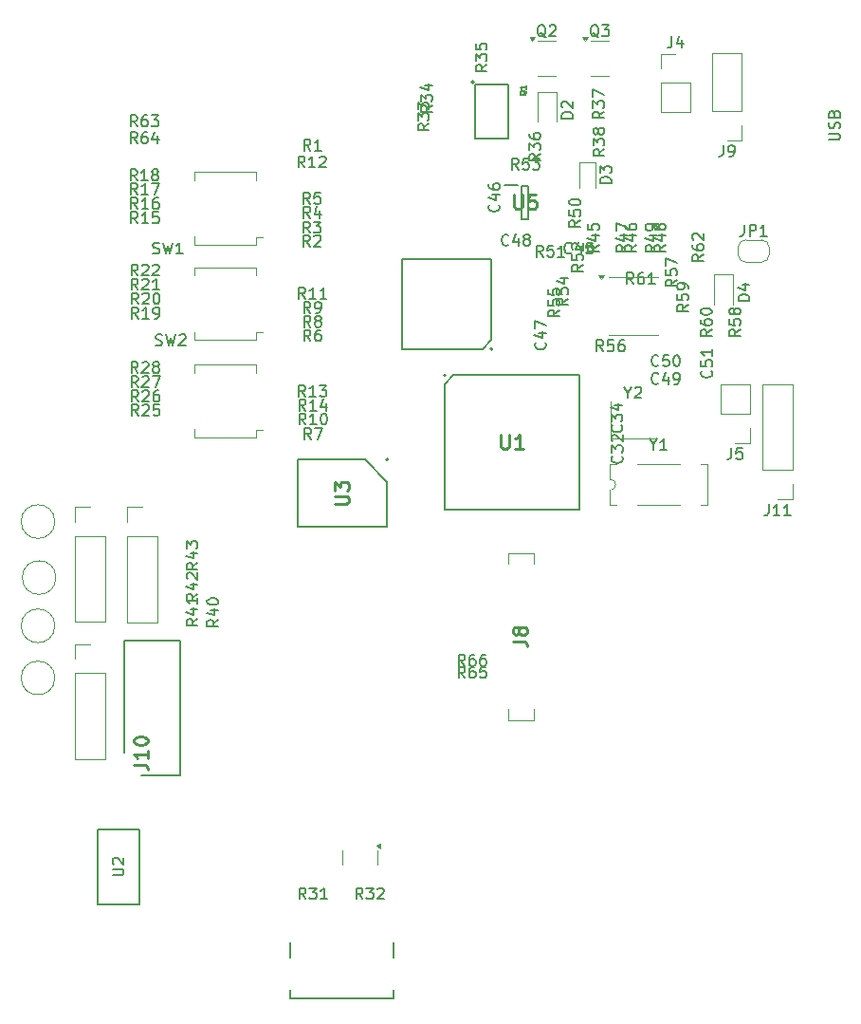
<source format=gbr>
%TF.GenerationSoftware,KiCad,Pcbnew,9.0.0*%
%TF.CreationDate,2025-05-05T21:38:29-04:00*%
%TF.ProjectId,payload_board,7061796c-6f61-4645-9f62-6f6172642e6b,rev?*%
%TF.SameCoordinates,Original*%
%TF.FileFunction,Legend,Top*%
%TF.FilePolarity,Positive*%
%FSLAX45Y45*%
G04 Gerber Fmt 4.5, Leading zero omitted, Abs format (unit mm)*
G04 Created by KiCad (PCBNEW 9.0.0) date 2025-05-05 21:38:29*
%MOMM*%
%LPD*%
G01*
G04 APERTURE LIST*
%ADD10C,0.150000*%
%ADD11C,0.127000*%
%ADD12C,0.254000*%
%ADD13C,0.120000*%
%ADD14C,0.200000*%
%ADD15C,0.152400*%
%ADD16C,0.100000*%
G04 APERTURE END LIST*
D10*
X22411982Y-6398822D02*
X22492934Y-6398822D01*
X22492934Y-6398822D02*
X22502458Y-6394060D01*
X22502458Y-6394060D02*
X22507220Y-6389298D01*
X22507220Y-6389298D02*
X22511982Y-6379774D01*
X22511982Y-6379774D02*
X22511982Y-6360727D01*
X22511982Y-6360727D02*
X22507220Y-6351203D01*
X22507220Y-6351203D02*
X22502458Y-6346441D01*
X22502458Y-6346441D02*
X22492934Y-6341679D01*
X22492934Y-6341679D02*
X22411982Y-6341679D01*
X22507220Y-6298822D02*
X22511982Y-6284536D01*
X22511982Y-6284536D02*
X22511982Y-6260727D01*
X22511982Y-6260727D02*
X22507220Y-6251203D01*
X22507220Y-6251203D02*
X22502458Y-6246441D01*
X22502458Y-6246441D02*
X22492934Y-6241679D01*
X22492934Y-6241679D02*
X22483410Y-6241679D01*
X22483410Y-6241679D02*
X22473887Y-6246441D01*
X22473887Y-6246441D02*
X22469125Y-6251203D01*
X22469125Y-6251203D02*
X22464363Y-6260727D01*
X22464363Y-6260727D02*
X22459601Y-6279774D01*
X22459601Y-6279774D02*
X22454839Y-6289298D01*
X22454839Y-6289298D02*
X22450077Y-6294060D01*
X22450077Y-6294060D02*
X22440553Y-6298822D01*
X22440553Y-6298822D02*
X22431029Y-6298822D01*
X22431029Y-6298822D02*
X22421506Y-6294060D01*
X22421506Y-6294060D02*
X22416744Y-6289298D01*
X22416744Y-6289298D02*
X22411982Y-6279774D01*
X22411982Y-6279774D02*
X22411982Y-6255965D01*
X22411982Y-6255965D02*
X22416744Y-6241679D01*
X22459601Y-6165489D02*
X22464363Y-6151203D01*
X22464363Y-6151203D02*
X22469125Y-6146441D01*
X22469125Y-6146441D02*
X22478648Y-6141679D01*
X22478648Y-6141679D02*
X22492934Y-6141679D01*
X22492934Y-6141679D02*
X22502458Y-6146441D01*
X22502458Y-6146441D02*
X22507220Y-6151203D01*
X22507220Y-6151203D02*
X22511982Y-6160727D01*
X22511982Y-6160727D02*
X22511982Y-6198822D01*
X22511982Y-6198822D02*
X22411982Y-6198822D01*
X22411982Y-6198822D02*
X22411982Y-6165489D01*
X22411982Y-6165489D02*
X22416744Y-6155965D01*
X22416744Y-6155965D02*
X22421506Y-6151203D01*
X22421506Y-6151203D02*
X22431029Y-6146441D01*
X22431029Y-6146441D02*
X22440553Y-6146441D01*
X22440553Y-6146441D02*
X22450077Y-6151203D01*
X22450077Y-6151203D02*
X22454839Y-6155965D01*
X22454839Y-6155965D02*
X22459601Y-6165489D01*
X22459601Y-6165489D02*
X22459601Y-6198822D01*
X21656667Y-7156882D02*
X21656667Y-7228310D01*
X21656667Y-7228310D02*
X21651905Y-7242596D01*
X21651905Y-7242596D02*
X21642381Y-7252120D01*
X21642381Y-7252120D02*
X21628095Y-7256882D01*
X21628095Y-7256882D02*
X21618571Y-7256882D01*
X21704286Y-7256882D02*
X21704286Y-7156882D01*
X21704286Y-7156882D02*
X21742381Y-7156882D01*
X21742381Y-7156882D02*
X21751905Y-7161644D01*
X21751905Y-7161644D02*
X21756667Y-7166406D01*
X21756667Y-7166406D02*
X21761429Y-7175929D01*
X21761429Y-7175929D02*
X21761429Y-7190215D01*
X21761429Y-7190215D02*
X21756667Y-7199739D01*
X21756667Y-7199739D02*
X21751905Y-7204501D01*
X21751905Y-7204501D02*
X21742381Y-7209263D01*
X21742381Y-7209263D02*
X21704286Y-7209263D01*
X21856667Y-7256882D02*
X21799524Y-7256882D01*
X21828095Y-7256882D02*
X21828095Y-7156882D01*
X21828095Y-7156882D02*
X21818571Y-7171168D01*
X21818571Y-7171168D02*
X21809048Y-7180691D01*
X21809048Y-7180691D02*
X21799524Y-7185453D01*
X20890714Y-8568458D02*
X20885952Y-8573220D01*
X20885952Y-8573220D02*
X20871667Y-8577982D01*
X20871667Y-8577982D02*
X20862143Y-8577982D01*
X20862143Y-8577982D02*
X20847857Y-8573220D01*
X20847857Y-8573220D02*
X20838333Y-8563696D01*
X20838333Y-8563696D02*
X20833571Y-8554172D01*
X20833571Y-8554172D02*
X20828810Y-8535125D01*
X20828810Y-8535125D02*
X20828810Y-8520839D01*
X20828810Y-8520839D02*
X20833571Y-8501791D01*
X20833571Y-8501791D02*
X20838333Y-8492268D01*
X20838333Y-8492268D02*
X20847857Y-8482744D01*
X20847857Y-8482744D02*
X20862143Y-8477982D01*
X20862143Y-8477982D02*
X20871667Y-8477982D01*
X20871667Y-8477982D02*
X20885952Y-8482744D01*
X20885952Y-8482744D02*
X20890714Y-8487506D01*
X20976429Y-8511315D02*
X20976429Y-8577982D01*
X20952619Y-8473220D02*
X20928810Y-8544649D01*
X20928810Y-8544649D02*
X20990714Y-8544649D01*
X21033571Y-8577982D02*
X21052619Y-8577982D01*
X21052619Y-8577982D02*
X21062143Y-8573220D01*
X21062143Y-8573220D02*
X21066905Y-8568458D01*
X21066905Y-8568458D02*
X21076429Y-8554172D01*
X21076429Y-8554172D02*
X21081190Y-8535125D01*
X21081190Y-8535125D02*
X21081190Y-8497030D01*
X21081190Y-8497030D02*
X21076429Y-8487506D01*
X21076429Y-8487506D02*
X21071667Y-8482744D01*
X21071667Y-8482744D02*
X21062143Y-8477982D01*
X21062143Y-8477982D02*
X21043095Y-8477982D01*
X21043095Y-8477982D02*
X21033571Y-8482744D01*
X21033571Y-8482744D02*
X21028810Y-8487506D01*
X21028810Y-8487506D02*
X21024048Y-8497030D01*
X21024048Y-8497030D02*
X21024048Y-8520839D01*
X21024048Y-8520839D02*
X21028810Y-8530363D01*
X21028810Y-8530363D02*
X21033571Y-8535125D01*
X21033571Y-8535125D02*
X21043095Y-8539887D01*
X21043095Y-8539887D02*
X21062143Y-8539887D01*
X21062143Y-8539887D02*
X21071667Y-8535125D01*
X21071667Y-8535125D02*
X21076429Y-8530363D01*
X21076429Y-8530363D02*
X21081190Y-8520839D01*
X21292982Y-7424286D02*
X21245363Y-7457619D01*
X21292982Y-7481428D02*
X21192982Y-7481428D01*
X21192982Y-7481428D02*
X21192982Y-7443333D01*
X21192982Y-7443333D02*
X21197744Y-7433809D01*
X21197744Y-7433809D02*
X21202506Y-7429048D01*
X21202506Y-7429048D02*
X21212030Y-7424286D01*
X21212030Y-7424286D02*
X21226315Y-7424286D01*
X21226315Y-7424286D02*
X21235839Y-7429048D01*
X21235839Y-7429048D02*
X21240601Y-7433809D01*
X21240601Y-7433809D02*
X21245363Y-7443333D01*
X21245363Y-7443333D02*
X21245363Y-7481428D01*
X21192982Y-7338571D02*
X21192982Y-7357619D01*
X21192982Y-7357619D02*
X21197744Y-7367143D01*
X21197744Y-7367143D02*
X21202506Y-7371905D01*
X21202506Y-7371905D02*
X21216791Y-7381428D01*
X21216791Y-7381428D02*
X21235839Y-7386190D01*
X21235839Y-7386190D02*
X21273934Y-7386190D01*
X21273934Y-7386190D02*
X21283458Y-7381428D01*
X21283458Y-7381428D02*
X21288220Y-7376667D01*
X21288220Y-7376667D02*
X21292982Y-7367143D01*
X21292982Y-7367143D02*
X21292982Y-7348095D01*
X21292982Y-7348095D02*
X21288220Y-7338571D01*
X21288220Y-7338571D02*
X21283458Y-7333809D01*
X21283458Y-7333809D02*
X21273934Y-7329048D01*
X21273934Y-7329048D02*
X21250125Y-7329048D01*
X21250125Y-7329048D02*
X21240601Y-7333809D01*
X21240601Y-7333809D02*
X21235839Y-7338571D01*
X21235839Y-7338571D02*
X21231077Y-7348095D01*
X21231077Y-7348095D02*
X21231077Y-7367143D01*
X21231077Y-7367143D02*
X21235839Y-7376667D01*
X21235839Y-7376667D02*
X21240601Y-7381428D01*
X21240601Y-7381428D02*
X21250125Y-7386190D01*
X21202506Y-7290952D02*
X21197744Y-7286190D01*
X21197744Y-7286190D02*
X21192982Y-7276667D01*
X21192982Y-7276667D02*
X21192982Y-7252857D01*
X21192982Y-7252857D02*
X21197744Y-7243333D01*
X21197744Y-7243333D02*
X21202506Y-7238571D01*
X21202506Y-7238571D02*
X21212030Y-7233809D01*
X21212030Y-7233809D02*
X21221553Y-7233809D01*
X21221553Y-7233809D02*
X21235839Y-7238571D01*
X21235839Y-7238571D02*
X21292982Y-7295714D01*
X21292982Y-7295714D02*
X21292982Y-7233809D01*
X19859714Y-7442982D02*
X19826381Y-7395363D01*
X19802571Y-7442982D02*
X19802571Y-7342982D01*
X19802571Y-7342982D02*
X19840667Y-7342982D01*
X19840667Y-7342982D02*
X19850190Y-7347744D01*
X19850190Y-7347744D02*
X19854952Y-7352506D01*
X19854952Y-7352506D02*
X19859714Y-7362029D01*
X19859714Y-7362029D02*
X19859714Y-7376315D01*
X19859714Y-7376315D02*
X19854952Y-7385839D01*
X19854952Y-7385839D02*
X19850190Y-7390601D01*
X19850190Y-7390601D02*
X19840667Y-7395363D01*
X19840667Y-7395363D02*
X19802571Y-7395363D01*
X19950190Y-7342982D02*
X19902571Y-7342982D01*
X19902571Y-7342982D02*
X19897810Y-7390601D01*
X19897810Y-7390601D02*
X19902571Y-7385839D01*
X19902571Y-7385839D02*
X19912095Y-7381077D01*
X19912095Y-7381077D02*
X19935905Y-7381077D01*
X19935905Y-7381077D02*
X19945429Y-7385839D01*
X19945429Y-7385839D02*
X19950190Y-7390601D01*
X19950190Y-7390601D02*
X19954952Y-7400125D01*
X19954952Y-7400125D02*
X19954952Y-7423934D01*
X19954952Y-7423934D02*
X19950190Y-7433458D01*
X19950190Y-7433458D02*
X19945429Y-7438220D01*
X19945429Y-7438220D02*
X19935905Y-7442982D01*
X19935905Y-7442982D02*
X19912095Y-7442982D01*
X19912095Y-7442982D02*
X19902571Y-7438220D01*
X19902571Y-7438220D02*
X19897810Y-7433458D01*
X20050190Y-7442982D02*
X19993048Y-7442982D01*
X20021619Y-7442982D02*
X20021619Y-7342982D01*
X20021619Y-7342982D02*
X20012095Y-7357268D01*
X20012095Y-7357268D02*
X20002571Y-7366791D01*
X20002571Y-7366791D02*
X19993048Y-7371553D01*
X19552714Y-7333458D02*
X19547952Y-7338220D01*
X19547952Y-7338220D02*
X19533667Y-7342982D01*
X19533667Y-7342982D02*
X19524143Y-7342982D01*
X19524143Y-7342982D02*
X19509857Y-7338220D01*
X19509857Y-7338220D02*
X19500333Y-7328696D01*
X19500333Y-7328696D02*
X19495571Y-7319172D01*
X19495571Y-7319172D02*
X19490810Y-7300125D01*
X19490810Y-7300125D02*
X19490810Y-7285839D01*
X19490810Y-7285839D02*
X19495571Y-7266791D01*
X19495571Y-7266791D02*
X19500333Y-7257268D01*
X19500333Y-7257268D02*
X19509857Y-7247744D01*
X19509857Y-7247744D02*
X19524143Y-7242982D01*
X19524143Y-7242982D02*
X19533667Y-7242982D01*
X19533667Y-7242982D02*
X19547952Y-7247744D01*
X19547952Y-7247744D02*
X19552714Y-7252506D01*
X19638429Y-7276315D02*
X19638429Y-7342982D01*
X19614619Y-7238220D02*
X19590810Y-7309648D01*
X19590810Y-7309648D02*
X19652714Y-7309648D01*
X19705095Y-7285839D02*
X19695571Y-7281077D01*
X19695571Y-7281077D02*
X19690810Y-7276315D01*
X19690810Y-7276315D02*
X19686048Y-7266791D01*
X19686048Y-7266791D02*
X19686048Y-7262029D01*
X19686048Y-7262029D02*
X19690810Y-7252506D01*
X19690810Y-7252506D02*
X19695571Y-7247744D01*
X19695571Y-7247744D02*
X19705095Y-7242982D01*
X19705095Y-7242982D02*
X19724143Y-7242982D01*
X19724143Y-7242982D02*
X19733667Y-7247744D01*
X19733667Y-7247744D02*
X19738429Y-7252506D01*
X19738429Y-7252506D02*
X19743190Y-7262029D01*
X19743190Y-7262029D02*
X19743190Y-7266791D01*
X19743190Y-7266791D02*
X19738429Y-7276315D01*
X19738429Y-7276315D02*
X19733667Y-7281077D01*
X19733667Y-7281077D02*
X19724143Y-7285839D01*
X19724143Y-7285839D02*
X19705095Y-7285839D01*
X19705095Y-7285839D02*
X19695571Y-7290601D01*
X19695571Y-7290601D02*
X19690810Y-7295363D01*
X19690810Y-7295363D02*
X19686048Y-7304887D01*
X19686048Y-7304887D02*
X19686048Y-7323934D01*
X19686048Y-7323934D02*
X19690810Y-7333458D01*
X19690810Y-7333458D02*
X19695571Y-7338220D01*
X19695571Y-7338220D02*
X19705095Y-7342982D01*
X19705095Y-7342982D02*
X19724143Y-7342982D01*
X19724143Y-7342982D02*
X19733667Y-7338220D01*
X19733667Y-7338220D02*
X19738429Y-7333458D01*
X19738429Y-7333458D02*
X19743190Y-7323934D01*
X19743190Y-7323934D02*
X19743190Y-7304887D01*
X19743190Y-7304887D02*
X19738429Y-7295363D01*
X19738429Y-7295363D02*
X19733667Y-7290601D01*
X19733667Y-7290601D02*
X19724143Y-7285839D01*
X17779333Y-7230482D02*
X17746000Y-7182863D01*
X17722191Y-7230482D02*
X17722191Y-7130482D01*
X17722191Y-7130482D02*
X17760286Y-7130482D01*
X17760286Y-7130482D02*
X17769810Y-7135244D01*
X17769810Y-7135244D02*
X17774571Y-7140006D01*
X17774571Y-7140006D02*
X17779333Y-7149529D01*
X17779333Y-7149529D02*
X17779333Y-7163815D01*
X17779333Y-7163815D02*
X17774571Y-7173339D01*
X17774571Y-7173339D02*
X17769810Y-7178101D01*
X17769810Y-7178101D02*
X17760286Y-7182863D01*
X17760286Y-7182863D02*
X17722191Y-7182863D01*
X17812667Y-7130482D02*
X17874571Y-7130482D01*
X17874571Y-7130482D02*
X17841238Y-7168577D01*
X17841238Y-7168577D02*
X17855524Y-7168577D01*
X17855524Y-7168577D02*
X17865048Y-7173339D01*
X17865048Y-7173339D02*
X17869810Y-7178101D01*
X17869810Y-7178101D02*
X17874571Y-7187625D01*
X17874571Y-7187625D02*
X17874571Y-7211434D01*
X17874571Y-7211434D02*
X17869810Y-7220958D01*
X17869810Y-7220958D02*
X17865048Y-7225720D01*
X17865048Y-7225720D02*
X17855524Y-7230482D01*
X17855524Y-7230482D02*
X17826952Y-7230482D01*
X17826952Y-7230482D02*
X17817429Y-7225720D01*
X17817429Y-7225720D02*
X17812667Y-7220958D01*
X20113214Y-7405958D02*
X20108452Y-7410720D01*
X20108452Y-7410720D02*
X20094167Y-7415482D01*
X20094167Y-7415482D02*
X20084643Y-7415482D01*
X20084643Y-7415482D02*
X20070357Y-7410720D01*
X20070357Y-7410720D02*
X20060833Y-7401196D01*
X20060833Y-7401196D02*
X20056071Y-7391672D01*
X20056071Y-7391672D02*
X20051310Y-7372625D01*
X20051310Y-7372625D02*
X20051310Y-7358339D01*
X20051310Y-7358339D02*
X20056071Y-7339291D01*
X20056071Y-7339291D02*
X20060833Y-7329768D01*
X20060833Y-7329768D02*
X20070357Y-7320244D01*
X20070357Y-7320244D02*
X20084643Y-7315482D01*
X20084643Y-7315482D02*
X20094167Y-7315482D01*
X20094167Y-7315482D02*
X20108452Y-7320244D01*
X20108452Y-7320244D02*
X20113214Y-7325006D01*
X20198929Y-7348815D02*
X20198929Y-7415482D01*
X20175119Y-7310720D02*
X20151310Y-7382148D01*
X20151310Y-7382148D02*
X20213214Y-7382148D01*
X20298929Y-7315482D02*
X20251310Y-7315482D01*
X20251310Y-7315482D02*
X20246548Y-7363101D01*
X20246548Y-7363101D02*
X20251310Y-7358339D01*
X20251310Y-7358339D02*
X20260833Y-7353577D01*
X20260833Y-7353577D02*
X20284643Y-7353577D01*
X20284643Y-7353577D02*
X20294167Y-7358339D01*
X20294167Y-7358339D02*
X20298929Y-7363101D01*
X20298929Y-7363101D02*
X20303690Y-7372625D01*
X20303690Y-7372625D02*
X20303690Y-7396434D01*
X20303690Y-7396434D02*
X20298929Y-7405958D01*
X20298929Y-7405958D02*
X20294167Y-7410720D01*
X20294167Y-7410720D02*
X20284643Y-7415482D01*
X20284643Y-7415482D02*
X20260833Y-7415482D01*
X20260833Y-7415482D02*
X20251310Y-7410720D01*
X20251310Y-7410720D02*
X20246548Y-7405958D01*
X16245714Y-8860482D02*
X16212381Y-8812863D01*
X16188571Y-8860482D02*
X16188571Y-8760482D01*
X16188571Y-8760482D02*
X16226667Y-8760482D01*
X16226667Y-8760482D02*
X16236190Y-8765244D01*
X16236190Y-8765244D02*
X16240952Y-8770006D01*
X16240952Y-8770006D02*
X16245714Y-8779530D01*
X16245714Y-8779530D02*
X16245714Y-8793815D01*
X16245714Y-8793815D02*
X16240952Y-8803339D01*
X16240952Y-8803339D02*
X16236190Y-8808101D01*
X16236190Y-8808101D02*
X16226667Y-8812863D01*
X16226667Y-8812863D02*
X16188571Y-8812863D01*
X16283809Y-8770006D02*
X16288571Y-8765244D01*
X16288571Y-8765244D02*
X16298095Y-8760482D01*
X16298095Y-8760482D02*
X16321905Y-8760482D01*
X16321905Y-8760482D02*
X16331428Y-8765244D01*
X16331428Y-8765244D02*
X16336190Y-8770006D01*
X16336190Y-8770006D02*
X16340952Y-8779530D01*
X16340952Y-8779530D02*
X16340952Y-8789053D01*
X16340952Y-8789053D02*
X16336190Y-8803339D01*
X16336190Y-8803339D02*
X16279048Y-8860482D01*
X16279048Y-8860482D02*
X16340952Y-8860482D01*
X16431428Y-8760482D02*
X16383809Y-8760482D01*
X16383809Y-8760482D02*
X16379048Y-8808101D01*
X16379048Y-8808101D02*
X16383809Y-8803339D01*
X16383809Y-8803339D02*
X16393333Y-8798577D01*
X16393333Y-8798577D02*
X16417143Y-8798577D01*
X16417143Y-8798577D02*
X16426667Y-8803339D01*
X16426667Y-8803339D02*
X16431428Y-8808101D01*
X16431428Y-8808101D02*
X16436190Y-8817625D01*
X16436190Y-8817625D02*
X16436190Y-8841434D01*
X16436190Y-8841434D02*
X16431428Y-8850958D01*
X16431428Y-8850958D02*
X16426667Y-8855720D01*
X16426667Y-8855720D02*
X16417143Y-8860482D01*
X16417143Y-8860482D02*
X16393333Y-8860482D01*
X16393333Y-8860482D02*
X16383809Y-8855720D01*
X16383809Y-8855720D02*
X16379048Y-8850958D01*
X16237214Y-6885482D02*
X16203881Y-6837863D01*
X16180071Y-6885482D02*
X16180071Y-6785482D01*
X16180071Y-6785482D02*
X16218167Y-6785482D01*
X16218167Y-6785482D02*
X16227690Y-6790244D01*
X16227690Y-6790244D02*
X16232452Y-6795006D01*
X16232452Y-6795006D02*
X16237214Y-6804529D01*
X16237214Y-6804529D02*
X16237214Y-6818815D01*
X16237214Y-6818815D02*
X16232452Y-6828339D01*
X16232452Y-6828339D02*
X16227690Y-6833101D01*
X16227690Y-6833101D02*
X16218167Y-6837863D01*
X16218167Y-6837863D02*
X16180071Y-6837863D01*
X16332452Y-6885482D02*
X16275309Y-6885482D01*
X16303881Y-6885482D02*
X16303881Y-6785482D01*
X16303881Y-6785482D02*
X16294357Y-6799768D01*
X16294357Y-6799768D02*
X16284833Y-6809291D01*
X16284833Y-6809291D02*
X16275309Y-6814053D01*
X16365786Y-6785482D02*
X16432452Y-6785482D01*
X16432452Y-6785482D02*
X16389595Y-6885482D01*
X16243214Y-8607982D02*
X16209881Y-8560363D01*
X16186071Y-8607982D02*
X16186071Y-8507982D01*
X16186071Y-8507982D02*
X16224167Y-8507982D01*
X16224167Y-8507982D02*
X16233690Y-8512744D01*
X16233690Y-8512744D02*
X16238452Y-8517506D01*
X16238452Y-8517506D02*
X16243214Y-8527030D01*
X16243214Y-8527030D02*
X16243214Y-8541315D01*
X16243214Y-8541315D02*
X16238452Y-8550839D01*
X16238452Y-8550839D02*
X16233690Y-8555601D01*
X16233690Y-8555601D02*
X16224167Y-8560363D01*
X16224167Y-8560363D02*
X16186071Y-8560363D01*
X16281309Y-8517506D02*
X16286071Y-8512744D01*
X16286071Y-8512744D02*
X16295595Y-8507982D01*
X16295595Y-8507982D02*
X16319405Y-8507982D01*
X16319405Y-8507982D02*
X16328928Y-8512744D01*
X16328928Y-8512744D02*
X16333690Y-8517506D01*
X16333690Y-8517506D02*
X16338452Y-8527030D01*
X16338452Y-8527030D02*
X16338452Y-8536553D01*
X16338452Y-8536553D02*
X16333690Y-8550839D01*
X16333690Y-8550839D02*
X16276548Y-8607982D01*
X16276548Y-8607982D02*
X16338452Y-8607982D01*
X16371786Y-8507982D02*
X16438452Y-8507982D01*
X16438452Y-8507982D02*
X16395595Y-8607982D01*
X20668214Y-7685482D02*
X20634881Y-7637863D01*
X20611071Y-7685482D02*
X20611071Y-7585482D01*
X20611071Y-7585482D02*
X20649167Y-7585482D01*
X20649167Y-7585482D02*
X20658690Y-7590244D01*
X20658690Y-7590244D02*
X20663452Y-7595006D01*
X20663452Y-7595006D02*
X20668214Y-7604529D01*
X20668214Y-7604529D02*
X20668214Y-7618815D01*
X20668214Y-7618815D02*
X20663452Y-7628339D01*
X20663452Y-7628339D02*
X20658690Y-7633101D01*
X20658690Y-7633101D02*
X20649167Y-7637863D01*
X20649167Y-7637863D02*
X20611071Y-7637863D01*
X20753929Y-7585482D02*
X20734881Y-7585482D01*
X20734881Y-7585482D02*
X20725357Y-7590244D01*
X20725357Y-7590244D02*
X20720595Y-7595006D01*
X20720595Y-7595006D02*
X20711071Y-7609291D01*
X20711071Y-7609291D02*
X20706310Y-7628339D01*
X20706310Y-7628339D02*
X20706310Y-7666434D01*
X20706310Y-7666434D02*
X20711071Y-7675958D01*
X20711071Y-7675958D02*
X20715833Y-7680720D01*
X20715833Y-7680720D02*
X20725357Y-7685482D01*
X20725357Y-7685482D02*
X20744405Y-7685482D01*
X20744405Y-7685482D02*
X20753929Y-7680720D01*
X20753929Y-7680720D02*
X20758690Y-7675958D01*
X20758690Y-7675958D02*
X20763452Y-7666434D01*
X20763452Y-7666434D02*
X20763452Y-7642625D01*
X20763452Y-7642625D02*
X20758690Y-7633101D01*
X20758690Y-7633101D02*
X20753929Y-7628339D01*
X20753929Y-7628339D02*
X20744405Y-7623577D01*
X20744405Y-7623577D02*
X20725357Y-7623577D01*
X20725357Y-7623577D02*
X20715833Y-7628339D01*
X20715833Y-7628339D02*
X20711071Y-7633101D01*
X20711071Y-7633101D02*
X20706310Y-7642625D01*
X20858690Y-7685482D02*
X20801548Y-7685482D01*
X20830119Y-7685482D02*
X20830119Y-7585482D01*
X20830119Y-7585482D02*
X20820595Y-7599768D01*
X20820595Y-7599768D02*
X20811071Y-7609291D01*
X20811071Y-7609291D02*
X20801548Y-7614053D01*
X20890714Y-8410958D02*
X20885952Y-8415720D01*
X20885952Y-8415720D02*
X20871667Y-8420482D01*
X20871667Y-8420482D02*
X20862143Y-8420482D01*
X20862143Y-8420482D02*
X20847857Y-8415720D01*
X20847857Y-8415720D02*
X20838333Y-8406196D01*
X20838333Y-8406196D02*
X20833571Y-8396672D01*
X20833571Y-8396672D02*
X20828810Y-8377625D01*
X20828810Y-8377625D02*
X20828810Y-8363339D01*
X20828810Y-8363339D02*
X20833571Y-8344291D01*
X20833571Y-8344291D02*
X20838333Y-8334768D01*
X20838333Y-8334768D02*
X20847857Y-8325244D01*
X20847857Y-8325244D02*
X20862143Y-8320482D01*
X20862143Y-8320482D02*
X20871667Y-8320482D01*
X20871667Y-8320482D02*
X20885952Y-8325244D01*
X20885952Y-8325244D02*
X20890714Y-8330006D01*
X20981190Y-8320482D02*
X20933571Y-8320482D01*
X20933571Y-8320482D02*
X20928810Y-8368101D01*
X20928810Y-8368101D02*
X20933571Y-8363339D01*
X20933571Y-8363339D02*
X20943095Y-8358577D01*
X20943095Y-8358577D02*
X20966905Y-8358577D01*
X20966905Y-8358577D02*
X20976429Y-8363339D01*
X20976429Y-8363339D02*
X20981190Y-8368101D01*
X20981190Y-8368101D02*
X20985952Y-8377625D01*
X20985952Y-8377625D02*
X20985952Y-8401434D01*
X20985952Y-8401434D02*
X20981190Y-8410958D01*
X20981190Y-8410958D02*
X20976429Y-8415720D01*
X20976429Y-8415720D02*
X20966905Y-8420482D01*
X20966905Y-8420482D02*
X20943095Y-8420482D01*
X20943095Y-8420482D02*
X20933571Y-8415720D01*
X20933571Y-8415720D02*
X20928810Y-8410958D01*
X21047857Y-8320482D02*
X21057381Y-8320482D01*
X21057381Y-8320482D02*
X21066905Y-8325244D01*
X21066905Y-8325244D02*
X21071667Y-8330006D01*
X21071667Y-8330006D02*
X21076429Y-8339529D01*
X21076429Y-8339529D02*
X21081190Y-8358577D01*
X21081190Y-8358577D02*
X21081190Y-8382387D01*
X21081190Y-8382387D02*
X21076429Y-8401434D01*
X21076429Y-8401434D02*
X21071667Y-8410958D01*
X21071667Y-8410958D02*
X21066905Y-8415720D01*
X21066905Y-8415720D02*
X21057381Y-8420482D01*
X21057381Y-8420482D02*
X21047857Y-8420482D01*
X21047857Y-8420482D02*
X21038333Y-8415720D01*
X21038333Y-8415720D02*
X21033571Y-8410958D01*
X21033571Y-8410958D02*
X21028810Y-8401434D01*
X21028810Y-8401434D02*
X21024048Y-8382387D01*
X21024048Y-8382387D02*
X21024048Y-8358577D01*
X21024048Y-8358577D02*
X21028810Y-8339529D01*
X21028810Y-8339529D02*
X21033571Y-8330006D01*
X21033571Y-8330006D02*
X21038333Y-8325244D01*
X21038333Y-8325244D02*
X21047857Y-8320482D01*
X18870482Y-6091786D02*
X18822863Y-6125119D01*
X18870482Y-6148928D02*
X18770482Y-6148928D01*
X18770482Y-6148928D02*
X18770482Y-6110833D01*
X18770482Y-6110833D02*
X18775244Y-6101309D01*
X18775244Y-6101309D02*
X18780006Y-6096548D01*
X18780006Y-6096548D02*
X18789530Y-6091786D01*
X18789530Y-6091786D02*
X18803815Y-6091786D01*
X18803815Y-6091786D02*
X18813339Y-6096548D01*
X18813339Y-6096548D02*
X18818101Y-6101309D01*
X18818101Y-6101309D02*
X18822863Y-6110833D01*
X18822863Y-6110833D02*
X18822863Y-6148928D01*
X18770482Y-6058452D02*
X18770482Y-5996548D01*
X18770482Y-5996548D02*
X18808577Y-6029881D01*
X18808577Y-6029881D02*
X18808577Y-6015595D01*
X18808577Y-6015595D02*
X18813339Y-6006071D01*
X18813339Y-6006071D02*
X18818101Y-6001309D01*
X18818101Y-6001309D02*
X18827625Y-5996548D01*
X18827625Y-5996548D02*
X18851434Y-5996548D01*
X18851434Y-5996548D02*
X18860958Y-6001309D01*
X18860958Y-6001309D02*
X18865720Y-6006071D01*
X18865720Y-6006071D02*
X18870482Y-6015595D01*
X18870482Y-6015595D02*
X18870482Y-6044167D01*
X18870482Y-6044167D02*
X18865720Y-6053690D01*
X18865720Y-6053690D02*
X18860958Y-6058452D01*
X18803815Y-5910833D02*
X18870482Y-5910833D01*
X18765720Y-5934643D02*
X18837149Y-5958452D01*
X18837149Y-5958452D02*
X18837149Y-5896548D01*
X16239714Y-7142982D02*
X16206381Y-7095363D01*
X16182571Y-7142982D02*
X16182571Y-7042982D01*
X16182571Y-7042982D02*
X16220667Y-7042982D01*
X16220667Y-7042982D02*
X16230190Y-7047744D01*
X16230190Y-7047744D02*
X16234952Y-7052506D01*
X16234952Y-7052506D02*
X16239714Y-7062029D01*
X16239714Y-7062029D02*
X16239714Y-7076315D01*
X16239714Y-7076315D02*
X16234952Y-7085839D01*
X16234952Y-7085839D02*
X16230190Y-7090601D01*
X16230190Y-7090601D02*
X16220667Y-7095363D01*
X16220667Y-7095363D02*
X16182571Y-7095363D01*
X16334952Y-7142982D02*
X16277809Y-7142982D01*
X16306381Y-7142982D02*
X16306381Y-7042982D01*
X16306381Y-7042982D02*
X16296857Y-7057268D01*
X16296857Y-7057268D02*
X16287333Y-7066791D01*
X16287333Y-7066791D02*
X16277809Y-7071553D01*
X16425428Y-7042982D02*
X16377809Y-7042982D01*
X16377809Y-7042982D02*
X16373048Y-7090601D01*
X16373048Y-7090601D02*
X16377809Y-7085839D01*
X16377809Y-7085839D02*
X16387333Y-7081077D01*
X16387333Y-7081077D02*
X16411143Y-7081077D01*
X16411143Y-7081077D02*
X16420667Y-7085839D01*
X16420667Y-7085839D02*
X16425428Y-7090601D01*
X16425428Y-7090601D02*
X16430190Y-7100125D01*
X16430190Y-7100125D02*
X16430190Y-7123934D01*
X16430190Y-7123934D02*
X16425428Y-7133458D01*
X16425428Y-7133458D02*
X16420667Y-7138220D01*
X16420667Y-7138220D02*
X16411143Y-7142982D01*
X16411143Y-7142982D02*
X16387333Y-7142982D01*
X16387333Y-7142982D02*
X16377809Y-7138220D01*
X16377809Y-7138220D02*
X16373048Y-7133458D01*
X17735714Y-8690482D02*
X17702381Y-8642863D01*
X17678571Y-8690482D02*
X17678571Y-8590482D01*
X17678571Y-8590482D02*
X17716667Y-8590482D01*
X17716667Y-8590482D02*
X17726190Y-8595244D01*
X17726190Y-8595244D02*
X17730952Y-8600006D01*
X17730952Y-8600006D02*
X17735714Y-8609530D01*
X17735714Y-8609530D02*
X17735714Y-8623815D01*
X17735714Y-8623815D02*
X17730952Y-8633339D01*
X17730952Y-8633339D02*
X17726190Y-8638101D01*
X17726190Y-8638101D02*
X17716667Y-8642863D01*
X17716667Y-8642863D02*
X17678571Y-8642863D01*
X17830952Y-8690482D02*
X17773810Y-8690482D01*
X17802381Y-8690482D02*
X17802381Y-8590482D01*
X17802381Y-8590482D02*
X17792857Y-8604768D01*
X17792857Y-8604768D02*
X17783333Y-8614291D01*
X17783333Y-8614291D02*
X17773810Y-8619053D01*
X17864286Y-8590482D02*
X17926190Y-8590482D01*
X17926190Y-8590482D02*
X17892857Y-8628577D01*
X17892857Y-8628577D02*
X17907143Y-8628577D01*
X17907143Y-8628577D02*
X17916667Y-8633339D01*
X17916667Y-8633339D02*
X17921429Y-8638101D01*
X17921429Y-8638101D02*
X17926190Y-8647625D01*
X17926190Y-8647625D02*
X17926190Y-8671434D01*
X17926190Y-8671434D02*
X17921429Y-8680958D01*
X17921429Y-8680958D02*
X17916667Y-8685720D01*
X17916667Y-8685720D02*
X17907143Y-8690482D01*
X17907143Y-8690482D02*
X17878571Y-8690482D01*
X17878571Y-8690482D02*
X17869048Y-8685720D01*
X17869048Y-8685720D02*
X17864286Y-8680958D01*
X21874048Y-9650482D02*
X21874048Y-9721910D01*
X21874048Y-9721910D02*
X21869286Y-9736196D01*
X21869286Y-9736196D02*
X21859762Y-9745720D01*
X21859762Y-9745720D02*
X21845476Y-9750482D01*
X21845476Y-9750482D02*
X21835952Y-9750482D01*
X21974048Y-9750482D02*
X21916905Y-9750482D01*
X21945476Y-9750482D02*
X21945476Y-9650482D01*
X21945476Y-9650482D02*
X21935952Y-9664768D01*
X21935952Y-9664768D02*
X21926429Y-9674291D01*
X21926429Y-9674291D02*
X21916905Y-9679053D01*
X22069286Y-9750482D02*
X22012143Y-9750482D01*
X22040714Y-9750482D02*
X22040714Y-9650482D01*
X22040714Y-9650482D02*
X22031191Y-9664768D01*
X22031191Y-9664768D02*
X22021667Y-9674291D01*
X22021667Y-9674291D02*
X22012143Y-9679053D01*
X17783333Y-8195482D02*
X17750000Y-8147863D01*
X17726191Y-8195482D02*
X17726191Y-8095482D01*
X17726191Y-8095482D02*
X17764286Y-8095482D01*
X17764286Y-8095482D02*
X17773810Y-8100244D01*
X17773810Y-8100244D02*
X17778571Y-8105006D01*
X17778571Y-8105006D02*
X17783333Y-8114529D01*
X17783333Y-8114529D02*
X17783333Y-8128815D01*
X17783333Y-8128815D02*
X17778571Y-8138339D01*
X17778571Y-8138339D02*
X17773810Y-8143101D01*
X17773810Y-8143101D02*
X17764286Y-8147863D01*
X17764286Y-8147863D02*
X17726191Y-8147863D01*
X17869048Y-8095482D02*
X17850000Y-8095482D01*
X17850000Y-8095482D02*
X17840476Y-8100244D01*
X17840476Y-8100244D02*
X17835714Y-8105006D01*
X17835714Y-8105006D02*
X17826191Y-8119291D01*
X17826191Y-8119291D02*
X17821429Y-8138339D01*
X17821429Y-8138339D02*
X17821429Y-8176434D01*
X17821429Y-8176434D02*
X17826191Y-8185958D01*
X17826191Y-8185958D02*
X17830952Y-8190720D01*
X17830952Y-8190720D02*
X17840476Y-8195482D01*
X17840476Y-8195482D02*
X17859524Y-8195482D01*
X17859524Y-8195482D02*
X17869048Y-8190720D01*
X17869048Y-8190720D02*
X17873810Y-8185958D01*
X17873810Y-8185958D02*
X17878571Y-8176434D01*
X17878571Y-8176434D02*
X17878571Y-8152625D01*
X17878571Y-8152625D02*
X17873810Y-8143101D01*
X17873810Y-8143101D02*
X17869048Y-8138339D01*
X17869048Y-8138339D02*
X17859524Y-8133577D01*
X17859524Y-8133577D02*
X17840476Y-8133577D01*
X17840476Y-8133577D02*
X17830952Y-8138339D01*
X17830952Y-8138339D02*
X17826191Y-8143101D01*
X17826191Y-8143101D02*
X17821429Y-8152625D01*
X19875958Y-8206786D02*
X19880720Y-8211548D01*
X19880720Y-8211548D02*
X19885482Y-8225833D01*
X19885482Y-8225833D02*
X19885482Y-8235357D01*
X19885482Y-8235357D02*
X19880720Y-8249643D01*
X19880720Y-8249643D02*
X19871196Y-8259167D01*
X19871196Y-8259167D02*
X19861672Y-8263928D01*
X19861672Y-8263928D02*
X19842625Y-8268690D01*
X19842625Y-8268690D02*
X19828339Y-8268690D01*
X19828339Y-8268690D02*
X19809291Y-8263928D01*
X19809291Y-8263928D02*
X19799768Y-8259167D01*
X19799768Y-8259167D02*
X19790244Y-8249643D01*
X19790244Y-8249643D02*
X19785482Y-8235357D01*
X19785482Y-8235357D02*
X19785482Y-8225833D01*
X19785482Y-8225833D02*
X19790244Y-8211548D01*
X19790244Y-8211548D02*
X19795006Y-8206786D01*
X19818815Y-8121071D02*
X19885482Y-8121071D01*
X19780720Y-8144881D02*
X19852149Y-8168690D01*
X19852149Y-8168690D02*
X19852149Y-8106786D01*
X19785482Y-8078214D02*
X19785482Y-8011548D01*
X19785482Y-8011548D02*
X19885482Y-8054405D01*
X16775482Y-10450286D02*
X16727863Y-10483619D01*
X16775482Y-10507429D02*
X16675482Y-10507429D01*
X16675482Y-10507429D02*
X16675482Y-10469333D01*
X16675482Y-10469333D02*
X16680244Y-10459810D01*
X16680244Y-10459810D02*
X16685006Y-10455048D01*
X16685006Y-10455048D02*
X16694529Y-10450286D01*
X16694529Y-10450286D02*
X16708815Y-10450286D01*
X16708815Y-10450286D02*
X16718339Y-10455048D01*
X16718339Y-10455048D02*
X16723101Y-10459810D01*
X16723101Y-10459810D02*
X16727863Y-10469333D01*
X16727863Y-10469333D02*
X16727863Y-10507429D01*
X16708815Y-10364571D02*
X16775482Y-10364571D01*
X16670720Y-10388381D02*
X16742148Y-10412190D01*
X16742148Y-10412190D02*
X16742148Y-10350286D01*
X16685006Y-10316952D02*
X16680244Y-10312190D01*
X16680244Y-10312190D02*
X16675482Y-10302667D01*
X16675482Y-10302667D02*
X16675482Y-10278857D01*
X16675482Y-10278857D02*
X16680244Y-10269333D01*
X16680244Y-10269333D02*
X16685006Y-10264571D01*
X16685006Y-10264571D02*
X16694529Y-10259810D01*
X16694529Y-10259810D02*
X16704053Y-10259810D01*
X16704053Y-10259810D02*
X16718339Y-10264571D01*
X16718339Y-10264571D02*
X16775482Y-10321714D01*
X16775482Y-10321714D02*
X16775482Y-10259810D01*
X20217982Y-7512786D02*
X20170363Y-7546119D01*
X20217982Y-7569928D02*
X20117982Y-7569928D01*
X20117982Y-7569928D02*
X20117982Y-7531833D01*
X20117982Y-7531833D02*
X20122744Y-7522309D01*
X20122744Y-7522309D02*
X20127506Y-7517548D01*
X20127506Y-7517548D02*
X20137030Y-7512786D01*
X20137030Y-7512786D02*
X20151315Y-7512786D01*
X20151315Y-7512786D02*
X20160839Y-7517548D01*
X20160839Y-7517548D02*
X20165601Y-7522309D01*
X20165601Y-7522309D02*
X20170363Y-7531833D01*
X20170363Y-7531833D02*
X20170363Y-7569928D01*
X20117982Y-7422309D02*
X20117982Y-7469928D01*
X20117982Y-7469928D02*
X20165601Y-7474690D01*
X20165601Y-7474690D02*
X20160839Y-7469928D01*
X20160839Y-7469928D02*
X20156077Y-7460405D01*
X20156077Y-7460405D02*
X20156077Y-7436595D01*
X20156077Y-7436595D02*
X20160839Y-7427071D01*
X20160839Y-7427071D02*
X20165601Y-7422309D01*
X20165601Y-7422309D02*
X20175125Y-7417548D01*
X20175125Y-7417548D02*
X20198934Y-7417548D01*
X20198934Y-7417548D02*
X20208458Y-7422309D01*
X20208458Y-7422309D02*
X20213220Y-7427071D01*
X20213220Y-7427071D02*
X20217982Y-7436595D01*
X20217982Y-7436595D02*
X20217982Y-7460405D01*
X20217982Y-7460405D02*
X20213220Y-7469928D01*
X20213220Y-7469928D02*
X20208458Y-7474690D01*
X20127506Y-7379452D02*
X20122744Y-7374690D01*
X20122744Y-7374690D02*
X20117982Y-7365167D01*
X20117982Y-7365167D02*
X20117982Y-7341357D01*
X20117982Y-7341357D02*
X20122744Y-7331833D01*
X20122744Y-7331833D02*
X20127506Y-7327071D01*
X20127506Y-7327071D02*
X20137030Y-7322309D01*
X20137030Y-7322309D02*
X20146553Y-7322309D01*
X20146553Y-7322309D02*
X20160839Y-7327071D01*
X20160839Y-7327071D02*
X20217982Y-7384214D01*
X20217982Y-7384214D02*
X20217982Y-7322309D01*
X16245714Y-8735482D02*
X16212381Y-8687863D01*
X16188571Y-8735482D02*
X16188571Y-8635482D01*
X16188571Y-8635482D02*
X16226667Y-8635482D01*
X16226667Y-8635482D02*
X16236190Y-8640244D01*
X16236190Y-8640244D02*
X16240952Y-8645006D01*
X16240952Y-8645006D02*
X16245714Y-8654530D01*
X16245714Y-8654530D02*
X16245714Y-8668815D01*
X16245714Y-8668815D02*
X16240952Y-8678339D01*
X16240952Y-8678339D02*
X16236190Y-8683101D01*
X16236190Y-8683101D02*
X16226667Y-8687863D01*
X16226667Y-8687863D02*
X16188571Y-8687863D01*
X16283809Y-8645006D02*
X16288571Y-8640244D01*
X16288571Y-8640244D02*
X16298095Y-8635482D01*
X16298095Y-8635482D02*
X16321905Y-8635482D01*
X16321905Y-8635482D02*
X16331428Y-8640244D01*
X16331428Y-8640244D02*
X16336190Y-8645006D01*
X16336190Y-8645006D02*
X16340952Y-8654530D01*
X16340952Y-8654530D02*
X16340952Y-8664053D01*
X16340952Y-8664053D02*
X16336190Y-8678339D01*
X16336190Y-8678339D02*
X16279048Y-8735482D01*
X16279048Y-8735482D02*
X16340952Y-8735482D01*
X16426667Y-8635482D02*
X16407619Y-8635482D01*
X16407619Y-8635482D02*
X16398095Y-8640244D01*
X16398095Y-8640244D02*
X16393333Y-8645006D01*
X16393333Y-8645006D02*
X16383809Y-8659291D01*
X16383809Y-8659291D02*
X16379048Y-8678339D01*
X16379048Y-8678339D02*
X16379048Y-8716434D01*
X16379048Y-8716434D02*
X16383809Y-8725958D01*
X16383809Y-8725958D02*
X16388571Y-8730720D01*
X16388571Y-8730720D02*
X16398095Y-8735482D01*
X16398095Y-8735482D02*
X16417143Y-8735482D01*
X16417143Y-8735482D02*
X16426667Y-8730720D01*
X16426667Y-8730720D02*
X16431428Y-8725958D01*
X16431428Y-8725958D02*
X16436190Y-8716434D01*
X16436190Y-8716434D02*
X16436190Y-8692625D01*
X16436190Y-8692625D02*
X16431428Y-8683101D01*
X16431428Y-8683101D02*
X16426667Y-8678339D01*
X16426667Y-8678339D02*
X16417143Y-8673577D01*
X16417143Y-8673577D02*
X16398095Y-8673577D01*
X16398095Y-8673577D02*
X16388571Y-8678339D01*
X16388571Y-8678339D02*
X16383809Y-8683101D01*
X16383809Y-8683101D02*
X16379048Y-8692625D01*
X20613482Y-7338286D02*
X20565863Y-7371619D01*
X20613482Y-7395428D02*
X20513482Y-7395428D01*
X20513482Y-7395428D02*
X20513482Y-7357333D01*
X20513482Y-7357333D02*
X20518244Y-7347809D01*
X20518244Y-7347809D02*
X20523006Y-7343048D01*
X20523006Y-7343048D02*
X20532530Y-7338286D01*
X20532530Y-7338286D02*
X20546815Y-7338286D01*
X20546815Y-7338286D02*
X20556339Y-7343048D01*
X20556339Y-7343048D02*
X20561101Y-7347809D01*
X20561101Y-7347809D02*
X20565863Y-7357333D01*
X20565863Y-7357333D02*
X20565863Y-7395428D01*
X20546815Y-7252571D02*
X20613482Y-7252571D01*
X20508720Y-7276381D02*
X20580149Y-7300190D01*
X20580149Y-7300190D02*
X20580149Y-7238286D01*
X20513482Y-7209714D02*
X20513482Y-7143048D01*
X20513482Y-7143048D02*
X20613482Y-7185905D01*
X16015442Y-12961190D02*
X16096394Y-12961190D01*
X16096394Y-12961190D02*
X16105918Y-12956428D01*
X16105918Y-12956428D02*
X16110680Y-12951667D01*
X16110680Y-12951667D02*
X16115442Y-12942143D01*
X16115442Y-12942143D02*
X16115442Y-12923095D01*
X16115442Y-12923095D02*
X16110680Y-12913571D01*
X16110680Y-12913571D02*
X16105918Y-12908809D01*
X16105918Y-12908809D02*
X16096394Y-12904048D01*
X16096394Y-12904048D02*
X16015442Y-12904048D01*
X16024966Y-12861190D02*
X16020204Y-12856428D01*
X16020204Y-12856428D02*
X16015442Y-12846905D01*
X16015442Y-12846905D02*
X16015442Y-12823095D01*
X16015442Y-12823095D02*
X16020204Y-12813571D01*
X16020204Y-12813571D02*
X16024966Y-12808809D01*
X16024966Y-12808809D02*
X16034489Y-12804048D01*
X16034489Y-12804048D02*
X16044013Y-12804048D01*
X16044013Y-12804048D02*
X16058299Y-12808809D01*
X16058299Y-12808809D02*
X16115442Y-12865952D01*
X16115442Y-12865952D02*
X16115442Y-12804048D01*
X20467982Y-6786309D02*
X20367982Y-6786309D01*
X20367982Y-6786309D02*
X20367982Y-6762500D01*
X20367982Y-6762500D02*
X20372744Y-6748214D01*
X20372744Y-6748214D02*
X20382268Y-6738690D01*
X20382268Y-6738690D02*
X20391791Y-6733928D01*
X20391791Y-6733928D02*
X20410839Y-6729167D01*
X20410839Y-6729167D02*
X20425125Y-6729167D01*
X20425125Y-6729167D02*
X20444172Y-6733928D01*
X20444172Y-6733928D02*
X20453696Y-6738690D01*
X20453696Y-6738690D02*
X20463220Y-6748214D01*
X20463220Y-6748214D02*
X20467982Y-6762500D01*
X20467982Y-6762500D02*
X20467982Y-6786309D01*
X20367982Y-6695833D02*
X20367982Y-6633928D01*
X20367982Y-6633928D02*
X20406077Y-6667262D01*
X20406077Y-6667262D02*
X20406077Y-6652976D01*
X20406077Y-6652976D02*
X20410839Y-6643452D01*
X20410839Y-6643452D02*
X20415601Y-6638690D01*
X20415601Y-6638690D02*
X20425125Y-6633928D01*
X20425125Y-6633928D02*
X20448934Y-6633928D01*
X20448934Y-6633928D02*
X20458458Y-6638690D01*
X20458458Y-6638690D02*
X20463220Y-6643452D01*
X20463220Y-6643452D02*
X20467982Y-6652976D01*
X20467982Y-6652976D02*
X20467982Y-6681547D01*
X20467982Y-6681547D02*
X20463220Y-6691071D01*
X20463220Y-6691071D02*
X20458458Y-6695833D01*
X16235714Y-6280482D02*
X16202381Y-6232863D01*
X16178571Y-6280482D02*
X16178571Y-6180482D01*
X16178571Y-6180482D02*
X16216667Y-6180482D01*
X16216667Y-6180482D02*
X16226190Y-6185244D01*
X16226190Y-6185244D02*
X16230952Y-6190006D01*
X16230952Y-6190006D02*
X16235714Y-6199529D01*
X16235714Y-6199529D02*
X16235714Y-6213815D01*
X16235714Y-6213815D02*
X16230952Y-6223339D01*
X16230952Y-6223339D02*
X16226190Y-6228101D01*
X16226190Y-6228101D02*
X16216667Y-6232863D01*
X16216667Y-6232863D02*
X16178571Y-6232863D01*
X16321428Y-6180482D02*
X16302381Y-6180482D01*
X16302381Y-6180482D02*
X16292857Y-6185244D01*
X16292857Y-6185244D02*
X16288095Y-6190006D01*
X16288095Y-6190006D02*
X16278571Y-6204291D01*
X16278571Y-6204291D02*
X16273809Y-6223339D01*
X16273809Y-6223339D02*
X16273809Y-6261434D01*
X16273809Y-6261434D02*
X16278571Y-6270958D01*
X16278571Y-6270958D02*
X16283333Y-6275720D01*
X16283333Y-6275720D02*
X16292857Y-6280482D01*
X16292857Y-6280482D02*
X16311905Y-6280482D01*
X16311905Y-6280482D02*
X16321428Y-6275720D01*
X16321428Y-6275720D02*
X16326190Y-6270958D01*
X16326190Y-6270958D02*
X16330952Y-6261434D01*
X16330952Y-6261434D02*
X16330952Y-6237625D01*
X16330952Y-6237625D02*
X16326190Y-6228101D01*
X16326190Y-6228101D02*
X16321428Y-6223339D01*
X16321428Y-6223339D02*
X16311905Y-6218577D01*
X16311905Y-6218577D02*
X16292857Y-6218577D01*
X16292857Y-6218577D02*
X16283333Y-6223339D01*
X16283333Y-6223339D02*
X16278571Y-6228101D01*
X16278571Y-6228101D02*
X16273809Y-6237625D01*
X16364286Y-6180482D02*
X16426190Y-6180482D01*
X16426190Y-6180482D02*
X16392857Y-6218577D01*
X16392857Y-6218577D02*
X16407143Y-6218577D01*
X16407143Y-6218577D02*
X16416667Y-6223339D01*
X16416667Y-6223339D02*
X16421428Y-6228101D01*
X16421428Y-6228101D02*
X16426190Y-6237625D01*
X16426190Y-6237625D02*
X16426190Y-6261434D01*
X16426190Y-6261434D02*
X16421428Y-6270958D01*
X16421428Y-6270958D02*
X16416667Y-6275720D01*
X16416667Y-6275720D02*
X16407143Y-6280482D01*
X16407143Y-6280482D02*
X16378571Y-6280482D01*
X16378571Y-6280482D02*
X16369048Y-6275720D01*
X16369048Y-6275720D02*
X16364286Y-6270958D01*
X16775482Y-10172786D02*
X16727863Y-10206119D01*
X16775482Y-10229929D02*
X16675482Y-10229929D01*
X16675482Y-10229929D02*
X16675482Y-10191833D01*
X16675482Y-10191833D02*
X16680244Y-10182310D01*
X16680244Y-10182310D02*
X16685006Y-10177548D01*
X16685006Y-10177548D02*
X16694529Y-10172786D01*
X16694529Y-10172786D02*
X16708815Y-10172786D01*
X16708815Y-10172786D02*
X16718339Y-10177548D01*
X16718339Y-10177548D02*
X16723101Y-10182310D01*
X16723101Y-10182310D02*
X16727863Y-10191833D01*
X16727863Y-10191833D02*
X16727863Y-10229929D01*
X16708815Y-10087071D02*
X16775482Y-10087071D01*
X16670720Y-10110881D02*
X16742148Y-10134690D01*
X16742148Y-10134690D02*
X16742148Y-10072786D01*
X16675482Y-10044214D02*
X16675482Y-9982310D01*
X16675482Y-9982310D02*
X16713577Y-10015643D01*
X16713577Y-10015643D02*
X16713577Y-10001357D01*
X16713577Y-10001357D02*
X16718339Y-9991833D01*
X16718339Y-9991833D02*
X16723101Y-9987071D01*
X16723101Y-9987071D02*
X16732625Y-9982310D01*
X16732625Y-9982310D02*
X16756434Y-9982310D01*
X16756434Y-9982310D02*
X16765958Y-9987071D01*
X16765958Y-9987071D02*
X16770720Y-9991833D01*
X16770720Y-9991833D02*
X16775482Y-10001357D01*
X16775482Y-10001357D02*
X16775482Y-10029929D01*
X16775482Y-10029929D02*
X16770720Y-10039452D01*
X16770720Y-10039452D02*
X16765958Y-10044214D01*
D11*
X19711397Y-5960899D02*
X19708978Y-5965737D01*
X19708978Y-5965737D02*
X19704140Y-5970576D01*
X19704140Y-5970576D02*
X19696882Y-5977833D01*
X19696882Y-5977833D02*
X19694463Y-5982671D01*
X19694463Y-5982671D02*
X19694463Y-5987509D01*
X19706559Y-5985090D02*
X19704140Y-5989928D01*
X19704140Y-5989928D02*
X19699302Y-5994766D01*
X19699302Y-5994766D02*
X19689625Y-5997185D01*
X19689625Y-5997185D02*
X19672692Y-5997185D01*
X19672692Y-5997185D02*
X19663016Y-5994766D01*
X19663016Y-5994766D02*
X19658178Y-5989928D01*
X19658178Y-5989928D02*
X19655759Y-5985090D01*
X19655759Y-5985090D02*
X19655759Y-5975414D01*
X19655759Y-5975414D02*
X19658178Y-5970576D01*
X19658178Y-5970576D02*
X19663016Y-5965737D01*
X19663016Y-5965737D02*
X19672692Y-5963318D01*
X19672692Y-5963318D02*
X19689625Y-5963318D01*
X19689625Y-5963318D02*
X19699302Y-5965737D01*
X19699302Y-5965737D02*
X19704140Y-5970576D01*
X19704140Y-5970576D02*
X19706559Y-5975414D01*
X19706559Y-5975414D02*
X19706559Y-5985090D01*
X19706559Y-5914938D02*
X19706559Y-5943966D01*
X19706559Y-5929452D02*
X19655759Y-5929452D01*
X19655759Y-5929452D02*
X19663016Y-5934290D01*
X19663016Y-5934290D02*
X19667854Y-5939128D01*
X19667854Y-5939128D02*
X19670273Y-5943966D01*
D10*
X21055482Y-7647286D02*
X21007863Y-7680619D01*
X21055482Y-7704428D02*
X20955482Y-7704428D01*
X20955482Y-7704428D02*
X20955482Y-7666333D01*
X20955482Y-7666333D02*
X20960244Y-7656809D01*
X20960244Y-7656809D02*
X20965006Y-7652048D01*
X20965006Y-7652048D02*
X20974530Y-7647286D01*
X20974530Y-7647286D02*
X20988815Y-7647286D01*
X20988815Y-7647286D02*
X20998339Y-7652048D01*
X20998339Y-7652048D02*
X21003101Y-7656809D01*
X21003101Y-7656809D02*
X21007863Y-7666333D01*
X21007863Y-7666333D02*
X21007863Y-7704428D01*
X20955482Y-7556809D02*
X20955482Y-7604428D01*
X20955482Y-7604428D02*
X21003101Y-7609190D01*
X21003101Y-7609190D02*
X20998339Y-7604428D01*
X20998339Y-7604428D02*
X20993577Y-7594905D01*
X20993577Y-7594905D02*
X20993577Y-7571095D01*
X20993577Y-7571095D02*
X20998339Y-7561571D01*
X20998339Y-7561571D02*
X21003101Y-7556809D01*
X21003101Y-7556809D02*
X21012625Y-7552048D01*
X21012625Y-7552048D02*
X21036434Y-7552048D01*
X21036434Y-7552048D02*
X21045958Y-7556809D01*
X21045958Y-7556809D02*
X21050720Y-7561571D01*
X21050720Y-7561571D02*
X21055482Y-7571095D01*
X21055482Y-7571095D02*
X21055482Y-7594905D01*
X21055482Y-7594905D02*
X21050720Y-7604428D01*
X21050720Y-7604428D02*
X21045958Y-7609190D01*
X20955482Y-7518714D02*
X20955482Y-7452048D01*
X20955482Y-7452048D02*
X21055482Y-7494905D01*
X21469167Y-6448482D02*
X21469167Y-6519910D01*
X21469167Y-6519910D02*
X21464405Y-6534196D01*
X21464405Y-6534196D02*
X21454881Y-6543720D01*
X21454881Y-6543720D02*
X21440595Y-6548482D01*
X21440595Y-6548482D02*
X21431071Y-6548482D01*
X21521548Y-6548482D02*
X21540595Y-6548482D01*
X21540595Y-6548482D02*
X21550119Y-6543720D01*
X21550119Y-6543720D02*
X21554881Y-6538958D01*
X21554881Y-6538958D02*
X21564405Y-6524672D01*
X21564405Y-6524672D02*
X21569167Y-6505625D01*
X21569167Y-6505625D02*
X21569167Y-6467529D01*
X21569167Y-6467529D02*
X21564405Y-6458006D01*
X21564405Y-6458006D02*
X21559643Y-6453244D01*
X21559643Y-6453244D02*
X21550119Y-6448482D01*
X21550119Y-6448482D02*
X21531071Y-6448482D01*
X21531071Y-6448482D02*
X21521548Y-6453244D01*
X21521548Y-6453244D02*
X21516786Y-6458006D01*
X21516786Y-6458006D02*
X21512024Y-6467529D01*
X21512024Y-6467529D02*
X21512024Y-6491339D01*
X21512024Y-6491339D02*
X21516786Y-6500863D01*
X21516786Y-6500863D02*
X21521548Y-6505625D01*
X21521548Y-6505625D02*
X21531071Y-6510387D01*
X21531071Y-6510387D02*
X21550119Y-6510387D01*
X21550119Y-6510387D02*
X21559643Y-6505625D01*
X21559643Y-6505625D02*
X21564405Y-6500863D01*
X21564405Y-6500863D02*
X21569167Y-6491339D01*
X16401667Y-8230720D02*
X16415952Y-8235482D01*
X16415952Y-8235482D02*
X16439762Y-8235482D01*
X16439762Y-8235482D02*
X16449286Y-8230720D01*
X16449286Y-8230720D02*
X16454048Y-8225958D01*
X16454048Y-8225958D02*
X16458809Y-8216434D01*
X16458809Y-8216434D02*
X16458809Y-8206910D01*
X16458809Y-8206910D02*
X16454048Y-8197387D01*
X16454048Y-8197387D02*
X16449286Y-8192625D01*
X16449286Y-8192625D02*
X16439762Y-8187863D01*
X16439762Y-8187863D02*
X16420714Y-8183101D01*
X16420714Y-8183101D02*
X16411190Y-8178339D01*
X16411190Y-8178339D02*
X16406429Y-8173577D01*
X16406429Y-8173577D02*
X16401667Y-8164053D01*
X16401667Y-8164053D02*
X16401667Y-8154529D01*
X16401667Y-8154529D02*
X16406429Y-8145006D01*
X16406429Y-8145006D02*
X16411190Y-8140244D01*
X16411190Y-8140244D02*
X16420714Y-8135482D01*
X16420714Y-8135482D02*
X16444524Y-8135482D01*
X16444524Y-8135482D02*
X16458809Y-8140244D01*
X16492143Y-8135482D02*
X16515952Y-8235482D01*
X16515952Y-8235482D02*
X16535000Y-8164053D01*
X16535000Y-8164053D02*
X16554048Y-8235482D01*
X16554048Y-8235482D02*
X16577857Y-8135482D01*
X16611190Y-8145006D02*
X16615952Y-8140244D01*
X16615952Y-8140244D02*
X16625476Y-8135482D01*
X16625476Y-8135482D02*
X16649286Y-8135482D01*
X16649286Y-8135482D02*
X16658809Y-8140244D01*
X16658809Y-8140244D02*
X16663571Y-8145006D01*
X16663571Y-8145006D02*
X16668333Y-8154529D01*
X16668333Y-8154529D02*
X16668333Y-8164053D01*
X16668333Y-8164053D02*
X16663571Y-8178339D01*
X16663571Y-8178339D02*
X16606429Y-8235482D01*
X16606429Y-8235482D02*
X16668333Y-8235482D01*
X20953482Y-7338286D02*
X20905863Y-7371619D01*
X20953482Y-7395428D02*
X20853482Y-7395428D01*
X20853482Y-7395428D02*
X20853482Y-7357333D01*
X20853482Y-7357333D02*
X20858244Y-7347809D01*
X20858244Y-7347809D02*
X20863006Y-7343048D01*
X20863006Y-7343048D02*
X20872530Y-7338286D01*
X20872530Y-7338286D02*
X20886815Y-7338286D01*
X20886815Y-7338286D02*
X20896339Y-7343048D01*
X20896339Y-7343048D02*
X20901101Y-7347809D01*
X20901101Y-7347809D02*
X20905863Y-7357333D01*
X20905863Y-7357333D02*
X20905863Y-7395428D01*
X20886815Y-7252571D02*
X20953482Y-7252571D01*
X20848720Y-7276381D02*
X20920149Y-7300190D01*
X20920149Y-7300190D02*
X20920149Y-7238286D01*
X20896339Y-7185905D02*
X20891577Y-7195428D01*
X20891577Y-7195428D02*
X20886815Y-7200190D01*
X20886815Y-7200190D02*
X20877291Y-7204952D01*
X20877291Y-7204952D02*
X20872530Y-7204952D01*
X20872530Y-7204952D02*
X20863006Y-7200190D01*
X20863006Y-7200190D02*
X20858244Y-7195428D01*
X20858244Y-7195428D02*
X20853482Y-7185905D01*
X20853482Y-7185905D02*
X20853482Y-7166857D01*
X20853482Y-7166857D02*
X20858244Y-7157333D01*
X20858244Y-7157333D02*
X20863006Y-7152571D01*
X20863006Y-7152571D02*
X20872530Y-7147809D01*
X20872530Y-7147809D02*
X20877291Y-7147809D01*
X20877291Y-7147809D02*
X20886815Y-7152571D01*
X20886815Y-7152571D02*
X20891577Y-7157333D01*
X20891577Y-7157333D02*
X20896339Y-7166857D01*
X20896339Y-7166857D02*
X20896339Y-7185905D01*
X20896339Y-7185905D02*
X20901101Y-7195428D01*
X20901101Y-7195428D02*
X20905863Y-7200190D01*
X20905863Y-7200190D02*
X20915387Y-7204952D01*
X20915387Y-7204952D02*
X20934434Y-7204952D01*
X20934434Y-7204952D02*
X20943958Y-7200190D01*
X20943958Y-7200190D02*
X20948720Y-7195428D01*
X20948720Y-7195428D02*
X20953482Y-7185905D01*
X20953482Y-7185905D02*
X20953482Y-7166857D01*
X20953482Y-7166857D02*
X20948720Y-7157333D01*
X20948720Y-7157333D02*
X20943958Y-7152571D01*
X20943958Y-7152571D02*
X20934434Y-7147809D01*
X20934434Y-7147809D02*
X20915387Y-7147809D01*
X20915387Y-7147809D02*
X20905863Y-7152571D01*
X20905863Y-7152571D02*
X20901101Y-7157333D01*
X20901101Y-7157333D02*
X20896339Y-7166857D01*
D12*
X19600738Y-6890432D02*
X19600738Y-6993241D01*
X19600738Y-6993241D02*
X19606786Y-7005336D01*
X19606786Y-7005336D02*
X19612833Y-7011384D01*
X19612833Y-7011384D02*
X19624929Y-7017432D01*
X19624929Y-7017432D02*
X19649119Y-7017432D01*
X19649119Y-7017432D02*
X19661214Y-7011384D01*
X19661214Y-7011384D02*
X19667262Y-7005336D01*
X19667262Y-7005336D02*
X19673310Y-6993241D01*
X19673310Y-6993241D02*
X19673310Y-6890432D01*
X19794262Y-6890432D02*
X19733786Y-6890432D01*
X19733786Y-6890432D02*
X19727738Y-6950908D01*
X19727738Y-6950908D02*
X19733786Y-6944860D01*
X19733786Y-6944860D02*
X19745881Y-6938813D01*
X19745881Y-6938813D02*
X19776119Y-6938813D01*
X19776119Y-6938813D02*
X19788214Y-6944860D01*
X19788214Y-6944860D02*
X19794262Y-6950908D01*
X19794262Y-6950908D02*
X19800310Y-6963003D01*
X19800310Y-6963003D02*
X19800310Y-6993241D01*
X19800310Y-6993241D02*
X19794262Y-7005336D01*
X19794262Y-7005336D02*
X19788214Y-7011384D01*
X19788214Y-7011384D02*
X19776119Y-7017432D01*
X19776119Y-7017432D02*
X19745881Y-7017432D01*
X19745881Y-7017432D02*
X19733786Y-7011384D01*
X19733786Y-7011384D02*
X19727738Y-7005336D01*
D10*
X21702982Y-7836309D02*
X21602982Y-7836309D01*
X21602982Y-7836309D02*
X21602982Y-7812500D01*
X21602982Y-7812500D02*
X21607744Y-7798214D01*
X21607744Y-7798214D02*
X21617268Y-7788690D01*
X21617268Y-7788690D02*
X21626791Y-7783928D01*
X21626791Y-7783928D02*
X21645839Y-7779167D01*
X21645839Y-7779167D02*
X21660125Y-7779167D01*
X21660125Y-7779167D02*
X21679172Y-7783928D01*
X21679172Y-7783928D02*
X21688696Y-7788690D01*
X21688696Y-7788690D02*
X21698220Y-7798214D01*
X21698220Y-7798214D02*
X21702982Y-7812500D01*
X21702982Y-7812500D02*
X21702982Y-7836309D01*
X21636315Y-7693452D02*
X21702982Y-7693452D01*
X21598220Y-7717262D02*
X21669649Y-7741071D01*
X21669649Y-7741071D02*
X21669649Y-7679167D01*
X19638214Y-6665482D02*
X19604881Y-6617863D01*
X19581071Y-6665482D02*
X19581071Y-6565482D01*
X19581071Y-6565482D02*
X19619167Y-6565482D01*
X19619167Y-6565482D02*
X19628690Y-6570244D01*
X19628690Y-6570244D02*
X19633452Y-6575006D01*
X19633452Y-6575006D02*
X19638214Y-6584529D01*
X19638214Y-6584529D02*
X19638214Y-6598815D01*
X19638214Y-6598815D02*
X19633452Y-6608339D01*
X19633452Y-6608339D02*
X19628690Y-6613101D01*
X19628690Y-6613101D02*
X19619167Y-6617863D01*
X19619167Y-6617863D02*
X19581071Y-6617863D01*
X19728690Y-6565482D02*
X19681071Y-6565482D01*
X19681071Y-6565482D02*
X19676310Y-6613101D01*
X19676310Y-6613101D02*
X19681071Y-6608339D01*
X19681071Y-6608339D02*
X19690595Y-6603577D01*
X19690595Y-6603577D02*
X19714405Y-6603577D01*
X19714405Y-6603577D02*
X19723929Y-6608339D01*
X19723929Y-6608339D02*
X19728690Y-6613101D01*
X19728690Y-6613101D02*
X19733452Y-6622625D01*
X19733452Y-6622625D02*
X19733452Y-6646434D01*
X19733452Y-6646434D02*
X19728690Y-6655958D01*
X19728690Y-6655958D02*
X19723929Y-6660720D01*
X19723929Y-6660720D02*
X19714405Y-6665482D01*
X19714405Y-6665482D02*
X19690595Y-6665482D01*
X19690595Y-6665482D02*
X19681071Y-6660720D01*
X19681071Y-6660720D02*
X19676310Y-6655958D01*
X19766786Y-6565482D02*
X19828690Y-6565482D01*
X19828690Y-6565482D02*
X19795357Y-6603577D01*
X19795357Y-6603577D02*
X19809643Y-6603577D01*
X19809643Y-6603577D02*
X19819167Y-6608339D01*
X19819167Y-6608339D02*
X19823929Y-6613101D01*
X19823929Y-6613101D02*
X19828690Y-6622625D01*
X19828690Y-6622625D02*
X19828690Y-6646434D01*
X19828690Y-6646434D02*
X19823929Y-6655958D01*
X19823929Y-6655958D02*
X19819167Y-6660720D01*
X19819167Y-6660720D02*
X19809643Y-6665482D01*
X19809643Y-6665482D02*
X19781071Y-6665482D01*
X19781071Y-6665482D02*
X19771548Y-6660720D01*
X19771548Y-6660720D02*
X19766786Y-6655958D01*
X16242214Y-8480482D02*
X16208881Y-8432863D01*
X16185071Y-8480482D02*
X16185071Y-8380482D01*
X16185071Y-8380482D02*
X16223167Y-8380482D01*
X16223167Y-8380482D02*
X16232690Y-8385244D01*
X16232690Y-8385244D02*
X16237452Y-8390006D01*
X16237452Y-8390006D02*
X16242214Y-8399530D01*
X16242214Y-8399530D02*
X16242214Y-8413815D01*
X16242214Y-8413815D02*
X16237452Y-8423339D01*
X16237452Y-8423339D02*
X16232690Y-8428101D01*
X16232690Y-8428101D02*
X16223167Y-8432863D01*
X16223167Y-8432863D02*
X16185071Y-8432863D01*
X16280309Y-8390006D02*
X16285071Y-8385244D01*
X16285071Y-8385244D02*
X16294595Y-8380482D01*
X16294595Y-8380482D02*
X16318405Y-8380482D01*
X16318405Y-8380482D02*
X16327928Y-8385244D01*
X16327928Y-8385244D02*
X16332690Y-8390006D01*
X16332690Y-8390006D02*
X16337452Y-8399530D01*
X16337452Y-8399530D02*
X16337452Y-8409053D01*
X16337452Y-8409053D02*
X16332690Y-8423339D01*
X16332690Y-8423339D02*
X16275548Y-8480482D01*
X16275548Y-8480482D02*
X16337452Y-8480482D01*
X16394595Y-8423339D02*
X16385071Y-8418577D01*
X16385071Y-8418577D02*
X16380309Y-8413815D01*
X16380309Y-8413815D02*
X16375548Y-8404291D01*
X16375548Y-8404291D02*
X16375548Y-8399530D01*
X16375548Y-8399530D02*
X16380309Y-8390006D01*
X16380309Y-8390006D02*
X16385071Y-8385244D01*
X16385071Y-8385244D02*
X16394595Y-8380482D01*
X16394595Y-8380482D02*
X16413643Y-8380482D01*
X16413643Y-8380482D02*
X16423167Y-8385244D01*
X16423167Y-8385244D02*
X16427928Y-8390006D01*
X16427928Y-8390006D02*
X16432690Y-8399530D01*
X16432690Y-8399530D02*
X16432690Y-8404291D01*
X16432690Y-8404291D02*
X16427928Y-8413815D01*
X16427928Y-8413815D02*
X16423167Y-8418577D01*
X16423167Y-8418577D02*
X16413643Y-8423339D01*
X16413643Y-8423339D02*
X16394595Y-8423339D01*
X16394595Y-8423339D02*
X16385071Y-8428101D01*
X16385071Y-8428101D02*
X16380309Y-8432863D01*
X16380309Y-8432863D02*
X16375548Y-8442387D01*
X16375548Y-8442387D02*
X16375548Y-8461434D01*
X16375548Y-8461434D02*
X16380309Y-8470958D01*
X16380309Y-8470958D02*
X16385071Y-8475720D01*
X16385071Y-8475720D02*
X16394595Y-8480482D01*
X16394595Y-8480482D02*
X16413643Y-8480482D01*
X16413643Y-8480482D02*
X16423167Y-8475720D01*
X16423167Y-8475720D02*
X16427928Y-8470958D01*
X16427928Y-8470958D02*
X16432690Y-8461434D01*
X16432690Y-8461434D02*
X16432690Y-8442387D01*
X16432690Y-8442387D02*
X16427928Y-8432863D01*
X16427928Y-8432863D02*
X16423167Y-8428101D01*
X16423167Y-8428101D02*
X16413643Y-8423339D01*
X16234714Y-6762982D02*
X16201381Y-6715363D01*
X16177571Y-6762982D02*
X16177571Y-6662982D01*
X16177571Y-6662982D02*
X16215667Y-6662982D01*
X16215667Y-6662982D02*
X16225190Y-6667744D01*
X16225190Y-6667744D02*
X16229952Y-6672506D01*
X16229952Y-6672506D02*
X16234714Y-6682029D01*
X16234714Y-6682029D02*
X16234714Y-6696315D01*
X16234714Y-6696315D02*
X16229952Y-6705839D01*
X16229952Y-6705839D02*
X16225190Y-6710601D01*
X16225190Y-6710601D02*
X16215667Y-6715363D01*
X16215667Y-6715363D02*
X16177571Y-6715363D01*
X16329952Y-6762982D02*
X16272809Y-6762982D01*
X16301381Y-6762982D02*
X16301381Y-6662982D01*
X16301381Y-6662982D02*
X16291857Y-6677268D01*
X16291857Y-6677268D02*
X16282333Y-6686791D01*
X16282333Y-6686791D02*
X16272809Y-6691553D01*
X16387095Y-6705839D02*
X16377571Y-6701077D01*
X16377571Y-6701077D02*
X16372809Y-6696315D01*
X16372809Y-6696315D02*
X16368048Y-6686791D01*
X16368048Y-6686791D02*
X16368048Y-6682029D01*
X16368048Y-6682029D02*
X16372809Y-6672506D01*
X16372809Y-6672506D02*
X16377571Y-6667744D01*
X16377571Y-6667744D02*
X16387095Y-6662982D01*
X16387095Y-6662982D02*
X16406143Y-6662982D01*
X16406143Y-6662982D02*
X16415667Y-6667744D01*
X16415667Y-6667744D02*
X16420428Y-6672506D01*
X16420428Y-6672506D02*
X16425190Y-6682029D01*
X16425190Y-6682029D02*
X16425190Y-6686791D01*
X16425190Y-6686791D02*
X16420428Y-6696315D01*
X16420428Y-6696315D02*
X16415667Y-6701077D01*
X16415667Y-6701077D02*
X16406143Y-6705839D01*
X16406143Y-6705839D02*
X16387095Y-6705839D01*
X16387095Y-6705839D02*
X16377571Y-6710601D01*
X16377571Y-6710601D02*
X16372809Y-6715363D01*
X16372809Y-6715363D02*
X16368048Y-6724887D01*
X16368048Y-6724887D02*
X16368048Y-6743934D01*
X16368048Y-6743934D02*
X16372809Y-6753458D01*
X16372809Y-6753458D02*
X16377571Y-6758220D01*
X16377571Y-6758220D02*
X16387095Y-6762982D01*
X16387095Y-6762982D02*
X16406143Y-6762982D01*
X16406143Y-6762982D02*
X16415667Y-6758220D01*
X16415667Y-6758220D02*
X16420428Y-6753458D01*
X16420428Y-6753458D02*
X16425190Y-6743934D01*
X16425190Y-6743934D02*
X16425190Y-6724887D01*
X16425190Y-6724887D02*
X16420428Y-6715363D01*
X16420428Y-6715363D02*
X16415667Y-6710601D01*
X16415667Y-6710601D02*
X16406143Y-6705839D01*
X20125482Y-6206309D02*
X20025482Y-6206309D01*
X20025482Y-6206309D02*
X20025482Y-6182500D01*
X20025482Y-6182500D02*
X20030244Y-6168214D01*
X20030244Y-6168214D02*
X20039768Y-6158690D01*
X20039768Y-6158690D02*
X20049291Y-6153928D01*
X20049291Y-6153928D02*
X20068339Y-6149167D01*
X20068339Y-6149167D02*
X20082625Y-6149167D01*
X20082625Y-6149167D02*
X20101672Y-6153928D01*
X20101672Y-6153928D02*
X20111196Y-6158690D01*
X20111196Y-6158690D02*
X20120720Y-6168214D01*
X20120720Y-6168214D02*
X20125482Y-6182500D01*
X20125482Y-6182500D02*
X20125482Y-6206309D01*
X20035006Y-6111071D02*
X20030244Y-6106309D01*
X20030244Y-6106309D02*
X20025482Y-6096786D01*
X20025482Y-6096786D02*
X20025482Y-6072976D01*
X20025482Y-6072976D02*
X20030244Y-6063452D01*
X20030244Y-6063452D02*
X20035006Y-6058690D01*
X20035006Y-6058690D02*
X20044530Y-6053928D01*
X20044530Y-6053928D02*
X20054053Y-6053928D01*
X20054053Y-6053928D02*
X20068339Y-6058690D01*
X20068339Y-6058690D02*
X20125482Y-6115833D01*
X20125482Y-6115833D02*
X20125482Y-6053928D01*
X17783333Y-8070482D02*
X17750000Y-8022863D01*
X17726191Y-8070482D02*
X17726191Y-7970482D01*
X17726191Y-7970482D02*
X17764286Y-7970482D01*
X17764286Y-7970482D02*
X17773810Y-7975244D01*
X17773810Y-7975244D02*
X17778571Y-7980006D01*
X17778571Y-7980006D02*
X17783333Y-7989529D01*
X17783333Y-7989529D02*
X17783333Y-8003815D01*
X17783333Y-8003815D02*
X17778571Y-8013339D01*
X17778571Y-8013339D02*
X17773810Y-8018101D01*
X17773810Y-8018101D02*
X17764286Y-8022863D01*
X17764286Y-8022863D02*
X17726191Y-8022863D01*
X17840476Y-8013339D02*
X17830952Y-8008577D01*
X17830952Y-8008577D02*
X17826191Y-8003815D01*
X17826191Y-8003815D02*
X17821429Y-7994291D01*
X17821429Y-7994291D02*
X17821429Y-7989529D01*
X17821429Y-7989529D02*
X17826191Y-7980006D01*
X17826191Y-7980006D02*
X17830952Y-7975244D01*
X17830952Y-7975244D02*
X17840476Y-7970482D01*
X17840476Y-7970482D02*
X17859524Y-7970482D01*
X17859524Y-7970482D02*
X17869048Y-7975244D01*
X17869048Y-7975244D02*
X17873810Y-7980006D01*
X17873810Y-7980006D02*
X17878571Y-7989529D01*
X17878571Y-7989529D02*
X17878571Y-7994291D01*
X17878571Y-7994291D02*
X17873810Y-8003815D01*
X17873810Y-8003815D02*
X17869048Y-8008577D01*
X17869048Y-8008577D02*
X17859524Y-8013339D01*
X17859524Y-8013339D02*
X17840476Y-8013339D01*
X17840476Y-8013339D02*
X17830952Y-8018101D01*
X17830952Y-8018101D02*
X17826191Y-8022863D01*
X17826191Y-8022863D02*
X17821429Y-8032387D01*
X17821429Y-8032387D02*
X17821429Y-8051434D01*
X17821429Y-8051434D02*
X17826191Y-8060958D01*
X17826191Y-8060958D02*
X17830952Y-8065720D01*
X17830952Y-8065720D02*
X17840476Y-8070482D01*
X17840476Y-8070482D02*
X17859524Y-8070482D01*
X17859524Y-8070482D02*
X17869048Y-8065720D01*
X17869048Y-8065720D02*
X17873810Y-8060958D01*
X17873810Y-8060958D02*
X17878571Y-8051434D01*
X17878571Y-8051434D02*
X17878571Y-8032387D01*
X17878571Y-8032387D02*
X17873810Y-8022863D01*
X17873810Y-8022863D02*
X17869048Y-8018101D01*
X17869048Y-8018101D02*
X17859524Y-8013339D01*
X16775482Y-10672786D02*
X16727863Y-10706119D01*
X16775482Y-10729929D02*
X16675482Y-10729929D01*
X16675482Y-10729929D02*
X16675482Y-10691833D01*
X16675482Y-10691833D02*
X16680244Y-10682310D01*
X16680244Y-10682310D02*
X16685006Y-10677548D01*
X16685006Y-10677548D02*
X16694529Y-10672786D01*
X16694529Y-10672786D02*
X16708815Y-10672786D01*
X16708815Y-10672786D02*
X16718339Y-10677548D01*
X16718339Y-10677548D02*
X16723101Y-10682310D01*
X16723101Y-10682310D02*
X16727863Y-10691833D01*
X16727863Y-10691833D02*
X16727863Y-10729929D01*
X16708815Y-10587071D02*
X16775482Y-10587071D01*
X16670720Y-10610881D02*
X16742148Y-10634690D01*
X16742148Y-10634690D02*
X16742148Y-10572786D01*
X16775482Y-10482310D02*
X16775482Y-10539452D01*
X16775482Y-10510881D02*
X16675482Y-10510881D01*
X16675482Y-10510881D02*
X16689768Y-10520405D01*
X16689768Y-10520405D02*
X16699291Y-10529929D01*
X16699291Y-10529929D02*
X16704053Y-10539452D01*
X17783333Y-6495482D02*
X17750000Y-6447863D01*
X17726191Y-6495482D02*
X17726191Y-6395482D01*
X17726191Y-6395482D02*
X17764286Y-6395482D01*
X17764286Y-6395482D02*
X17773810Y-6400244D01*
X17773810Y-6400244D02*
X17778571Y-6405006D01*
X17778571Y-6405006D02*
X17783333Y-6414529D01*
X17783333Y-6414529D02*
X17783333Y-6428815D01*
X17783333Y-6428815D02*
X17778571Y-6438339D01*
X17778571Y-6438339D02*
X17773810Y-6443101D01*
X17773810Y-6443101D02*
X17764286Y-6447863D01*
X17764286Y-6447863D02*
X17726191Y-6447863D01*
X17878571Y-6495482D02*
X17821429Y-6495482D01*
X17850000Y-6495482D02*
X17850000Y-6395482D01*
X17850000Y-6395482D02*
X17840476Y-6409768D01*
X17840476Y-6409768D02*
X17830952Y-6419291D01*
X17830952Y-6419291D02*
X17821429Y-6424053D01*
X17740714Y-8815482D02*
X17707381Y-8767863D01*
X17683571Y-8815482D02*
X17683571Y-8715482D01*
X17683571Y-8715482D02*
X17721667Y-8715482D01*
X17721667Y-8715482D02*
X17731190Y-8720244D01*
X17731190Y-8720244D02*
X17735952Y-8725006D01*
X17735952Y-8725006D02*
X17740714Y-8734530D01*
X17740714Y-8734530D02*
X17740714Y-8748815D01*
X17740714Y-8748815D02*
X17735952Y-8758339D01*
X17735952Y-8758339D02*
X17731190Y-8763101D01*
X17731190Y-8763101D02*
X17721667Y-8767863D01*
X17721667Y-8767863D02*
X17683571Y-8767863D01*
X17835952Y-8815482D02*
X17778810Y-8815482D01*
X17807381Y-8815482D02*
X17807381Y-8715482D01*
X17807381Y-8715482D02*
X17797857Y-8729768D01*
X17797857Y-8729768D02*
X17788333Y-8739291D01*
X17788333Y-8739291D02*
X17778810Y-8744053D01*
X17921667Y-8748815D02*
X17921667Y-8815482D01*
X17897857Y-8710720D02*
X17874048Y-8782149D01*
X17874048Y-8782149D02*
X17935952Y-8782149D01*
X19161714Y-11092982D02*
X19128381Y-11045363D01*
X19104571Y-11092982D02*
X19104571Y-10992982D01*
X19104571Y-10992982D02*
X19142667Y-10992982D01*
X19142667Y-10992982D02*
X19152190Y-10997744D01*
X19152190Y-10997744D02*
X19156952Y-11002506D01*
X19156952Y-11002506D02*
X19161714Y-11012030D01*
X19161714Y-11012030D02*
X19161714Y-11026315D01*
X19161714Y-11026315D02*
X19156952Y-11035839D01*
X19156952Y-11035839D02*
X19152190Y-11040601D01*
X19152190Y-11040601D02*
X19142667Y-11045363D01*
X19142667Y-11045363D02*
X19104571Y-11045363D01*
X19247429Y-10992982D02*
X19228381Y-10992982D01*
X19228381Y-10992982D02*
X19218857Y-10997744D01*
X19218857Y-10997744D02*
X19214095Y-11002506D01*
X19214095Y-11002506D02*
X19204571Y-11016791D01*
X19204571Y-11016791D02*
X19199810Y-11035839D01*
X19199810Y-11035839D02*
X19199810Y-11073934D01*
X19199810Y-11073934D02*
X19204571Y-11083458D01*
X19204571Y-11083458D02*
X19209333Y-11088220D01*
X19209333Y-11088220D02*
X19218857Y-11092982D01*
X19218857Y-11092982D02*
X19237905Y-11092982D01*
X19237905Y-11092982D02*
X19247429Y-11088220D01*
X19247429Y-11088220D02*
X19252190Y-11083458D01*
X19252190Y-11083458D02*
X19256952Y-11073934D01*
X19256952Y-11073934D02*
X19256952Y-11050125D01*
X19256952Y-11050125D02*
X19252190Y-11040601D01*
X19252190Y-11040601D02*
X19247429Y-11035839D01*
X19247429Y-11035839D02*
X19237905Y-11031077D01*
X19237905Y-11031077D02*
X19218857Y-11031077D01*
X19218857Y-11031077D02*
X19209333Y-11035839D01*
X19209333Y-11035839D02*
X19204571Y-11040601D01*
X19204571Y-11040601D02*
X19199810Y-11050125D01*
X19342667Y-10992982D02*
X19323619Y-10992982D01*
X19323619Y-10992982D02*
X19314095Y-10997744D01*
X19314095Y-10997744D02*
X19309333Y-11002506D01*
X19309333Y-11002506D02*
X19299810Y-11016791D01*
X19299810Y-11016791D02*
X19295048Y-11035839D01*
X19295048Y-11035839D02*
X19295048Y-11073934D01*
X19295048Y-11073934D02*
X19299810Y-11083458D01*
X19299810Y-11083458D02*
X19304571Y-11088220D01*
X19304571Y-11088220D02*
X19314095Y-11092982D01*
X19314095Y-11092982D02*
X19333143Y-11092982D01*
X19333143Y-11092982D02*
X19342667Y-11088220D01*
X19342667Y-11088220D02*
X19347429Y-11083458D01*
X19347429Y-11083458D02*
X19352190Y-11073934D01*
X19352190Y-11073934D02*
X19352190Y-11050125D01*
X19352190Y-11050125D02*
X19347429Y-11040601D01*
X19347429Y-11040601D02*
X19342667Y-11035839D01*
X19342667Y-11035839D02*
X19333143Y-11031077D01*
X19333143Y-11031077D02*
X19314095Y-11031077D01*
X19314095Y-11031077D02*
X19304571Y-11035839D01*
X19304571Y-11035839D02*
X19299810Y-11040601D01*
X19299810Y-11040601D02*
X19295048Y-11050125D01*
X20082982Y-7816786D02*
X20035363Y-7850119D01*
X20082982Y-7873928D02*
X19982982Y-7873928D01*
X19982982Y-7873928D02*
X19982982Y-7835833D01*
X19982982Y-7835833D02*
X19987744Y-7826309D01*
X19987744Y-7826309D02*
X19992506Y-7821548D01*
X19992506Y-7821548D02*
X20002030Y-7816786D01*
X20002030Y-7816786D02*
X20016315Y-7816786D01*
X20016315Y-7816786D02*
X20025839Y-7821548D01*
X20025839Y-7821548D02*
X20030601Y-7826309D01*
X20030601Y-7826309D02*
X20035363Y-7835833D01*
X20035363Y-7835833D02*
X20035363Y-7873928D01*
X19982982Y-7726309D02*
X19982982Y-7773928D01*
X19982982Y-7773928D02*
X20030601Y-7778690D01*
X20030601Y-7778690D02*
X20025839Y-7773928D01*
X20025839Y-7773928D02*
X20021077Y-7764405D01*
X20021077Y-7764405D02*
X20021077Y-7740595D01*
X20021077Y-7740595D02*
X20025839Y-7731071D01*
X20025839Y-7731071D02*
X20030601Y-7726309D01*
X20030601Y-7726309D02*
X20040125Y-7721548D01*
X20040125Y-7721548D02*
X20063934Y-7721548D01*
X20063934Y-7721548D02*
X20073458Y-7726309D01*
X20073458Y-7726309D02*
X20078220Y-7731071D01*
X20078220Y-7731071D02*
X20082982Y-7740595D01*
X20082982Y-7740595D02*
X20082982Y-7764405D01*
X20082982Y-7764405D02*
X20078220Y-7773928D01*
X20078220Y-7773928D02*
X20073458Y-7778690D01*
X20016315Y-7635833D02*
X20082982Y-7635833D01*
X19978220Y-7659643D02*
X20049649Y-7683452D01*
X20049649Y-7683452D02*
X20049649Y-7621548D01*
X16376667Y-7410720D02*
X16390952Y-7415482D01*
X16390952Y-7415482D02*
X16414762Y-7415482D01*
X16414762Y-7415482D02*
X16424286Y-7410720D01*
X16424286Y-7410720D02*
X16429048Y-7405958D01*
X16429048Y-7405958D02*
X16433809Y-7396434D01*
X16433809Y-7396434D02*
X16433809Y-7386910D01*
X16433809Y-7386910D02*
X16429048Y-7377387D01*
X16429048Y-7377387D02*
X16424286Y-7372625D01*
X16424286Y-7372625D02*
X16414762Y-7367863D01*
X16414762Y-7367863D02*
X16395714Y-7363101D01*
X16395714Y-7363101D02*
X16386190Y-7358339D01*
X16386190Y-7358339D02*
X16381429Y-7353577D01*
X16381429Y-7353577D02*
X16376667Y-7344053D01*
X16376667Y-7344053D02*
X16376667Y-7334529D01*
X16376667Y-7334529D02*
X16381429Y-7325006D01*
X16381429Y-7325006D02*
X16386190Y-7320244D01*
X16386190Y-7320244D02*
X16395714Y-7315482D01*
X16395714Y-7315482D02*
X16419524Y-7315482D01*
X16419524Y-7315482D02*
X16433809Y-7320244D01*
X16467143Y-7315482D02*
X16490952Y-7415482D01*
X16490952Y-7415482D02*
X16510000Y-7344053D01*
X16510000Y-7344053D02*
X16529048Y-7415482D01*
X16529048Y-7415482D02*
X16552857Y-7315482D01*
X16643333Y-7415482D02*
X16586190Y-7415482D01*
X16614762Y-7415482D02*
X16614762Y-7315482D01*
X16614762Y-7315482D02*
X16605238Y-7329768D01*
X16605238Y-7329768D02*
X16595714Y-7339291D01*
X16595714Y-7339291D02*
X16586190Y-7344053D01*
X16242214Y-7737982D02*
X16208881Y-7690363D01*
X16185071Y-7737982D02*
X16185071Y-7637982D01*
X16185071Y-7637982D02*
X16223167Y-7637982D01*
X16223167Y-7637982D02*
X16232690Y-7642744D01*
X16232690Y-7642744D02*
X16237452Y-7647506D01*
X16237452Y-7647506D02*
X16242214Y-7657029D01*
X16242214Y-7657029D02*
X16242214Y-7671315D01*
X16242214Y-7671315D02*
X16237452Y-7680839D01*
X16237452Y-7680839D02*
X16232690Y-7685601D01*
X16232690Y-7685601D02*
X16223167Y-7690363D01*
X16223167Y-7690363D02*
X16185071Y-7690363D01*
X16280309Y-7647506D02*
X16285071Y-7642744D01*
X16285071Y-7642744D02*
X16294595Y-7637982D01*
X16294595Y-7637982D02*
X16318405Y-7637982D01*
X16318405Y-7637982D02*
X16327928Y-7642744D01*
X16327928Y-7642744D02*
X16332690Y-7647506D01*
X16332690Y-7647506D02*
X16337452Y-7657029D01*
X16337452Y-7657029D02*
X16337452Y-7666553D01*
X16337452Y-7666553D02*
X16332690Y-7680839D01*
X16332690Y-7680839D02*
X16275548Y-7737982D01*
X16275548Y-7737982D02*
X16337452Y-7737982D01*
X16432690Y-7737982D02*
X16375548Y-7737982D01*
X16404119Y-7737982D02*
X16404119Y-7637982D01*
X16404119Y-7637982D02*
X16394595Y-7652268D01*
X16394595Y-7652268D02*
X16385071Y-7661791D01*
X16385071Y-7661791D02*
X16375548Y-7666553D01*
X20617381Y-8655363D02*
X20617381Y-8702982D01*
X20584048Y-8602982D02*
X20617381Y-8655363D01*
X20617381Y-8655363D02*
X20650714Y-8602982D01*
X20679286Y-8612506D02*
X20684048Y-8607744D01*
X20684048Y-8607744D02*
X20693571Y-8602982D01*
X20693571Y-8602982D02*
X20717381Y-8602982D01*
X20717381Y-8602982D02*
X20726905Y-8607744D01*
X20726905Y-8607744D02*
X20731667Y-8612506D01*
X20731667Y-8612506D02*
X20736429Y-8622030D01*
X20736429Y-8622030D02*
X20736429Y-8631553D01*
X20736429Y-8631553D02*
X20731667Y-8645839D01*
X20731667Y-8645839D02*
X20674524Y-8702982D01*
X20674524Y-8702982D02*
X20736429Y-8702982D01*
X20405482Y-6147286D02*
X20357863Y-6180619D01*
X20405482Y-6204428D02*
X20305482Y-6204428D01*
X20305482Y-6204428D02*
X20305482Y-6166333D01*
X20305482Y-6166333D02*
X20310244Y-6156809D01*
X20310244Y-6156809D02*
X20315006Y-6152048D01*
X20315006Y-6152048D02*
X20324530Y-6147286D01*
X20324530Y-6147286D02*
X20338815Y-6147286D01*
X20338815Y-6147286D02*
X20348339Y-6152048D01*
X20348339Y-6152048D02*
X20353101Y-6156809D01*
X20353101Y-6156809D02*
X20357863Y-6166333D01*
X20357863Y-6166333D02*
X20357863Y-6204428D01*
X20305482Y-6113952D02*
X20305482Y-6052048D01*
X20305482Y-6052048D02*
X20343577Y-6085381D01*
X20343577Y-6085381D02*
X20343577Y-6071095D01*
X20343577Y-6071095D02*
X20348339Y-6061571D01*
X20348339Y-6061571D02*
X20353101Y-6056809D01*
X20353101Y-6056809D02*
X20362625Y-6052048D01*
X20362625Y-6052048D02*
X20386434Y-6052048D01*
X20386434Y-6052048D02*
X20395958Y-6056809D01*
X20395958Y-6056809D02*
X20400720Y-6061571D01*
X20400720Y-6061571D02*
X20405482Y-6071095D01*
X20405482Y-6071095D02*
X20405482Y-6099667D01*
X20405482Y-6099667D02*
X20400720Y-6109190D01*
X20400720Y-6109190D02*
X20395958Y-6113952D01*
X20305482Y-6018714D02*
X20305482Y-5952048D01*
X20305482Y-5952048D02*
X20405482Y-5994905D01*
X20407982Y-6484286D02*
X20360363Y-6517619D01*
X20407982Y-6541428D02*
X20307982Y-6541428D01*
X20307982Y-6541428D02*
X20307982Y-6503333D01*
X20307982Y-6503333D02*
X20312744Y-6493809D01*
X20312744Y-6493809D02*
X20317506Y-6489048D01*
X20317506Y-6489048D02*
X20327030Y-6484286D01*
X20327030Y-6484286D02*
X20341315Y-6484286D01*
X20341315Y-6484286D02*
X20350839Y-6489048D01*
X20350839Y-6489048D02*
X20355601Y-6493809D01*
X20355601Y-6493809D02*
X20360363Y-6503333D01*
X20360363Y-6503333D02*
X20360363Y-6541428D01*
X20307982Y-6450952D02*
X20307982Y-6389048D01*
X20307982Y-6389048D02*
X20346077Y-6422381D01*
X20346077Y-6422381D02*
X20346077Y-6408095D01*
X20346077Y-6408095D02*
X20350839Y-6398571D01*
X20350839Y-6398571D02*
X20355601Y-6393809D01*
X20355601Y-6393809D02*
X20365125Y-6389048D01*
X20365125Y-6389048D02*
X20388934Y-6389048D01*
X20388934Y-6389048D02*
X20398458Y-6393809D01*
X20398458Y-6393809D02*
X20403220Y-6398571D01*
X20403220Y-6398571D02*
X20407982Y-6408095D01*
X20407982Y-6408095D02*
X20407982Y-6436667D01*
X20407982Y-6436667D02*
X20403220Y-6446190D01*
X20403220Y-6446190D02*
X20398458Y-6450952D01*
X20350839Y-6331905D02*
X20346077Y-6341428D01*
X20346077Y-6341428D02*
X20341315Y-6346190D01*
X20341315Y-6346190D02*
X20331791Y-6350952D01*
X20331791Y-6350952D02*
X20327030Y-6350952D01*
X20327030Y-6350952D02*
X20317506Y-6346190D01*
X20317506Y-6346190D02*
X20312744Y-6341428D01*
X20312744Y-6341428D02*
X20307982Y-6331905D01*
X20307982Y-6331905D02*
X20307982Y-6312857D01*
X20307982Y-6312857D02*
X20312744Y-6303333D01*
X20312744Y-6303333D02*
X20317506Y-6298571D01*
X20317506Y-6298571D02*
X20327030Y-6293809D01*
X20327030Y-6293809D02*
X20331791Y-6293809D01*
X20331791Y-6293809D02*
X20341315Y-6298571D01*
X20341315Y-6298571D02*
X20346077Y-6303333D01*
X20346077Y-6303333D02*
X20350839Y-6312857D01*
X20350839Y-6312857D02*
X20350839Y-6331905D01*
X20350839Y-6331905D02*
X20355601Y-6341428D01*
X20355601Y-6341428D02*
X20360363Y-6346190D01*
X20360363Y-6346190D02*
X20369887Y-6350952D01*
X20369887Y-6350952D02*
X20388934Y-6350952D01*
X20388934Y-6350952D02*
X20398458Y-6346190D01*
X20398458Y-6346190D02*
X20403220Y-6341428D01*
X20403220Y-6341428D02*
X20407982Y-6331905D01*
X20407982Y-6331905D02*
X20407982Y-6312857D01*
X20407982Y-6312857D02*
X20403220Y-6303333D01*
X20403220Y-6303333D02*
X20398458Y-6298571D01*
X20398458Y-6298571D02*
X20388934Y-6293809D01*
X20388934Y-6293809D02*
X20369887Y-6293809D01*
X20369887Y-6293809D02*
X20360363Y-6298571D01*
X20360363Y-6298571D02*
X20355601Y-6303333D01*
X20355601Y-6303333D02*
X20350839Y-6312857D01*
X17730714Y-6645482D02*
X17697381Y-6597863D01*
X17673571Y-6645482D02*
X17673571Y-6545482D01*
X17673571Y-6545482D02*
X17711667Y-6545482D01*
X17711667Y-6545482D02*
X17721190Y-6550244D01*
X17721190Y-6550244D02*
X17725952Y-6555006D01*
X17725952Y-6555006D02*
X17730714Y-6564529D01*
X17730714Y-6564529D02*
X17730714Y-6578815D01*
X17730714Y-6578815D02*
X17725952Y-6588339D01*
X17725952Y-6588339D02*
X17721190Y-6593101D01*
X17721190Y-6593101D02*
X17711667Y-6597863D01*
X17711667Y-6597863D02*
X17673571Y-6597863D01*
X17825952Y-6645482D02*
X17768810Y-6645482D01*
X17797381Y-6645482D02*
X17797381Y-6545482D01*
X17797381Y-6545482D02*
X17787857Y-6559768D01*
X17787857Y-6559768D02*
X17778333Y-6569291D01*
X17778333Y-6569291D02*
X17768810Y-6574053D01*
X17864048Y-6555006D02*
X17868810Y-6550244D01*
X17868810Y-6550244D02*
X17878333Y-6545482D01*
X17878333Y-6545482D02*
X17902143Y-6545482D01*
X17902143Y-6545482D02*
X17911667Y-6550244D01*
X17911667Y-6550244D02*
X17916429Y-6555006D01*
X17916429Y-6555006D02*
X17921190Y-6564529D01*
X17921190Y-6564529D02*
X17921190Y-6574053D01*
X17921190Y-6574053D02*
X17916429Y-6588339D01*
X17916429Y-6588339D02*
X17859286Y-6645482D01*
X17859286Y-6645482D02*
X17921190Y-6645482D01*
X21365482Y-8092786D02*
X21317863Y-8126119D01*
X21365482Y-8149928D02*
X21265482Y-8149928D01*
X21265482Y-8149928D02*
X21265482Y-8111833D01*
X21265482Y-8111833D02*
X21270244Y-8102309D01*
X21270244Y-8102309D02*
X21275006Y-8097548D01*
X21275006Y-8097548D02*
X21284530Y-8092786D01*
X21284530Y-8092786D02*
X21298815Y-8092786D01*
X21298815Y-8092786D02*
X21308339Y-8097548D01*
X21308339Y-8097548D02*
X21313101Y-8102309D01*
X21313101Y-8102309D02*
X21317863Y-8111833D01*
X21317863Y-8111833D02*
X21317863Y-8149928D01*
X21265482Y-8007071D02*
X21265482Y-8026119D01*
X21265482Y-8026119D02*
X21270244Y-8035643D01*
X21270244Y-8035643D02*
X21275006Y-8040405D01*
X21275006Y-8040405D02*
X21289291Y-8049928D01*
X21289291Y-8049928D02*
X21308339Y-8054690D01*
X21308339Y-8054690D02*
X21346434Y-8054690D01*
X21346434Y-8054690D02*
X21355958Y-8049928D01*
X21355958Y-8049928D02*
X21360720Y-8045167D01*
X21360720Y-8045167D02*
X21365482Y-8035643D01*
X21365482Y-8035643D02*
X21365482Y-8016595D01*
X21365482Y-8016595D02*
X21360720Y-8007071D01*
X21360720Y-8007071D02*
X21355958Y-8002309D01*
X21355958Y-8002309D02*
X21346434Y-7997548D01*
X21346434Y-7997548D02*
X21322625Y-7997548D01*
X21322625Y-7997548D02*
X21313101Y-8002309D01*
X21313101Y-8002309D02*
X21308339Y-8007071D01*
X21308339Y-8007071D02*
X21303577Y-8016595D01*
X21303577Y-8016595D02*
X21303577Y-8035643D01*
X21303577Y-8035643D02*
X21308339Y-8045167D01*
X21308339Y-8045167D02*
X21313101Y-8049928D01*
X21313101Y-8049928D02*
X21322625Y-8054690D01*
X21265482Y-7935643D02*
X21265482Y-7926119D01*
X21265482Y-7926119D02*
X21270244Y-7916595D01*
X21270244Y-7916595D02*
X21275006Y-7911833D01*
X21275006Y-7911833D02*
X21284530Y-7907071D01*
X21284530Y-7907071D02*
X21303577Y-7902309D01*
X21303577Y-7902309D02*
X21327387Y-7902309D01*
X21327387Y-7902309D02*
X21346434Y-7907071D01*
X21346434Y-7907071D02*
X21355958Y-7911833D01*
X21355958Y-7911833D02*
X21360720Y-7916595D01*
X21360720Y-7916595D02*
X21365482Y-7926119D01*
X21365482Y-7926119D02*
X21365482Y-7935643D01*
X21365482Y-7935643D02*
X21360720Y-7945167D01*
X21360720Y-7945167D02*
X21355958Y-7949928D01*
X21355958Y-7949928D02*
X21346434Y-7954690D01*
X21346434Y-7954690D02*
X21327387Y-7959452D01*
X21327387Y-7959452D02*
X21303577Y-7959452D01*
X21303577Y-7959452D02*
X21284530Y-7954690D01*
X21284530Y-7954690D02*
X21275006Y-7949928D01*
X21275006Y-7949928D02*
X21270244Y-7945167D01*
X21270244Y-7945167D02*
X21265482Y-7935643D01*
X21157982Y-7868286D02*
X21110363Y-7901619D01*
X21157982Y-7925428D02*
X21057982Y-7925428D01*
X21057982Y-7925428D02*
X21057982Y-7887333D01*
X21057982Y-7887333D02*
X21062744Y-7877809D01*
X21062744Y-7877809D02*
X21067506Y-7873048D01*
X21067506Y-7873048D02*
X21077030Y-7868286D01*
X21077030Y-7868286D02*
X21091315Y-7868286D01*
X21091315Y-7868286D02*
X21100839Y-7873048D01*
X21100839Y-7873048D02*
X21105601Y-7877809D01*
X21105601Y-7877809D02*
X21110363Y-7887333D01*
X21110363Y-7887333D02*
X21110363Y-7925428D01*
X21057982Y-7777809D02*
X21057982Y-7825428D01*
X21057982Y-7825428D02*
X21105601Y-7830190D01*
X21105601Y-7830190D02*
X21100839Y-7825428D01*
X21100839Y-7825428D02*
X21096077Y-7815905D01*
X21096077Y-7815905D02*
X21096077Y-7792095D01*
X21096077Y-7792095D02*
X21100839Y-7782571D01*
X21100839Y-7782571D02*
X21105601Y-7777809D01*
X21105601Y-7777809D02*
X21115125Y-7773048D01*
X21115125Y-7773048D02*
X21138934Y-7773048D01*
X21138934Y-7773048D02*
X21148458Y-7777809D01*
X21148458Y-7777809D02*
X21153220Y-7782571D01*
X21153220Y-7782571D02*
X21157982Y-7792095D01*
X21157982Y-7792095D02*
X21157982Y-7815905D01*
X21157982Y-7815905D02*
X21153220Y-7825428D01*
X21153220Y-7825428D02*
X21148458Y-7830190D01*
X21157982Y-7725428D02*
X21157982Y-7706381D01*
X21157982Y-7706381D02*
X21153220Y-7696857D01*
X21153220Y-7696857D02*
X21148458Y-7692095D01*
X21148458Y-7692095D02*
X21134172Y-7682571D01*
X21134172Y-7682571D02*
X21115125Y-7677809D01*
X21115125Y-7677809D02*
X21077030Y-7677809D01*
X21077030Y-7677809D02*
X21067506Y-7682571D01*
X21067506Y-7682571D02*
X21062744Y-7687333D01*
X21062744Y-7687333D02*
X21057982Y-7696857D01*
X21057982Y-7696857D02*
X21057982Y-7715905D01*
X21057982Y-7715905D02*
X21062744Y-7725428D01*
X21062744Y-7725428D02*
X21067506Y-7730190D01*
X21067506Y-7730190D02*
X21077030Y-7734952D01*
X21077030Y-7734952D02*
X21100839Y-7734952D01*
X21100839Y-7734952D02*
X21110363Y-7730190D01*
X21110363Y-7730190D02*
X21115125Y-7725428D01*
X21115125Y-7725428D02*
X21119887Y-7715905D01*
X21119887Y-7715905D02*
X21119887Y-7696857D01*
X21119887Y-7696857D02*
X21115125Y-7687333D01*
X21115125Y-7687333D02*
X21110363Y-7682571D01*
X21110363Y-7682571D02*
X21100839Y-7677809D01*
X20560958Y-9221286D02*
X20565720Y-9226048D01*
X20565720Y-9226048D02*
X20570482Y-9240333D01*
X20570482Y-9240333D02*
X20570482Y-9249857D01*
X20570482Y-9249857D02*
X20565720Y-9264143D01*
X20565720Y-9264143D02*
X20556196Y-9273667D01*
X20556196Y-9273667D02*
X20546672Y-9278429D01*
X20546672Y-9278429D02*
X20527625Y-9283190D01*
X20527625Y-9283190D02*
X20513339Y-9283190D01*
X20513339Y-9283190D02*
X20494291Y-9278429D01*
X20494291Y-9278429D02*
X20484768Y-9273667D01*
X20484768Y-9273667D02*
X20475244Y-9264143D01*
X20475244Y-9264143D02*
X20470482Y-9249857D01*
X20470482Y-9249857D02*
X20470482Y-9240333D01*
X20470482Y-9240333D02*
X20475244Y-9226048D01*
X20475244Y-9226048D02*
X20480006Y-9221286D01*
X20470482Y-9187952D02*
X20470482Y-9126048D01*
X20470482Y-9126048D02*
X20508577Y-9159381D01*
X20508577Y-9159381D02*
X20508577Y-9145095D01*
X20508577Y-9145095D02*
X20513339Y-9135571D01*
X20513339Y-9135571D02*
X20518101Y-9130810D01*
X20518101Y-9130810D02*
X20527625Y-9126048D01*
X20527625Y-9126048D02*
X20551434Y-9126048D01*
X20551434Y-9126048D02*
X20560958Y-9130810D01*
X20560958Y-9130810D02*
X20565720Y-9135571D01*
X20565720Y-9135571D02*
X20570482Y-9145095D01*
X20570482Y-9145095D02*
X20570482Y-9173667D01*
X20570482Y-9173667D02*
X20565720Y-9183190D01*
X20565720Y-9183190D02*
X20560958Y-9187952D01*
X20480006Y-9087952D02*
X20475244Y-9083190D01*
X20475244Y-9083190D02*
X20470482Y-9073667D01*
X20470482Y-9073667D02*
X20470482Y-9049857D01*
X20470482Y-9049857D02*
X20475244Y-9040333D01*
X20475244Y-9040333D02*
X20480006Y-9035571D01*
X20480006Y-9035571D02*
X20489530Y-9030810D01*
X20489530Y-9030810D02*
X20499053Y-9030810D01*
X20499053Y-9030810D02*
X20513339Y-9035571D01*
X20513339Y-9035571D02*
X20570482Y-9092714D01*
X20570482Y-9092714D02*
X20570482Y-9030810D01*
X17778333Y-6970482D02*
X17745000Y-6922863D01*
X17721191Y-6970482D02*
X17721191Y-6870482D01*
X17721191Y-6870482D02*
X17759286Y-6870482D01*
X17759286Y-6870482D02*
X17768810Y-6875244D01*
X17768810Y-6875244D02*
X17773571Y-6880006D01*
X17773571Y-6880006D02*
X17778333Y-6889529D01*
X17778333Y-6889529D02*
X17778333Y-6903815D01*
X17778333Y-6903815D02*
X17773571Y-6913339D01*
X17773571Y-6913339D02*
X17768810Y-6918101D01*
X17768810Y-6918101D02*
X17759286Y-6922863D01*
X17759286Y-6922863D02*
X17721191Y-6922863D01*
X17868810Y-6870482D02*
X17821191Y-6870482D01*
X17821191Y-6870482D02*
X17816429Y-6918101D01*
X17816429Y-6918101D02*
X17821191Y-6913339D01*
X17821191Y-6913339D02*
X17830714Y-6908577D01*
X17830714Y-6908577D02*
X17854524Y-6908577D01*
X17854524Y-6908577D02*
X17864048Y-6913339D01*
X17864048Y-6913339D02*
X17868810Y-6918101D01*
X17868810Y-6918101D02*
X17873571Y-6927625D01*
X17873571Y-6927625D02*
X17873571Y-6951434D01*
X17873571Y-6951434D02*
X17868810Y-6960958D01*
X17868810Y-6960958D02*
X17864048Y-6965720D01*
X17864048Y-6965720D02*
X17854524Y-6970482D01*
X17854524Y-6970482D02*
X17830714Y-6970482D01*
X17830714Y-6970482D02*
X17821191Y-6965720D01*
X17821191Y-6965720D02*
X17816429Y-6960958D01*
X16240714Y-7610482D02*
X16207381Y-7562863D01*
X16183571Y-7610482D02*
X16183571Y-7510482D01*
X16183571Y-7510482D02*
X16221667Y-7510482D01*
X16221667Y-7510482D02*
X16231190Y-7515244D01*
X16231190Y-7515244D02*
X16235952Y-7520006D01*
X16235952Y-7520006D02*
X16240714Y-7529529D01*
X16240714Y-7529529D02*
X16240714Y-7543815D01*
X16240714Y-7543815D02*
X16235952Y-7553339D01*
X16235952Y-7553339D02*
X16231190Y-7558101D01*
X16231190Y-7558101D02*
X16221667Y-7562863D01*
X16221667Y-7562863D02*
X16183571Y-7562863D01*
X16278809Y-7520006D02*
X16283571Y-7515244D01*
X16283571Y-7515244D02*
X16293095Y-7510482D01*
X16293095Y-7510482D02*
X16316905Y-7510482D01*
X16316905Y-7510482D02*
X16326428Y-7515244D01*
X16326428Y-7515244D02*
X16331190Y-7520006D01*
X16331190Y-7520006D02*
X16335952Y-7529529D01*
X16335952Y-7529529D02*
X16335952Y-7539053D01*
X16335952Y-7539053D02*
X16331190Y-7553339D01*
X16331190Y-7553339D02*
X16274048Y-7610482D01*
X16274048Y-7610482D02*
X16335952Y-7610482D01*
X16374048Y-7520006D02*
X16378809Y-7515244D01*
X16378809Y-7515244D02*
X16388333Y-7510482D01*
X16388333Y-7510482D02*
X16412143Y-7510482D01*
X16412143Y-7510482D02*
X16421667Y-7515244D01*
X16421667Y-7515244D02*
X16426428Y-7520006D01*
X16426428Y-7520006D02*
X16431190Y-7529529D01*
X16431190Y-7529529D02*
X16431190Y-7539053D01*
X16431190Y-7539053D02*
X16426428Y-7553339D01*
X16426428Y-7553339D02*
X16369286Y-7610482D01*
X16369286Y-7610482D02*
X16431190Y-7610482D01*
X17740914Y-13173882D02*
X17707581Y-13126263D01*
X17683771Y-13173882D02*
X17683771Y-13073882D01*
X17683771Y-13073882D02*
X17721867Y-13073882D01*
X17721867Y-13073882D02*
X17731390Y-13078644D01*
X17731390Y-13078644D02*
X17736152Y-13083406D01*
X17736152Y-13083406D02*
X17740914Y-13092929D01*
X17740914Y-13092929D02*
X17740914Y-13107215D01*
X17740914Y-13107215D02*
X17736152Y-13116739D01*
X17736152Y-13116739D02*
X17731390Y-13121501D01*
X17731390Y-13121501D02*
X17721867Y-13126263D01*
X17721867Y-13126263D02*
X17683771Y-13126263D01*
X17774248Y-13073882D02*
X17836152Y-13073882D01*
X17836152Y-13073882D02*
X17802819Y-13111977D01*
X17802819Y-13111977D02*
X17817105Y-13111977D01*
X17817105Y-13111977D02*
X17826629Y-13116739D01*
X17826629Y-13116739D02*
X17831390Y-13121501D01*
X17831390Y-13121501D02*
X17836152Y-13131025D01*
X17836152Y-13131025D02*
X17836152Y-13154834D01*
X17836152Y-13154834D02*
X17831390Y-13164358D01*
X17831390Y-13164358D02*
X17826629Y-13169120D01*
X17826629Y-13169120D02*
X17817105Y-13173882D01*
X17817105Y-13173882D02*
X17788533Y-13173882D01*
X17788533Y-13173882D02*
X17779010Y-13169120D01*
X17779010Y-13169120D02*
X17774248Y-13164358D01*
X17931390Y-13173882D02*
X17874248Y-13173882D01*
X17902819Y-13173882D02*
X17902819Y-13073882D01*
X17902819Y-13073882D02*
X17893295Y-13088168D01*
X17893295Y-13088168D02*
X17883771Y-13097691D01*
X17883771Y-13097691D02*
X17874248Y-13102453D01*
X18248914Y-13173882D02*
X18215581Y-13126263D01*
X18191771Y-13173882D02*
X18191771Y-13073882D01*
X18191771Y-13073882D02*
X18229867Y-13073882D01*
X18229867Y-13073882D02*
X18239390Y-13078644D01*
X18239390Y-13078644D02*
X18244152Y-13083406D01*
X18244152Y-13083406D02*
X18248914Y-13092929D01*
X18248914Y-13092929D02*
X18248914Y-13107215D01*
X18248914Y-13107215D02*
X18244152Y-13116739D01*
X18244152Y-13116739D02*
X18239390Y-13121501D01*
X18239390Y-13121501D02*
X18229867Y-13126263D01*
X18229867Y-13126263D02*
X18191771Y-13126263D01*
X18282248Y-13073882D02*
X18344152Y-13073882D01*
X18344152Y-13073882D02*
X18310819Y-13111977D01*
X18310819Y-13111977D02*
X18325105Y-13111977D01*
X18325105Y-13111977D02*
X18334629Y-13116739D01*
X18334629Y-13116739D02*
X18339390Y-13121501D01*
X18339390Y-13121501D02*
X18344152Y-13131025D01*
X18344152Y-13131025D02*
X18344152Y-13154834D01*
X18344152Y-13154834D02*
X18339390Y-13164358D01*
X18339390Y-13164358D02*
X18334629Y-13169120D01*
X18334629Y-13169120D02*
X18325105Y-13173882D01*
X18325105Y-13173882D02*
X18296533Y-13173882D01*
X18296533Y-13173882D02*
X18287010Y-13169120D01*
X18287010Y-13169120D02*
X18282248Y-13164358D01*
X18382248Y-13083406D02*
X18387010Y-13078644D01*
X18387010Y-13078644D02*
X18396533Y-13073882D01*
X18396533Y-13073882D02*
X18420343Y-13073882D01*
X18420343Y-13073882D02*
X18429867Y-13078644D01*
X18429867Y-13078644D02*
X18434629Y-13083406D01*
X18434629Y-13083406D02*
X18439390Y-13092929D01*
X18439390Y-13092929D02*
X18439390Y-13102453D01*
X18439390Y-13102453D02*
X18434629Y-13116739D01*
X18434629Y-13116739D02*
X18377486Y-13173882D01*
X18377486Y-13173882D02*
X18439390Y-13173882D01*
X16235714Y-6430482D02*
X16202381Y-6382863D01*
X16178571Y-6430482D02*
X16178571Y-6330482D01*
X16178571Y-6330482D02*
X16216667Y-6330482D01*
X16216667Y-6330482D02*
X16226190Y-6335244D01*
X16226190Y-6335244D02*
X16230952Y-6340006D01*
X16230952Y-6340006D02*
X16235714Y-6349529D01*
X16235714Y-6349529D02*
X16235714Y-6363815D01*
X16235714Y-6363815D02*
X16230952Y-6373339D01*
X16230952Y-6373339D02*
X16226190Y-6378101D01*
X16226190Y-6378101D02*
X16216667Y-6382863D01*
X16216667Y-6382863D02*
X16178571Y-6382863D01*
X16321428Y-6330482D02*
X16302381Y-6330482D01*
X16302381Y-6330482D02*
X16292857Y-6335244D01*
X16292857Y-6335244D02*
X16288095Y-6340006D01*
X16288095Y-6340006D02*
X16278571Y-6354291D01*
X16278571Y-6354291D02*
X16273809Y-6373339D01*
X16273809Y-6373339D02*
X16273809Y-6411434D01*
X16273809Y-6411434D02*
X16278571Y-6420958D01*
X16278571Y-6420958D02*
X16283333Y-6425720D01*
X16283333Y-6425720D02*
X16292857Y-6430482D01*
X16292857Y-6430482D02*
X16311905Y-6430482D01*
X16311905Y-6430482D02*
X16321428Y-6425720D01*
X16321428Y-6425720D02*
X16326190Y-6420958D01*
X16326190Y-6420958D02*
X16330952Y-6411434D01*
X16330952Y-6411434D02*
X16330952Y-6387625D01*
X16330952Y-6387625D02*
X16326190Y-6378101D01*
X16326190Y-6378101D02*
X16321428Y-6373339D01*
X16321428Y-6373339D02*
X16311905Y-6368577D01*
X16311905Y-6368577D02*
X16292857Y-6368577D01*
X16292857Y-6368577D02*
X16283333Y-6373339D01*
X16283333Y-6373339D02*
X16278571Y-6378101D01*
X16278571Y-6378101D02*
X16273809Y-6387625D01*
X16416667Y-6363815D02*
X16416667Y-6430482D01*
X16392857Y-6325720D02*
X16369048Y-6397148D01*
X16369048Y-6397148D02*
X16430952Y-6397148D01*
X19161714Y-11200482D02*
X19128381Y-11152863D01*
X19104571Y-11200482D02*
X19104571Y-11100482D01*
X19104571Y-11100482D02*
X19142667Y-11100482D01*
X19142667Y-11100482D02*
X19152190Y-11105244D01*
X19152190Y-11105244D02*
X19156952Y-11110006D01*
X19156952Y-11110006D02*
X19161714Y-11119530D01*
X19161714Y-11119530D02*
X19161714Y-11133815D01*
X19161714Y-11133815D02*
X19156952Y-11143339D01*
X19156952Y-11143339D02*
X19152190Y-11148101D01*
X19152190Y-11148101D02*
X19142667Y-11152863D01*
X19142667Y-11152863D02*
X19104571Y-11152863D01*
X19247429Y-11100482D02*
X19228381Y-11100482D01*
X19228381Y-11100482D02*
X19218857Y-11105244D01*
X19218857Y-11105244D02*
X19214095Y-11110006D01*
X19214095Y-11110006D02*
X19204571Y-11124291D01*
X19204571Y-11124291D02*
X19199810Y-11143339D01*
X19199810Y-11143339D02*
X19199810Y-11181434D01*
X19199810Y-11181434D02*
X19204571Y-11190958D01*
X19204571Y-11190958D02*
X19209333Y-11195720D01*
X19209333Y-11195720D02*
X19218857Y-11200482D01*
X19218857Y-11200482D02*
X19237905Y-11200482D01*
X19237905Y-11200482D02*
X19247429Y-11195720D01*
X19247429Y-11195720D02*
X19252190Y-11190958D01*
X19252190Y-11190958D02*
X19256952Y-11181434D01*
X19256952Y-11181434D02*
X19256952Y-11157625D01*
X19256952Y-11157625D02*
X19252190Y-11148101D01*
X19252190Y-11148101D02*
X19247429Y-11143339D01*
X19247429Y-11143339D02*
X19237905Y-11138577D01*
X19237905Y-11138577D02*
X19218857Y-11138577D01*
X19218857Y-11138577D02*
X19209333Y-11143339D01*
X19209333Y-11143339D02*
X19204571Y-11148101D01*
X19204571Y-11148101D02*
X19199810Y-11157625D01*
X19347429Y-11100482D02*
X19299810Y-11100482D01*
X19299810Y-11100482D02*
X19295048Y-11148101D01*
X19295048Y-11148101D02*
X19299810Y-11143339D01*
X19299810Y-11143339D02*
X19309333Y-11138577D01*
X19309333Y-11138577D02*
X19333143Y-11138577D01*
X19333143Y-11138577D02*
X19342667Y-11143339D01*
X19342667Y-11143339D02*
X19347429Y-11148101D01*
X19347429Y-11148101D02*
X19352190Y-11157625D01*
X19352190Y-11157625D02*
X19352190Y-11181434D01*
X19352190Y-11181434D02*
X19347429Y-11190958D01*
X19347429Y-11190958D02*
X19342667Y-11195720D01*
X19342667Y-11195720D02*
X19333143Y-11200482D01*
X19333143Y-11200482D02*
X19309333Y-11200482D01*
X19309333Y-11200482D02*
X19299810Y-11195720D01*
X19299810Y-11195720D02*
X19295048Y-11190958D01*
X19357982Y-5729286D02*
X19310363Y-5762619D01*
X19357982Y-5786428D02*
X19257982Y-5786428D01*
X19257982Y-5786428D02*
X19257982Y-5748333D01*
X19257982Y-5748333D02*
X19262744Y-5738809D01*
X19262744Y-5738809D02*
X19267506Y-5734048D01*
X19267506Y-5734048D02*
X19277030Y-5729286D01*
X19277030Y-5729286D02*
X19291315Y-5729286D01*
X19291315Y-5729286D02*
X19300839Y-5734048D01*
X19300839Y-5734048D02*
X19305601Y-5738809D01*
X19305601Y-5738809D02*
X19310363Y-5748333D01*
X19310363Y-5748333D02*
X19310363Y-5786428D01*
X19257982Y-5695952D02*
X19257982Y-5634048D01*
X19257982Y-5634048D02*
X19296077Y-5667381D01*
X19296077Y-5667381D02*
X19296077Y-5653095D01*
X19296077Y-5653095D02*
X19300839Y-5643571D01*
X19300839Y-5643571D02*
X19305601Y-5638809D01*
X19305601Y-5638809D02*
X19315125Y-5634048D01*
X19315125Y-5634048D02*
X19338934Y-5634048D01*
X19338934Y-5634048D02*
X19348458Y-5638809D01*
X19348458Y-5638809D02*
X19353220Y-5643571D01*
X19353220Y-5643571D02*
X19357982Y-5653095D01*
X19357982Y-5653095D02*
X19357982Y-5681667D01*
X19357982Y-5681667D02*
X19353220Y-5691190D01*
X19353220Y-5691190D02*
X19348458Y-5695952D01*
X19257982Y-5543571D02*
X19257982Y-5591190D01*
X19257982Y-5591190D02*
X19305601Y-5595952D01*
X19305601Y-5595952D02*
X19300839Y-5591190D01*
X19300839Y-5591190D02*
X19296077Y-5581667D01*
X19296077Y-5581667D02*
X19296077Y-5557857D01*
X19296077Y-5557857D02*
X19300839Y-5548333D01*
X19300839Y-5548333D02*
X19305601Y-5543571D01*
X19305601Y-5543571D02*
X19315125Y-5538810D01*
X19315125Y-5538810D02*
X19338934Y-5538810D01*
X19338934Y-5538810D02*
X19348458Y-5543571D01*
X19348458Y-5543571D02*
X19353220Y-5548333D01*
X19353220Y-5548333D02*
X19357982Y-5557857D01*
X19357982Y-5557857D02*
X19357982Y-5581667D01*
X19357982Y-5581667D02*
X19353220Y-5591190D01*
X19353220Y-5591190D02*
X19348458Y-5595952D01*
X17782333Y-7945482D02*
X17749000Y-7897863D01*
X17725191Y-7945482D02*
X17725191Y-7845482D01*
X17725191Y-7845482D02*
X17763286Y-7845482D01*
X17763286Y-7845482D02*
X17772810Y-7850244D01*
X17772810Y-7850244D02*
X17777571Y-7855006D01*
X17777571Y-7855006D02*
X17782333Y-7864529D01*
X17782333Y-7864529D02*
X17782333Y-7878815D01*
X17782333Y-7878815D02*
X17777571Y-7888339D01*
X17777571Y-7888339D02*
X17772810Y-7893101D01*
X17772810Y-7893101D02*
X17763286Y-7897863D01*
X17763286Y-7897863D02*
X17725191Y-7897863D01*
X17829952Y-7945482D02*
X17849000Y-7945482D01*
X17849000Y-7945482D02*
X17858524Y-7940720D01*
X17858524Y-7940720D02*
X17863286Y-7935958D01*
X17863286Y-7935958D02*
X17872810Y-7921672D01*
X17872810Y-7921672D02*
X17877571Y-7902625D01*
X17877571Y-7902625D02*
X17877571Y-7864529D01*
X17877571Y-7864529D02*
X17872810Y-7855006D01*
X17872810Y-7855006D02*
X17868048Y-7850244D01*
X17868048Y-7850244D02*
X17858524Y-7845482D01*
X17858524Y-7845482D02*
X17839476Y-7845482D01*
X17839476Y-7845482D02*
X17829952Y-7850244D01*
X17829952Y-7850244D02*
X17825191Y-7855006D01*
X17825191Y-7855006D02*
X17820429Y-7864529D01*
X17820429Y-7864529D02*
X17820429Y-7888339D01*
X17820429Y-7888339D02*
X17825191Y-7897863D01*
X17825191Y-7897863D02*
X17829952Y-7902625D01*
X17829952Y-7902625D02*
X17839476Y-7907387D01*
X17839476Y-7907387D02*
X17858524Y-7907387D01*
X17858524Y-7907387D02*
X17868048Y-7902625D01*
X17868048Y-7902625D02*
X17872810Y-7897863D01*
X17872810Y-7897863D02*
X17877571Y-7888339D01*
X21622982Y-8090286D02*
X21575363Y-8123619D01*
X21622982Y-8147428D02*
X21522982Y-8147428D01*
X21522982Y-8147428D02*
X21522982Y-8109333D01*
X21522982Y-8109333D02*
X21527744Y-8099809D01*
X21527744Y-8099809D02*
X21532506Y-8095048D01*
X21532506Y-8095048D02*
X21542030Y-8090286D01*
X21542030Y-8090286D02*
X21556315Y-8090286D01*
X21556315Y-8090286D02*
X21565839Y-8095048D01*
X21565839Y-8095048D02*
X21570601Y-8099809D01*
X21570601Y-8099809D02*
X21575363Y-8109333D01*
X21575363Y-8109333D02*
X21575363Y-8147428D01*
X21522982Y-7999809D02*
X21522982Y-8047428D01*
X21522982Y-8047428D02*
X21570601Y-8052190D01*
X21570601Y-8052190D02*
X21565839Y-8047428D01*
X21565839Y-8047428D02*
X21561077Y-8037905D01*
X21561077Y-8037905D02*
X21561077Y-8014095D01*
X21561077Y-8014095D02*
X21565839Y-8004571D01*
X21565839Y-8004571D02*
X21570601Y-7999809D01*
X21570601Y-7999809D02*
X21580125Y-7995048D01*
X21580125Y-7995048D02*
X21603934Y-7995048D01*
X21603934Y-7995048D02*
X21613458Y-7999809D01*
X21613458Y-7999809D02*
X21618220Y-8004571D01*
X21618220Y-8004571D02*
X21622982Y-8014095D01*
X21622982Y-8014095D02*
X21622982Y-8037905D01*
X21622982Y-8037905D02*
X21618220Y-8047428D01*
X21618220Y-8047428D02*
X21613458Y-8052190D01*
X21565839Y-7937905D02*
X21561077Y-7947428D01*
X21561077Y-7947428D02*
X21556315Y-7952190D01*
X21556315Y-7952190D02*
X21546791Y-7956952D01*
X21546791Y-7956952D02*
X21542030Y-7956952D01*
X21542030Y-7956952D02*
X21532506Y-7952190D01*
X21532506Y-7952190D02*
X21527744Y-7947428D01*
X21527744Y-7947428D02*
X21522982Y-7937905D01*
X21522982Y-7937905D02*
X21522982Y-7918857D01*
X21522982Y-7918857D02*
X21527744Y-7909333D01*
X21527744Y-7909333D02*
X21532506Y-7904571D01*
X21532506Y-7904571D02*
X21542030Y-7899809D01*
X21542030Y-7899809D02*
X21546791Y-7899809D01*
X21546791Y-7899809D02*
X21556315Y-7904571D01*
X21556315Y-7904571D02*
X21561077Y-7909333D01*
X21561077Y-7909333D02*
X21565839Y-7918857D01*
X21565839Y-7918857D02*
X21565839Y-7937905D01*
X21565839Y-7937905D02*
X21570601Y-7947428D01*
X21570601Y-7947428D02*
X21575363Y-7952190D01*
X21575363Y-7952190D02*
X21584887Y-7956952D01*
X21584887Y-7956952D02*
X21603934Y-7956952D01*
X21603934Y-7956952D02*
X21613458Y-7952190D01*
X21613458Y-7952190D02*
X21618220Y-7947428D01*
X21618220Y-7947428D02*
X21622982Y-7937905D01*
X21622982Y-7937905D02*
X21622982Y-7918857D01*
X21622982Y-7918857D02*
X21618220Y-7909333D01*
X21618220Y-7909333D02*
X21613458Y-7904571D01*
X21613458Y-7904571D02*
X21603934Y-7899809D01*
X21603934Y-7899809D02*
X21584887Y-7899809D01*
X21584887Y-7899809D02*
X21575363Y-7904571D01*
X21575363Y-7904571D02*
X21570601Y-7909333D01*
X21570601Y-7909333D02*
X21565839Y-7918857D01*
X20192982Y-7117786D02*
X20145363Y-7151119D01*
X20192982Y-7174928D02*
X20092982Y-7174928D01*
X20092982Y-7174928D02*
X20092982Y-7136833D01*
X20092982Y-7136833D02*
X20097744Y-7127309D01*
X20097744Y-7127309D02*
X20102506Y-7122548D01*
X20102506Y-7122548D02*
X20112030Y-7117786D01*
X20112030Y-7117786D02*
X20126315Y-7117786D01*
X20126315Y-7117786D02*
X20135839Y-7122548D01*
X20135839Y-7122548D02*
X20140601Y-7127309D01*
X20140601Y-7127309D02*
X20145363Y-7136833D01*
X20145363Y-7136833D02*
X20145363Y-7174928D01*
X20092982Y-7027309D02*
X20092982Y-7074928D01*
X20092982Y-7074928D02*
X20140601Y-7079690D01*
X20140601Y-7079690D02*
X20135839Y-7074928D01*
X20135839Y-7074928D02*
X20131077Y-7065405D01*
X20131077Y-7065405D02*
X20131077Y-7041595D01*
X20131077Y-7041595D02*
X20135839Y-7032071D01*
X20135839Y-7032071D02*
X20140601Y-7027309D01*
X20140601Y-7027309D02*
X20150125Y-7022548D01*
X20150125Y-7022548D02*
X20173934Y-7022548D01*
X20173934Y-7022548D02*
X20183458Y-7027309D01*
X20183458Y-7027309D02*
X20188220Y-7032071D01*
X20188220Y-7032071D02*
X20192982Y-7041595D01*
X20192982Y-7041595D02*
X20192982Y-7065405D01*
X20192982Y-7065405D02*
X20188220Y-7074928D01*
X20188220Y-7074928D02*
X20183458Y-7079690D01*
X20092982Y-6960643D02*
X20092982Y-6951119D01*
X20092982Y-6951119D02*
X20097744Y-6941595D01*
X20097744Y-6941595D02*
X20102506Y-6936833D01*
X20102506Y-6936833D02*
X20112030Y-6932071D01*
X20112030Y-6932071D02*
X20131077Y-6927309D01*
X20131077Y-6927309D02*
X20154887Y-6927309D01*
X20154887Y-6927309D02*
X20173934Y-6932071D01*
X20173934Y-6932071D02*
X20183458Y-6936833D01*
X20183458Y-6936833D02*
X20188220Y-6941595D01*
X20188220Y-6941595D02*
X20192982Y-6951119D01*
X20192982Y-6951119D02*
X20192982Y-6960643D01*
X20192982Y-6960643D02*
X20188220Y-6970167D01*
X20188220Y-6970167D02*
X20183458Y-6974928D01*
X20183458Y-6974928D02*
X20173934Y-6979690D01*
X20173934Y-6979690D02*
X20154887Y-6984452D01*
X20154887Y-6984452D02*
X20131077Y-6984452D01*
X20131077Y-6984452D02*
X20112030Y-6979690D01*
X20112030Y-6979690D02*
X20102506Y-6974928D01*
X20102506Y-6974928D02*
X20097744Y-6970167D01*
X20097744Y-6970167D02*
X20092982Y-6960643D01*
X17780833Y-7095482D02*
X17747500Y-7047863D01*
X17723691Y-7095482D02*
X17723691Y-6995482D01*
X17723691Y-6995482D02*
X17761786Y-6995482D01*
X17761786Y-6995482D02*
X17771310Y-7000244D01*
X17771310Y-7000244D02*
X17776071Y-7005006D01*
X17776071Y-7005006D02*
X17780833Y-7014529D01*
X17780833Y-7014529D02*
X17780833Y-7028815D01*
X17780833Y-7028815D02*
X17776071Y-7038339D01*
X17776071Y-7038339D02*
X17771310Y-7043101D01*
X17771310Y-7043101D02*
X17761786Y-7047863D01*
X17761786Y-7047863D02*
X17723691Y-7047863D01*
X17866548Y-7028815D02*
X17866548Y-7095482D01*
X17842738Y-6990720D02*
X17818929Y-7062148D01*
X17818929Y-7062148D02*
X17880833Y-7062148D01*
X21009167Y-5477482D02*
X21009167Y-5548910D01*
X21009167Y-5548910D02*
X21004405Y-5563196D01*
X21004405Y-5563196D02*
X20994881Y-5572720D01*
X20994881Y-5572720D02*
X20980595Y-5577482D01*
X20980595Y-5577482D02*
X20971071Y-5577482D01*
X21099643Y-5510815D02*
X21099643Y-5577482D01*
X21075833Y-5472720D02*
X21052024Y-5544149D01*
X21052024Y-5544149D02*
X21113929Y-5544149D01*
D12*
X17997932Y-9649262D02*
X18100741Y-9649262D01*
X18100741Y-9649262D02*
X18112837Y-9643214D01*
X18112837Y-9643214D02*
X18118884Y-9637167D01*
X18118884Y-9637167D02*
X18124932Y-9625071D01*
X18124932Y-9625071D02*
X18124932Y-9600881D01*
X18124932Y-9600881D02*
X18118884Y-9588786D01*
X18118884Y-9588786D02*
X18112837Y-9582738D01*
X18112837Y-9582738D02*
X18100741Y-9576690D01*
X18100741Y-9576690D02*
X17997932Y-9576690D01*
X17997932Y-9528310D02*
X17997932Y-9449690D01*
X17997932Y-9449690D02*
X18046313Y-9492024D01*
X18046313Y-9492024D02*
X18046313Y-9473881D01*
X18046313Y-9473881D02*
X18052360Y-9461786D01*
X18052360Y-9461786D02*
X18058408Y-9455738D01*
X18058408Y-9455738D02*
X18070503Y-9449690D01*
X18070503Y-9449690D02*
X18100741Y-9449690D01*
X18100741Y-9449690D02*
X18112837Y-9455738D01*
X18112837Y-9455738D02*
X18118884Y-9461786D01*
X18118884Y-9461786D02*
X18124932Y-9473881D01*
X18124932Y-9473881D02*
X18124932Y-9510167D01*
X18124932Y-9510167D02*
X18118884Y-9522262D01*
X18118884Y-9522262D02*
X18112837Y-9528310D01*
D10*
X19835482Y-6526786D02*
X19787863Y-6560119D01*
X19835482Y-6583928D02*
X19735482Y-6583928D01*
X19735482Y-6583928D02*
X19735482Y-6545833D01*
X19735482Y-6545833D02*
X19740244Y-6536309D01*
X19740244Y-6536309D02*
X19745006Y-6531548D01*
X19745006Y-6531548D02*
X19754530Y-6526786D01*
X19754530Y-6526786D02*
X19768815Y-6526786D01*
X19768815Y-6526786D02*
X19778339Y-6531548D01*
X19778339Y-6531548D02*
X19783101Y-6536309D01*
X19783101Y-6536309D02*
X19787863Y-6545833D01*
X19787863Y-6545833D02*
X19787863Y-6583928D01*
X19735482Y-6493452D02*
X19735482Y-6431548D01*
X19735482Y-6431548D02*
X19773577Y-6464881D01*
X19773577Y-6464881D02*
X19773577Y-6450595D01*
X19773577Y-6450595D02*
X19778339Y-6441071D01*
X19778339Y-6441071D02*
X19783101Y-6436309D01*
X19783101Y-6436309D02*
X19792625Y-6431548D01*
X19792625Y-6431548D02*
X19816434Y-6431548D01*
X19816434Y-6431548D02*
X19825958Y-6436309D01*
X19825958Y-6436309D02*
X19830720Y-6441071D01*
X19830720Y-6441071D02*
X19835482Y-6450595D01*
X19835482Y-6450595D02*
X19835482Y-6479167D01*
X19835482Y-6479167D02*
X19830720Y-6488690D01*
X19830720Y-6488690D02*
X19825958Y-6493452D01*
X19735482Y-6345833D02*
X19735482Y-6364881D01*
X19735482Y-6364881D02*
X19740244Y-6374405D01*
X19740244Y-6374405D02*
X19745006Y-6379167D01*
X19745006Y-6379167D02*
X19759291Y-6388690D01*
X19759291Y-6388690D02*
X19778339Y-6393452D01*
X19778339Y-6393452D02*
X19816434Y-6393452D01*
X19816434Y-6393452D02*
X19825958Y-6388690D01*
X19825958Y-6388690D02*
X19830720Y-6383928D01*
X19830720Y-6383928D02*
X19835482Y-6374405D01*
X19835482Y-6374405D02*
X19835482Y-6355357D01*
X19835482Y-6355357D02*
X19830720Y-6345833D01*
X19830720Y-6345833D02*
X19825958Y-6341071D01*
X19825958Y-6341071D02*
X19816434Y-6336309D01*
X19816434Y-6336309D02*
X19792625Y-6336309D01*
X19792625Y-6336309D02*
X19783101Y-6341071D01*
X19783101Y-6341071D02*
X19778339Y-6345833D01*
X19778339Y-6345833D02*
X19773577Y-6355357D01*
X19773577Y-6355357D02*
X19773577Y-6374405D01*
X19773577Y-6374405D02*
X19778339Y-6383928D01*
X19778339Y-6383928D02*
X19783101Y-6388690D01*
X19783101Y-6388690D02*
X19792625Y-6393452D01*
X17789833Y-9070482D02*
X17756500Y-9022863D01*
X17732691Y-9070482D02*
X17732691Y-8970482D01*
X17732691Y-8970482D02*
X17770786Y-8970482D01*
X17770786Y-8970482D02*
X17780310Y-8975244D01*
X17780310Y-8975244D02*
X17785071Y-8980006D01*
X17785071Y-8980006D02*
X17789833Y-8989530D01*
X17789833Y-8989530D02*
X17789833Y-9003815D01*
X17789833Y-9003815D02*
X17785071Y-9013339D01*
X17785071Y-9013339D02*
X17780310Y-9018101D01*
X17780310Y-9018101D02*
X17770786Y-9022863D01*
X17770786Y-9022863D02*
X17732691Y-9022863D01*
X17823167Y-8970482D02*
X17889833Y-8970482D01*
X17889833Y-8970482D02*
X17846976Y-9070482D01*
X19463458Y-6976786D02*
X19468220Y-6981548D01*
X19468220Y-6981548D02*
X19472982Y-6995833D01*
X19472982Y-6995833D02*
X19472982Y-7005357D01*
X19472982Y-7005357D02*
X19468220Y-7019643D01*
X19468220Y-7019643D02*
X19458696Y-7029167D01*
X19458696Y-7029167D02*
X19449172Y-7033928D01*
X19449172Y-7033928D02*
X19430125Y-7038690D01*
X19430125Y-7038690D02*
X19415839Y-7038690D01*
X19415839Y-7038690D02*
X19396791Y-7033928D01*
X19396791Y-7033928D02*
X19387268Y-7029167D01*
X19387268Y-7029167D02*
X19377744Y-7019643D01*
X19377744Y-7019643D02*
X19372982Y-7005357D01*
X19372982Y-7005357D02*
X19372982Y-6995833D01*
X19372982Y-6995833D02*
X19377744Y-6981548D01*
X19377744Y-6981548D02*
X19382506Y-6976786D01*
X19406315Y-6891071D02*
X19472982Y-6891071D01*
X19368220Y-6914881D02*
X19439649Y-6938690D01*
X19439649Y-6938690D02*
X19439649Y-6876786D01*
X19372982Y-6795833D02*
X19372982Y-6814881D01*
X19372982Y-6814881D02*
X19377744Y-6824405D01*
X19377744Y-6824405D02*
X19382506Y-6829167D01*
X19382506Y-6829167D02*
X19396791Y-6838690D01*
X19396791Y-6838690D02*
X19415839Y-6843452D01*
X19415839Y-6843452D02*
X19453934Y-6843452D01*
X19453934Y-6843452D02*
X19463458Y-6838690D01*
X19463458Y-6838690D02*
X19468220Y-6833928D01*
X19468220Y-6833928D02*
X19472982Y-6824405D01*
X19472982Y-6824405D02*
X19472982Y-6805357D01*
X19472982Y-6805357D02*
X19468220Y-6795833D01*
X19468220Y-6795833D02*
X19463458Y-6791071D01*
X19463458Y-6791071D02*
X19453934Y-6786309D01*
X19453934Y-6786309D02*
X19430125Y-6786309D01*
X19430125Y-6786309D02*
X19420601Y-6791071D01*
X19420601Y-6791071D02*
X19415839Y-6795833D01*
X19415839Y-6795833D02*
X19411077Y-6805357D01*
X19411077Y-6805357D02*
X19411077Y-6824405D01*
X19411077Y-6824405D02*
X19415839Y-6833928D01*
X19415839Y-6833928D02*
X19420601Y-6838690D01*
X19420601Y-6838690D02*
X19430125Y-6843452D01*
X17735714Y-7817982D02*
X17702381Y-7770363D01*
X17678571Y-7817982D02*
X17678571Y-7717982D01*
X17678571Y-7717982D02*
X17716667Y-7717982D01*
X17716667Y-7717982D02*
X17726190Y-7722744D01*
X17726190Y-7722744D02*
X17730952Y-7727506D01*
X17730952Y-7727506D02*
X17735714Y-7737029D01*
X17735714Y-7737029D02*
X17735714Y-7751315D01*
X17735714Y-7751315D02*
X17730952Y-7760839D01*
X17730952Y-7760839D02*
X17726190Y-7765601D01*
X17726190Y-7765601D02*
X17716667Y-7770363D01*
X17716667Y-7770363D02*
X17678571Y-7770363D01*
X17830952Y-7817982D02*
X17773810Y-7817982D01*
X17802381Y-7817982D02*
X17802381Y-7717982D01*
X17802381Y-7717982D02*
X17792857Y-7732268D01*
X17792857Y-7732268D02*
X17783333Y-7741791D01*
X17783333Y-7741791D02*
X17773810Y-7746553D01*
X17926190Y-7817982D02*
X17869048Y-7817982D01*
X17897619Y-7817982D02*
X17897619Y-7717982D01*
X17897619Y-7717982D02*
X17888095Y-7732268D01*
X17888095Y-7732268D02*
X17878571Y-7741791D01*
X17878571Y-7741791D02*
X17869048Y-7746553D01*
D12*
X16202932Y-11972809D02*
X16293646Y-11972809D01*
X16293646Y-11972809D02*
X16311789Y-11978857D01*
X16311789Y-11978857D02*
X16323884Y-11990952D01*
X16323884Y-11990952D02*
X16329932Y-12009095D01*
X16329932Y-12009095D02*
X16329932Y-12021190D01*
X16329932Y-11845809D02*
X16329932Y-11918381D01*
X16329932Y-11882095D02*
X16202932Y-11882095D01*
X16202932Y-11882095D02*
X16221075Y-11894190D01*
X16221075Y-11894190D02*
X16233170Y-11906286D01*
X16233170Y-11906286D02*
X16239217Y-11918381D01*
X16202932Y-11767190D02*
X16202932Y-11755095D01*
X16202932Y-11755095D02*
X16208979Y-11743000D01*
X16208979Y-11743000D02*
X16215027Y-11736952D01*
X16215027Y-11736952D02*
X16227122Y-11730905D01*
X16227122Y-11730905D02*
X16251313Y-11724857D01*
X16251313Y-11724857D02*
X16281551Y-11724857D01*
X16281551Y-11724857D02*
X16305741Y-11730905D01*
X16305741Y-11730905D02*
X16317836Y-11736952D01*
X16317836Y-11736952D02*
X16323884Y-11743000D01*
X16323884Y-11743000D02*
X16329932Y-11755095D01*
X16329932Y-11755095D02*
X16329932Y-11767190D01*
X16329932Y-11767190D02*
X16323884Y-11779286D01*
X16323884Y-11779286D02*
X16317836Y-11785333D01*
X16317836Y-11785333D02*
X16305741Y-11791381D01*
X16305741Y-11791381D02*
X16281551Y-11797428D01*
X16281551Y-11797428D02*
X16251313Y-11797428D01*
X16251313Y-11797428D02*
X16227122Y-11791381D01*
X16227122Y-11791381D02*
X16215027Y-11785333D01*
X16215027Y-11785333D02*
X16208979Y-11779286D01*
X16208979Y-11779286D02*
X16202932Y-11767190D01*
D10*
X19884226Y-5485006D02*
X19874702Y-5480244D01*
X19874702Y-5480244D02*
X19865179Y-5470720D01*
X19865179Y-5470720D02*
X19850893Y-5456434D01*
X19850893Y-5456434D02*
X19841369Y-5451672D01*
X19841369Y-5451672D02*
X19831845Y-5451672D01*
X19836607Y-5475482D02*
X19827083Y-5470720D01*
X19827083Y-5470720D02*
X19817560Y-5461196D01*
X19817560Y-5461196D02*
X19812798Y-5442149D01*
X19812798Y-5442149D02*
X19812798Y-5408815D01*
X19812798Y-5408815D02*
X19817560Y-5389768D01*
X19817560Y-5389768D02*
X19827083Y-5380244D01*
X19827083Y-5380244D02*
X19836607Y-5375482D01*
X19836607Y-5375482D02*
X19855655Y-5375482D01*
X19855655Y-5375482D02*
X19865179Y-5380244D01*
X19865179Y-5380244D02*
X19874702Y-5389768D01*
X19874702Y-5389768D02*
X19879464Y-5408815D01*
X19879464Y-5408815D02*
X19879464Y-5442149D01*
X19879464Y-5442149D02*
X19874702Y-5461196D01*
X19874702Y-5461196D02*
X19865179Y-5470720D01*
X19865179Y-5470720D02*
X19855655Y-5475482D01*
X19855655Y-5475482D02*
X19836607Y-5475482D01*
X19917560Y-5385006D02*
X19922321Y-5380244D01*
X19922321Y-5380244D02*
X19931845Y-5375482D01*
X19931845Y-5375482D02*
X19955655Y-5375482D01*
X19955655Y-5375482D02*
X19965179Y-5380244D01*
X19965179Y-5380244D02*
X19969940Y-5385006D01*
X19969940Y-5385006D02*
X19974702Y-5394530D01*
X19974702Y-5394530D02*
X19974702Y-5404053D01*
X19974702Y-5404053D02*
X19969940Y-5418339D01*
X19969940Y-5418339D02*
X19912798Y-5475482D01*
X19912798Y-5475482D02*
X19974702Y-5475482D01*
X20358482Y-7338286D02*
X20310863Y-7371619D01*
X20358482Y-7395428D02*
X20258482Y-7395428D01*
X20258482Y-7395428D02*
X20258482Y-7357333D01*
X20258482Y-7357333D02*
X20263244Y-7347809D01*
X20263244Y-7347809D02*
X20268006Y-7343048D01*
X20268006Y-7343048D02*
X20277530Y-7338286D01*
X20277530Y-7338286D02*
X20291815Y-7338286D01*
X20291815Y-7338286D02*
X20301339Y-7343048D01*
X20301339Y-7343048D02*
X20306101Y-7347809D01*
X20306101Y-7347809D02*
X20310863Y-7357333D01*
X20310863Y-7357333D02*
X20310863Y-7395428D01*
X20291815Y-7252571D02*
X20358482Y-7252571D01*
X20253720Y-7276381D02*
X20325149Y-7300190D01*
X20325149Y-7300190D02*
X20325149Y-7238286D01*
X20258482Y-7152571D02*
X20258482Y-7200190D01*
X20258482Y-7200190D02*
X20306101Y-7204952D01*
X20306101Y-7204952D02*
X20301339Y-7200190D01*
X20301339Y-7200190D02*
X20296577Y-7190667D01*
X20296577Y-7190667D02*
X20296577Y-7166857D01*
X20296577Y-7166857D02*
X20301339Y-7157333D01*
X20301339Y-7157333D02*
X20306101Y-7152571D01*
X20306101Y-7152571D02*
X20315625Y-7147809D01*
X20315625Y-7147809D02*
X20339434Y-7147809D01*
X20339434Y-7147809D02*
X20348958Y-7152571D01*
X20348958Y-7152571D02*
X20353720Y-7157333D01*
X20353720Y-7157333D02*
X20358482Y-7166857D01*
X20358482Y-7166857D02*
X20358482Y-7190667D01*
X20358482Y-7190667D02*
X20353720Y-7200190D01*
X20353720Y-7200190D02*
X20348958Y-7204952D01*
X16244714Y-7992982D02*
X16211381Y-7945363D01*
X16187571Y-7992982D02*
X16187571Y-7892982D01*
X16187571Y-7892982D02*
X16225667Y-7892982D01*
X16225667Y-7892982D02*
X16235190Y-7897744D01*
X16235190Y-7897744D02*
X16239952Y-7902506D01*
X16239952Y-7902506D02*
X16244714Y-7912029D01*
X16244714Y-7912029D02*
X16244714Y-7926315D01*
X16244714Y-7926315D02*
X16239952Y-7935839D01*
X16239952Y-7935839D02*
X16235190Y-7940601D01*
X16235190Y-7940601D02*
X16225667Y-7945363D01*
X16225667Y-7945363D02*
X16187571Y-7945363D01*
X16339952Y-7992982D02*
X16282809Y-7992982D01*
X16311381Y-7992982D02*
X16311381Y-7892982D01*
X16311381Y-7892982D02*
X16301857Y-7907268D01*
X16301857Y-7907268D02*
X16292333Y-7916791D01*
X16292333Y-7916791D02*
X16282809Y-7921553D01*
X16387571Y-7992982D02*
X16406619Y-7992982D01*
X16406619Y-7992982D02*
X16416143Y-7988220D01*
X16416143Y-7988220D02*
X16420905Y-7983458D01*
X16420905Y-7983458D02*
X16430428Y-7969172D01*
X16430428Y-7969172D02*
X16435190Y-7950125D01*
X16435190Y-7950125D02*
X16435190Y-7912029D01*
X16435190Y-7912029D02*
X16430428Y-7902506D01*
X16430428Y-7902506D02*
X16425667Y-7897744D01*
X16425667Y-7897744D02*
X16416143Y-7892982D01*
X16416143Y-7892982D02*
X16397095Y-7892982D01*
X16397095Y-7892982D02*
X16387571Y-7897744D01*
X16387571Y-7897744D02*
X16382809Y-7902506D01*
X16382809Y-7902506D02*
X16378048Y-7912029D01*
X16378048Y-7912029D02*
X16378048Y-7935839D01*
X16378048Y-7935839D02*
X16382809Y-7945363D01*
X16382809Y-7945363D02*
X16387571Y-7950125D01*
X16387571Y-7950125D02*
X16397095Y-7954887D01*
X16397095Y-7954887D02*
X16416143Y-7954887D01*
X16416143Y-7954887D02*
X16425667Y-7950125D01*
X16425667Y-7950125D02*
X16430428Y-7945363D01*
X16430428Y-7945363D02*
X16435190Y-7935839D01*
X16239714Y-7015482D02*
X16206381Y-6967863D01*
X16182571Y-7015482D02*
X16182571Y-6915482D01*
X16182571Y-6915482D02*
X16220667Y-6915482D01*
X16220667Y-6915482D02*
X16230190Y-6920244D01*
X16230190Y-6920244D02*
X16234952Y-6925006D01*
X16234952Y-6925006D02*
X16239714Y-6934529D01*
X16239714Y-6934529D02*
X16239714Y-6948815D01*
X16239714Y-6948815D02*
X16234952Y-6958339D01*
X16234952Y-6958339D02*
X16230190Y-6963101D01*
X16230190Y-6963101D02*
X16220667Y-6967863D01*
X16220667Y-6967863D02*
X16182571Y-6967863D01*
X16334952Y-7015482D02*
X16277809Y-7015482D01*
X16306381Y-7015482D02*
X16306381Y-6915482D01*
X16306381Y-6915482D02*
X16296857Y-6929768D01*
X16296857Y-6929768D02*
X16287333Y-6939291D01*
X16287333Y-6939291D02*
X16277809Y-6944053D01*
X16420667Y-6915482D02*
X16401619Y-6915482D01*
X16401619Y-6915482D02*
X16392095Y-6920244D01*
X16392095Y-6920244D02*
X16387333Y-6925006D01*
X16387333Y-6925006D02*
X16377809Y-6939291D01*
X16377809Y-6939291D02*
X16373048Y-6958339D01*
X16373048Y-6958339D02*
X16373048Y-6996434D01*
X16373048Y-6996434D02*
X16377809Y-7005958D01*
X16377809Y-7005958D02*
X16382571Y-7010720D01*
X16382571Y-7010720D02*
X16392095Y-7015482D01*
X16392095Y-7015482D02*
X16411143Y-7015482D01*
X16411143Y-7015482D02*
X16420667Y-7010720D01*
X16420667Y-7010720D02*
X16425428Y-7005958D01*
X16425428Y-7005958D02*
X16430190Y-6996434D01*
X16430190Y-6996434D02*
X16430190Y-6972625D01*
X16430190Y-6972625D02*
X16425428Y-6963101D01*
X16425428Y-6963101D02*
X16420667Y-6958339D01*
X16420667Y-6958339D02*
X16411143Y-6953577D01*
X16411143Y-6953577D02*
X16392095Y-6953577D01*
X16392095Y-6953577D02*
X16382571Y-6958339D01*
X16382571Y-6958339D02*
X16377809Y-6963101D01*
X16377809Y-6963101D02*
X16373048Y-6972625D01*
X21360958Y-8459286D02*
X21365720Y-8464048D01*
X21365720Y-8464048D02*
X21370482Y-8478333D01*
X21370482Y-8478333D02*
X21370482Y-8487857D01*
X21370482Y-8487857D02*
X21365720Y-8502143D01*
X21365720Y-8502143D02*
X21356196Y-8511667D01*
X21356196Y-8511667D02*
X21346672Y-8516429D01*
X21346672Y-8516429D02*
X21327625Y-8521190D01*
X21327625Y-8521190D02*
X21313339Y-8521190D01*
X21313339Y-8521190D02*
X21294291Y-8516429D01*
X21294291Y-8516429D02*
X21284768Y-8511667D01*
X21284768Y-8511667D02*
X21275244Y-8502143D01*
X21275244Y-8502143D02*
X21270482Y-8487857D01*
X21270482Y-8487857D02*
X21270482Y-8478333D01*
X21270482Y-8478333D02*
X21275244Y-8464048D01*
X21275244Y-8464048D02*
X21280006Y-8459286D01*
X21270482Y-8368809D02*
X21270482Y-8416429D01*
X21270482Y-8416429D02*
X21318101Y-8421190D01*
X21318101Y-8421190D02*
X21313339Y-8416429D01*
X21313339Y-8416429D02*
X21308577Y-8406905D01*
X21308577Y-8406905D02*
X21308577Y-8383095D01*
X21308577Y-8383095D02*
X21313339Y-8373571D01*
X21313339Y-8373571D02*
X21318101Y-8368809D01*
X21318101Y-8368809D02*
X21327625Y-8364048D01*
X21327625Y-8364048D02*
X21351434Y-8364048D01*
X21351434Y-8364048D02*
X21360958Y-8368809D01*
X21360958Y-8368809D02*
X21365720Y-8373571D01*
X21365720Y-8373571D02*
X21370482Y-8383095D01*
X21370482Y-8383095D02*
X21370482Y-8406905D01*
X21370482Y-8406905D02*
X21365720Y-8416429D01*
X21365720Y-8416429D02*
X21360958Y-8421190D01*
X21370482Y-8268809D02*
X21370482Y-8325952D01*
X21370482Y-8297381D02*
X21270482Y-8297381D01*
X21270482Y-8297381D02*
X21284768Y-8306905D01*
X21284768Y-8306905D02*
X21294291Y-8316428D01*
X21294291Y-8316428D02*
X21299053Y-8325952D01*
X18840482Y-6256786D02*
X18792863Y-6290119D01*
X18840482Y-6313928D02*
X18740482Y-6313928D01*
X18740482Y-6313928D02*
X18740482Y-6275833D01*
X18740482Y-6275833D02*
X18745244Y-6266309D01*
X18745244Y-6266309D02*
X18750006Y-6261548D01*
X18750006Y-6261548D02*
X18759530Y-6256786D01*
X18759530Y-6256786D02*
X18773815Y-6256786D01*
X18773815Y-6256786D02*
X18783339Y-6261548D01*
X18783339Y-6261548D02*
X18788101Y-6266309D01*
X18788101Y-6266309D02*
X18792863Y-6275833D01*
X18792863Y-6275833D02*
X18792863Y-6313928D01*
X18740482Y-6223452D02*
X18740482Y-6161548D01*
X18740482Y-6161548D02*
X18778577Y-6194881D01*
X18778577Y-6194881D02*
X18778577Y-6180595D01*
X18778577Y-6180595D02*
X18783339Y-6171071D01*
X18783339Y-6171071D02*
X18788101Y-6166309D01*
X18788101Y-6166309D02*
X18797625Y-6161548D01*
X18797625Y-6161548D02*
X18821434Y-6161548D01*
X18821434Y-6161548D02*
X18830958Y-6166309D01*
X18830958Y-6166309D02*
X18835720Y-6171071D01*
X18835720Y-6171071D02*
X18840482Y-6180595D01*
X18840482Y-6180595D02*
X18840482Y-6209167D01*
X18840482Y-6209167D02*
X18835720Y-6218690D01*
X18835720Y-6218690D02*
X18830958Y-6223452D01*
X18740482Y-6128214D02*
X18740482Y-6066309D01*
X18740482Y-6066309D02*
X18778577Y-6099643D01*
X18778577Y-6099643D02*
X18778577Y-6085357D01*
X18778577Y-6085357D02*
X18783339Y-6075833D01*
X18783339Y-6075833D02*
X18788101Y-6071071D01*
X18788101Y-6071071D02*
X18797625Y-6066309D01*
X18797625Y-6066309D02*
X18821434Y-6066309D01*
X18821434Y-6066309D02*
X18830958Y-6071071D01*
X18830958Y-6071071D02*
X18835720Y-6075833D01*
X18835720Y-6075833D02*
X18840482Y-6085357D01*
X18840482Y-6085357D02*
X18840482Y-6113928D01*
X18840482Y-6113928D02*
X18835720Y-6123452D01*
X18835720Y-6123452D02*
X18830958Y-6128214D01*
X20693482Y-7338286D02*
X20645863Y-7371619D01*
X20693482Y-7395428D02*
X20593482Y-7395428D01*
X20593482Y-7395428D02*
X20593482Y-7357333D01*
X20593482Y-7357333D02*
X20598244Y-7347809D01*
X20598244Y-7347809D02*
X20603006Y-7343048D01*
X20603006Y-7343048D02*
X20612530Y-7338286D01*
X20612530Y-7338286D02*
X20626815Y-7338286D01*
X20626815Y-7338286D02*
X20636339Y-7343048D01*
X20636339Y-7343048D02*
X20641101Y-7347809D01*
X20641101Y-7347809D02*
X20645863Y-7357333D01*
X20645863Y-7357333D02*
X20645863Y-7395428D01*
X20626815Y-7252571D02*
X20693482Y-7252571D01*
X20588720Y-7276381D02*
X20660149Y-7300190D01*
X20660149Y-7300190D02*
X20660149Y-7238286D01*
X20593482Y-7157333D02*
X20593482Y-7176381D01*
X20593482Y-7176381D02*
X20598244Y-7185905D01*
X20598244Y-7185905D02*
X20603006Y-7190667D01*
X20603006Y-7190667D02*
X20617291Y-7200190D01*
X20617291Y-7200190D02*
X20636339Y-7204952D01*
X20636339Y-7204952D02*
X20674434Y-7204952D01*
X20674434Y-7204952D02*
X20683958Y-7200190D01*
X20683958Y-7200190D02*
X20688720Y-7195428D01*
X20688720Y-7195428D02*
X20693482Y-7185905D01*
X20693482Y-7185905D02*
X20693482Y-7166857D01*
X20693482Y-7166857D02*
X20688720Y-7157333D01*
X20688720Y-7157333D02*
X20683958Y-7152571D01*
X20683958Y-7152571D02*
X20674434Y-7147809D01*
X20674434Y-7147809D02*
X20650625Y-7147809D01*
X20650625Y-7147809D02*
X20641101Y-7152571D01*
X20641101Y-7152571D02*
X20636339Y-7157333D01*
X20636339Y-7157333D02*
X20631577Y-7166857D01*
X20631577Y-7166857D02*
X20631577Y-7185905D01*
X20631577Y-7185905D02*
X20636339Y-7195428D01*
X20636339Y-7195428D02*
X20641101Y-7200190D01*
X20641101Y-7200190D02*
X20650625Y-7204952D01*
X20844881Y-9117863D02*
X20844881Y-9165482D01*
X20811548Y-9065482D02*
X20844881Y-9117863D01*
X20844881Y-9117863D02*
X20878214Y-9065482D01*
X20963929Y-9165482D02*
X20906786Y-9165482D01*
X20935357Y-9165482D02*
X20935357Y-9065482D01*
X20935357Y-9065482D02*
X20925833Y-9079768D01*
X20925833Y-9079768D02*
X20916310Y-9089291D01*
X20916310Y-9089291D02*
X20906786Y-9094053D01*
X16960482Y-10680286D02*
X16912863Y-10713619D01*
X16960482Y-10737429D02*
X16860482Y-10737429D01*
X16860482Y-10737429D02*
X16860482Y-10699333D01*
X16860482Y-10699333D02*
X16865244Y-10689810D01*
X16865244Y-10689810D02*
X16870006Y-10685048D01*
X16870006Y-10685048D02*
X16879530Y-10680286D01*
X16879530Y-10680286D02*
X16893815Y-10680286D01*
X16893815Y-10680286D02*
X16903339Y-10685048D01*
X16903339Y-10685048D02*
X16908101Y-10689810D01*
X16908101Y-10689810D02*
X16912863Y-10699333D01*
X16912863Y-10699333D02*
X16912863Y-10737429D01*
X16893815Y-10594571D02*
X16960482Y-10594571D01*
X16855720Y-10618381D02*
X16927149Y-10642190D01*
X16927149Y-10642190D02*
X16927149Y-10580286D01*
X16860482Y-10523143D02*
X16860482Y-10513619D01*
X16860482Y-10513619D02*
X16865244Y-10504095D01*
X16865244Y-10504095D02*
X16870006Y-10499333D01*
X16870006Y-10499333D02*
X16879530Y-10494571D01*
X16879530Y-10494571D02*
X16898577Y-10489810D01*
X16898577Y-10489810D02*
X16922387Y-10489810D01*
X16922387Y-10489810D02*
X16941434Y-10494571D01*
X16941434Y-10494571D02*
X16950958Y-10499333D01*
X16950958Y-10499333D02*
X16955720Y-10504095D01*
X16955720Y-10504095D02*
X16960482Y-10513619D01*
X16960482Y-10513619D02*
X16960482Y-10523143D01*
X16960482Y-10523143D02*
X16955720Y-10532667D01*
X16955720Y-10532667D02*
X16950958Y-10537429D01*
X16950958Y-10537429D02*
X16941434Y-10542190D01*
X16941434Y-10542190D02*
X16922387Y-10546952D01*
X16922387Y-10546952D02*
X16898577Y-10546952D01*
X16898577Y-10546952D02*
X16879530Y-10542190D01*
X16879530Y-10542190D02*
X16870006Y-10537429D01*
X16870006Y-10537429D02*
X16865244Y-10532667D01*
X16865244Y-10532667D02*
X16860482Y-10523143D01*
X17740714Y-8940482D02*
X17707381Y-8892863D01*
X17683571Y-8940482D02*
X17683571Y-8840482D01*
X17683571Y-8840482D02*
X17721667Y-8840482D01*
X17721667Y-8840482D02*
X17731190Y-8845244D01*
X17731190Y-8845244D02*
X17735952Y-8850006D01*
X17735952Y-8850006D02*
X17740714Y-8859530D01*
X17740714Y-8859530D02*
X17740714Y-8873815D01*
X17740714Y-8873815D02*
X17735952Y-8883339D01*
X17735952Y-8883339D02*
X17731190Y-8888101D01*
X17731190Y-8888101D02*
X17721667Y-8892863D01*
X17721667Y-8892863D02*
X17683571Y-8892863D01*
X17835952Y-8940482D02*
X17778810Y-8940482D01*
X17807381Y-8940482D02*
X17807381Y-8840482D01*
X17807381Y-8840482D02*
X17797857Y-8854768D01*
X17797857Y-8854768D02*
X17788333Y-8864291D01*
X17788333Y-8864291D02*
X17778810Y-8869053D01*
X17897857Y-8840482D02*
X17907381Y-8840482D01*
X17907381Y-8840482D02*
X17916905Y-8845244D01*
X17916905Y-8845244D02*
X17921667Y-8850006D01*
X17921667Y-8850006D02*
X17926429Y-8859530D01*
X17926429Y-8859530D02*
X17931190Y-8878577D01*
X17931190Y-8878577D02*
X17931190Y-8902387D01*
X17931190Y-8902387D02*
X17926429Y-8921434D01*
X17926429Y-8921434D02*
X17921667Y-8930958D01*
X17921667Y-8930958D02*
X17916905Y-8935720D01*
X17916905Y-8935720D02*
X17907381Y-8940482D01*
X17907381Y-8940482D02*
X17897857Y-8940482D01*
X17897857Y-8940482D02*
X17888333Y-8935720D01*
X17888333Y-8935720D02*
X17883571Y-8930958D01*
X17883571Y-8930958D02*
X17878810Y-8921434D01*
X17878810Y-8921434D02*
X17874048Y-8902387D01*
X17874048Y-8902387D02*
X17874048Y-8878577D01*
X17874048Y-8878577D02*
X17878810Y-8859530D01*
X17878810Y-8859530D02*
X17883571Y-8850006D01*
X17883571Y-8850006D02*
X17888333Y-8845244D01*
X17888333Y-8845244D02*
X17897857Y-8840482D01*
X20558458Y-8944286D02*
X20563220Y-8949048D01*
X20563220Y-8949048D02*
X20567982Y-8963333D01*
X20567982Y-8963333D02*
X20567982Y-8972857D01*
X20567982Y-8972857D02*
X20563220Y-8987143D01*
X20563220Y-8987143D02*
X20553696Y-8996667D01*
X20553696Y-8996667D02*
X20544172Y-9001429D01*
X20544172Y-9001429D02*
X20525125Y-9006190D01*
X20525125Y-9006190D02*
X20510839Y-9006190D01*
X20510839Y-9006190D02*
X20491791Y-9001429D01*
X20491791Y-9001429D02*
X20482268Y-8996667D01*
X20482268Y-8996667D02*
X20472744Y-8987143D01*
X20472744Y-8987143D02*
X20467982Y-8972857D01*
X20467982Y-8972857D02*
X20467982Y-8963333D01*
X20467982Y-8963333D02*
X20472744Y-8949048D01*
X20472744Y-8949048D02*
X20477506Y-8944286D01*
X20467982Y-8910952D02*
X20467982Y-8849048D01*
X20467982Y-8849048D02*
X20506077Y-8882381D01*
X20506077Y-8882381D02*
X20506077Y-8868095D01*
X20506077Y-8868095D02*
X20510839Y-8858571D01*
X20510839Y-8858571D02*
X20515601Y-8853810D01*
X20515601Y-8853810D02*
X20525125Y-8849048D01*
X20525125Y-8849048D02*
X20548934Y-8849048D01*
X20548934Y-8849048D02*
X20558458Y-8853810D01*
X20558458Y-8853810D02*
X20563220Y-8858571D01*
X20563220Y-8858571D02*
X20567982Y-8868095D01*
X20567982Y-8868095D02*
X20567982Y-8896667D01*
X20567982Y-8896667D02*
X20563220Y-8906190D01*
X20563220Y-8906190D02*
X20558458Y-8910952D01*
X20501315Y-8763333D02*
X20567982Y-8763333D01*
X20463220Y-8787143D02*
X20534649Y-8810952D01*
X20534649Y-8810952D02*
X20534649Y-8749048D01*
D12*
X19590432Y-10872333D02*
X19681146Y-10872333D01*
X19681146Y-10872333D02*
X19699289Y-10878381D01*
X19699289Y-10878381D02*
X19711384Y-10890476D01*
X19711384Y-10890476D02*
X19717432Y-10908619D01*
X19717432Y-10908619D02*
X19717432Y-10920714D01*
X19644860Y-10793714D02*
X19638813Y-10805809D01*
X19638813Y-10805809D02*
X19632765Y-10811857D01*
X19632765Y-10811857D02*
X19620670Y-10817905D01*
X19620670Y-10817905D02*
X19614622Y-10817905D01*
X19614622Y-10817905D02*
X19602527Y-10811857D01*
X19602527Y-10811857D02*
X19596479Y-10805809D01*
X19596479Y-10805809D02*
X19590432Y-10793714D01*
X19590432Y-10793714D02*
X19590432Y-10769524D01*
X19590432Y-10769524D02*
X19596479Y-10757429D01*
X19596479Y-10757429D02*
X19602527Y-10751381D01*
X19602527Y-10751381D02*
X19614622Y-10745333D01*
X19614622Y-10745333D02*
X19620670Y-10745333D01*
X19620670Y-10745333D02*
X19632765Y-10751381D01*
X19632765Y-10751381D02*
X19638813Y-10757429D01*
X19638813Y-10757429D02*
X19644860Y-10769524D01*
X19644860Y-10769524D02*
X19644860Y-10793714D01*
X19644860Y-10793714D02*
X19650908Y-10805809D01*
X19650908Y-10805809D02*
X19656956Y-10811857D01*
X19656956Y-10811857D02*
X19669051Y-10817905D01*
X19669051Y-10817905D02*
X19693241Y-10817905D01*
X19693241Y-10817905D02*
X19705337Y-10811857D01*
X19705337Y-10811857D02*
X19711384Y-10805809D01*
X19711384Y-10805809D02*
X19717432Y-10793714D01*
X19717432Y-10793714D02*
X19717432Y-10769524D01*
X19717432Y-10769524D02*
X19711384Y-10757429D01*
X19711384Y-10757429D02*
X19705337Y-10751381D01*
X19705337Y-10751381D02*
X19693241Y-10745333D01*
X19693241Y-10745333D02*
X19669051Y-10745333D01*
X19669051Y-10745333D02*
X19656956Y-10751381D01*
X19656956Y-10751381D02*
X19650908Y-10757429D01*
X19650908Y-10757429D02*
X19644860Y-10769524D01*
D10*
X20397214Y-8285482D02*
X20363881Y-8237863D01*
X20340071Y-8285482D02*
X20340071Y-8185482D01*
X20340071Y-8185482D02*
X20378167Y-8185482D01*
X20378167Y-8185482D02*
X20387690Y-8190244D01*
X20387690Y-8190244D02*
X20392452Y-8195006D01*
X20392452Y-8195006D02*
X20397214Y-8204529D01*
X20397214Y-8204529D02*
X20397214Y-8218815D01*
X20397214Y-8218815D02*
X20392452Y-8228339D01*
X20392452Y-8228339D02*
X20387690Y-8233101D01*
X20387690Y-8233101D02*
X20378167Y-8237863D01*
X20378167Y-8237863D02*
X20340071Y-8237863D01*
X20487690Y-8185482D02*
X20440071Y-8185482D01*
X20440071Y-8185482D02*
X20435310Y-8233101D01*
X20435310Y-8233101D02*
X20440071Y-8228339D01*
X20440071Y-8228339D02*
X20449595Y-8223577D01*
X20449595Y-8223577D02*
X20473405Y-8223577D01*
X20473405Y-8223577D02*
X20482929Y-8228339D01*
X20482929Y-8228339D02*
X20487690Y-8233101D01*
X20487690Y-8233101D02*
X20492452Y-8242625D01*
X20492452Y-8242625D02*
X20492452Y-8266434D01*
X20492452Y-8266434D02*
X20487690Y-8275958D01*
X20487690Y-8275958D02*
X20482929Y-8280720D01*
X20482929Y-8280720D02*
X20473405Y-8285482D01*
X20473405Y-8285482D02*
X20449595Y-8285482D01*
X20449595Y-8285482D02*
X20440071Y-8280720D01*
X20440071Y-8280720D02*
X20435310Y-8275958D01*
X20578167Y-8185482D02*
X20559119Y-8185482D01*
X20559119Y-8185482D02*
X20549595Y-8190244D01*
X20549595Y-8190244D02*
X20544833Y-8195006D01*
X20544833Y-8195006D02*
X20535310Y-8209291D01*
X20535310Y-8209291D02*
X20530548Y-8228339D01*
X20530548Y-8228339D02*
X20530548Y-8266434D01*
X20530548Y-8266434D02*
X20535310Y-8275958D01*
X20535310Y-8275958D02*
X20540071Y-8280720D01*
X20540071Y-8280720D02*
X20549595Y-8285482D01*
X20549595Y-8285482D02*
X20568643Y-8285482D01*
X20568643Y-8285482D02*
X20578167Y-8280720D01*
X20578167Y-8280720D02*
X20582929Y-8275958D01*
X20582929Y-8275958D02*
X20587690Y-8266434D01*
X20587690Y-8266434D02*
X20587690Y-8242625D01*
X20587690Y-8242625D02*
X20582929Y-8233101D01*
X20582929Y-8233101D02*
X20578167Y-8228339D01*
X20578167Y-8228339D02*
X20568643Y-8223577D01*
X20568643Y-8223577D02*
X20549595Y-8223577D01*
X20549595Y-8223577D02*
X20540071Y-8228339D01*
X20540071Y-8228339D02*
X20535310Y-8233101D01*
X20535310Y-8233101D02*
X20530548Y-8242625D01*
X20875982Y-7339786D02*
X20828363Y-7373119D01*
X20875982Y-7396928D02*
X20775982Y-7396928D01*
X20775982Y-7396928D02*
X20775982Y-7358833D01*
X20775982Y-7358833D02*
X20780744Y-7349309D01*
X20780744Y-7349309D02*
X20785506Y-7344548D01*
X20785506Y-7344548D02*
X20795030Y-7339786D01*
X20795030Y-7339786D02*
X20809315Y-7339786D01*
X20809315Y-7339786D02*
X20818839Y-7344548D01*
X20818839Y-7344548D02*
X20823601Y-7349309D01*
X20823601Y-7349309D02*
X20828363Y-7358833D01*
X20828363Y-7358833D02*
X20828363Y-7396928D01*
X20809315Y-7254071D02*
X20875982Y-7254071D01*
X20771220Y-7277881D02*
X20842649Y-7301690D01*
X20842649Y-7301690D02*
X20842649Y-7239786D01*
X20875982Y-7196928D02*
X20875982Y-7177881D01*
X20875982Y-7177881D02*
X20871220Y-7168357D01*
X20871220Y-7168357D02*
X20866458Y-7163595D01*
X20866458Y-7163595D02*
X20852172Y-7154071D01*
X20852172Y-7154071D02*
X20833125Y-7149309D01*
X20833125Y-7149309D02*
X20795030Y-7149309D01*
X20795030Y-7149309D02*
X20785506Y-7154071D01*
X20785506Y-7154071D02*
X20780744Y-7158833D01*
X20780744Y-7158833D02*
X20775982Y-7168357D01*
X20775982Y-7168357D02*
X20775982Y-7187405D01*
X20775982Y-7187405D02*
X20780744Y-7196928D01*
X20780744Y-7196928D02*
X20785506Y-7201690D01*
X20785506Y-7201690D02*
X20795030Y-7206452D01*
X20795030Y-7206452D02*
X20818839Y-7206452D01*
X20818839Y-7206452D02*
X20828363Y-7201690D01*
X20828363Y-7201690D02*
X20833125Y-7196928D01*
X20833125Y-7196928D02*
X20837887Y-7187405D01*
X20837887Y-7187405D02*
X20837887Y-7168357D01*
X20837887Y-7168357D02*
X20833125Y-7158833D01*
X20833125Y-7158833D02*
X20828363Y-7154071D01*
X20828363Y-7154071D02*
X20818839Y-7149309D01*
X20005482Y-7917786D02*
X19957863Y-7951119D01*
X20005482Y-7974928D02*
X19905482Y-7974928D01*
X19905482Y-7974928D02*
X19905482Y-7936833D01*
X19905482Y-7936833D02*
X19910244Y-7927309D01*
X19910244Y-7927309D02*
X19915006Y-7922548D01*
X19915006Y-7922548D02*
X19924530Y-7917786D01*
X19924530Y-7917786D02*
X19938815Y-7917786D01*
X19938815Y-7917786D02*
X19948339Y-7922548D01*
X19948339Y-7922548D02*
X19953101Y-7927309D01*
X19953101Y-7927309D02*
X19957863Y-7936833D01*
X19957863Y-7936833D02*
X19957863Y-7974928D01*
X19905482Y-7827309D02*
X19905482Y-7874928D01*
X19905482Y-7874928D02*
X19953101Y-7879690D01*
X19953101Y-7879690D02*
X19948339Y-7874928D01*
X19948339Y-7874928D02*
X19943577Y-7865405D01*
X19943577Y-7865405D02*
X19943577Y-7841595D01*
X19943577Y-7841595D02*
X19948339Y-7832071D01*
X19948339Y-7832071D02*
X19953101Y-7827309D01*
X19953101Y-7827309D02*
X19962625Y-7822548D01*
X19962625Y-7822548D02*
X19986434Y-7822548D01*
X19986434Y-7822548D02*
X19995958Y-7827309D01*
X19995958Y-7827309D02*
X20000720Y-7832071D01*
X20000720Y-7832071D02*
X20005482Y-7841595D01*
X20005482Y-7841595D02*
X20005482Y-7865405D01*
X20005482Y-7865405D02*
X20000720Y-7874928D01*
X20000720Y-7874928D02*
X19995958Y-7879690D01*
X19905482Y-7732071D02*
X19905482Y-7779690D01*
X19905482Y-7779690D02*
X19953101Y-7784452D01*
X19953101Y-7784452D02*
X19948339Y-7779690D01*
X19948339Y-7779690D02*
X19943577Y-7770167D01*
X19943577Y-7770167D02*
X19943577Y-7746357D01*
X19943577Y-7746357D02*
X19948339Y-7736833D01*
X19948339Y-7736833D02*
X19953101Y-7732071D01*
X19953101Y-7732071D02*
X19962625Y-7727309D01*
X19962625Y-7727309D02*
X19986434Y-7727309D01*
X19986434Y-7727309D02*
X19995958Y-7732071D01*
X19995958Y-7732071D02*
X20000720Y-7736833D01*
X20000720Y-7736833D02*
X20005482Y-7746357D01*
X20005482Y-7746357D02*
X20005482Y-7770167D01*
X20005482Y-7770167D02*
X20000720Y-7779690D01*
X20000720Y-7779690D02*
X19995958Y-7784452D01*
X21541667Y-9147482D02*
X21541667Y-9218910D01*
X21541667Y-9218910D02*
X21536905Y-9233196D01*
X21536905Y-9233196D02*
X21527381Y-9242720D01*
X21527381Y-9242720D02*
X21513095Y-9247482D01*
X21513095Y-9247482D02*
X21503571Y-9247482D01*
X21636905Y-9147482D02*
X21589286Y-9147482D01*
X21589286Y-9147482D02*
X21584524Y-9195101D01*
X21584524Y-9195101D02*
X21589286Y-9190339D01*
X21589286Y-9190339D02*
X21598810Y-9185577D01*
X21598810Y-9185577D02*
X21622619Y-9185577D01*
X21622619Y-9185577D02*
X21632143Y-9190339D01*
X21632143Y-9190339D02*
X21636905Y-9195101D01*
X21636905Y-9195101D02*
X21641667Y-9204625D01*
X21641667Y-9204625D02*
X21641667Y-9228434D01*
X21641667Y-9228434D02*
X21636905Y-9237958D01*
X21636905Y-9237958D02*
X21632143Y-9242720D01*
X21632143Y-9242720D02*
X21622619Y-9247482D01*
X21622619Y-9247482D02*
X21598810Y-9247482D01*
X21598810Y-9247482D02*
X21589286Y-9242720D01*
X21589286Y-9242720D02*
X21584524Y-9237958D01*
X17779333Y-7350482D02*
X17746000Y-7302863D01*
X17722191Y-7350482D02*
X17722191Y-7250482D01*
X17722191Y-7250482D02*
X17760286Y-7250482D01*
X17760286Y-7250482D02*
X17769810Y-7255244D01*
X17769810Y-7255244D02*
X17774571Y-7260006D01*
X17774571Y-7260006D02*
X17779333Y-7269529D01*
X17779333Y-7269529D02*
X17779333Y-7283815D01*
X17779333Y-7283815D02*
X17774571Y-7293339D01*
X17774571Y-7293339D02*
X17769810Y-7298101D01*
X17769810Y-7298101D02*
X17760286Y-7302863D01*
X17760286Y-7302863D02*
X17722191Y-7302863D01*
X17817429Y-7260006D02*
X17822191Y-7255244D01*
X17822191Y-7255244D02*
X17831714Y-7250482D01*
X17831714Y-7250482D02*
X17855524Y-7250482D01*
X17855524Y-7250482D02*
X17865048Y-7255244D01*
X17865048Y-7255244D02*
X17869810Y-7260006D01*
X17869810Y-7260006D02*
X17874571Y-7269529D01*
X17874571Y-7269529D02*
X17874571Y-7279053D01*
X17874571Y-7279053D02*
X17869810Y-7293339D01*
X17869810Y-7293339D02*
X17812667Y-7350482D01*
X17812667Y-7350482D02*
X17874571Y-7350482D01*
X16245714Y-7865482D02*
X16212381Y-7817863D01*
X16188571Y-7865482D02*
X16188571Y-7765482D01*
X16188571Y-7765482D02*
X16226667Y-7765482D01*
X16226667Y-7765482D02*
X16236190Y-7770244D01*
X16236190Y-7770244D02*
X16240952Y-7775006D01*
X16240952Y-7775006D02*
X16245714Y-7784529D01*
X16245714Y-7784529D02*
X16245714Y-7798815D01*
X16245714Y-7798815D02*
X16240952Y-7808339D01*
X16240952Y-7808339D02*
X16236190Y-7813101D01*
X16236190Y-7813101D02*
X16226667Y-7817863D01*
X16226667Y-7817863D02*
X16188571Y-7817863D01*
X16283809Y-7775006D02*
X16288571Y-7770244D01*
X16288571Y-7770244D02*
X16298095Y-7765482D01*
X16298095Y-7765482D02*
X16321905Y-7765482D01*
X16321905Y-7765482D02*
X16331428Y-7770244D01*
X16331428Y-7770244D02*
X16336190Y-7775006D01*
X16336190Y-7775006D02*
X16340952Y-7784529D01*
X16340952Y-7784529D02*
X16340952Y-7794053D01*
X16340952Y-7794053D02*
X16336190Y-7808339D01*
X16336190Y-7808339D02*
X16279048Y-7865482D01*
X16279048Y-7865482D02*
X16340952Y-7865482D01*
X16402857Y-7765482D02*
X16412381Y-7765482D01*
X16412381Y-7765482D02*
X16421905Y-7770244D01*
X16421905Y-7770244D02*
X16426667Y-7775006D01*
X16426667Y-7775006D02*
X16431428Y-7784529D01*
X16431428Y-7784529D02*
X16436190Y-7803577D01*
X16436190Y-7803577D02*
X16436190Y-7827387D01*
X16436190Y-7827387D02*
X16431428Y-7846434D01*
X16431428Y-7846434D02*
X16426667Y-7855958D01*
X16426667Y-7855958D02*
X16421905Y-7860720D01*
X16421905Y-7860720D02*
X16412381Y-7865482D01*
X16412381Y-7865482D02*
X16402857Y-7865482D01*
X16402857Y-7865482D02*
X16393333Y-7860720D01*
X16393333Y-7860720D02*
X16388571Y-7855958D01*
X16388571Y-7855958D02*
X16383809Y-7846434D01*
X16383809Y-7846434D02*
X16379048Y-7827387D01*
X16379048Y-7827387D02*
X16379048Y-7803577D01*
X16379048Y-7803577D02*
X16383809Y-7784529D01*
X16383809Y-7784529D02*
X16388571Y-7775006D01*
X16388571Y-7775006D02*
X16393333Y-7770244D01*
X16393333Y-7770244D02*
X16402857Y-7765482D01*
D12*
X19483238Y-9030432D02*
X19483238Y-9133241D01*
X19483238Y-9133241D02*
X19489286Y-9145337D01*
X19489286Y-9145337D02*
X19495333Y-9151384D01*
X19495333Y-9151384D02*
X19507429Y-9157432D01*
X19507429Y-9157432D02*
X19531619Y-9157432D01*
X19531619Y-9157432D02*
X19543714Y-9151384D01*
X19543714Y-9151384D02*
X19549762Y-9145337D01*
X19549762Y-9145337D02*
X19555810Y-9133241D01*
X19555810Y-9133241D02*
X19555810Y-9030432D01*
X19682810Y-9157432D02*
X19610238Y-9157432D01*
X19646524Y-9157432D02*
X19646524Y-9030432D01*
X19646524Y-9030432D02*
X19634429Y-9048575D01*
X19634429Y-9048575D02*
X19622333Y-9060670D01*
X19622333Y-9060670D02*
X19610238Y-9066718D01*
D10*
X20356726Y-5485006D02*
X20347202Y-5480244D01*
X20347202Y-5480244D02*
X20337679Y-5470720D01*
X20337679Y-5470720D02*
X20323393Y-5456434D01*
X20323393Y-5456434D02*
X20313869Y-5451672D01*
X20313869Y-5451672D02*
X20304345Y-5451672D01*
X20309107Y-5475482D02*
X20299583Y-5470720D01*
X20299583Y-5470720D02*
X20290060Y-5461196D01*
X20290060Y-5461196D02*
X20285298Y-5442149D01*
X20285298Y-5442149D02*
X20285298Y-5408815D01*
X20285298Y-5408815D02*
X20290060Y-5389768D01*
X20290060Y-5389768D02*
X20299583Y-5380244D01*
X20299583Y-5380244D02*
X20309107Y-5375482D01*
X20309107Y-5375482D02*
X20328155Y-5375482D01*
X20328155Y-5375482D02*
X20337679Y-5380244D01*
X20337679Y-5380244D02*
X20347202Y-5389768D01*
X20347202Y-5389768D02*
X20351964Y-5408815D01*
X20351964Y-5408815D02*
X20351964Y-5442149D01*
X20351964Y-5442149D02*
X20347202Y-5461196D01*
X20347202Y-5461196D02*
X20337679Y-5470720D01*
X20337679Y-5470720D02*
X20328155Y-5475482D01*
X20328155Y-5475482D02*
X20309107Y-5475482D01*
X20385298Y-5375482D02*
X20447202Y-5375482D01*
X20447202Y-5375482D02*
X20413869Y-5413577D01*
X20413869Y-5413577D02*
X20428155Y-5413577D01*
X20428155Y-5413577D02*
X20437679Y-5418339D01*
X20437679Y-5418339D02*
X20442440Y-5423101D01*
X20442440Y-5423101D02*
X20447202Y-5432625D01*
X20447202Y-5432625D02*
X20447202Y-5456434D01*
X20447202Y-5456434D02*
X20442440Y-5465958D01*
X20442440Y-5465958D02*
X20437679Y-5470720D01*
X20437679Y-5470720D02*
X20428155Y-5475482D01*
X20428155Y-5475482D02*
X20399583Y-5475482D01*
X20399583Y-5475482D02*
X20390060Y-5470720D01*
X20390060Y-5470720D02*
X20385298Y-5465958D01*
D13*
%TO.C,JP1*%
X21600000Y-7421400D02*
X21600000Y-7361400D01*
X21670000Y-7291400D02*
X21810000Y-7291400D01*
X21810000Y-7491400D02*
X21670000Y-7491400D01*
X21880000Y-7361400D02*
X21880000Y-7421400D01*
X21600000Y-7361400D02*
G75*
G02*
X21670000Y-7291400I70000J0D01*
G01*
X21670000Y-7491400D02*
G75*
G02*
X21600000Y-7421400I0J70000D01*
G01*
X21810000Y-7291400D02*
G75*
G02*
X21880000Y-7361400I0J-70000D01*
G01*
X21880000Y-7421400D02*
G75*
G02*
X21810000Y-7491400I-70000J0D01*
G01*
%TO.C,TP7*%
X15500000Y-10735000D02*
G75*
G02*
X15200000Y-10735000I-150000J0D01*
G01*
X15200000Y-10735000D02*
G75*
G02*
X15500000Y-10735000I150000J0D01*
G01*
%TO.C,J6*%
X15682000Y-9672000D02*
X15815000Y-9672000D01*
X15682000Y-9805000D02*
X15682000Y-9672000D01*
X15682000Y-9932000D02*
X15682000Y-10700000D01*
X15682000Y-9932000D02*
X15948000Y-9932000D01*
X15682000Y-10700000D02*
X15948000Y-10700000D01*
X15948000Y-9932000D02*
X15948000Y-10700000D01*
%TO.C,J11*%
X21822000Y-9345000D02*
X21822000Y-8577000D01*
X22088000Y-8577000D02*
X21822000Y-8577000D01*
X22088000Y-9345000D02*
X21822000Y-9345000D01*
X22088000Y-9345000D02*
X22088000Y-8577000D01*
X22088000Y-9472000D02*
X22088000Y-9605000D01*
X22088000Y-9605000D02*
X21955000Y-9605000D01*
D14*
%TO.C,IC1*%
X18600000Y-7465000D02*
X19400000Y-7465000D01*
X18600000Y-8265000D02*
X18600000Y-7465000D01*
X19320000Y-8265000D02*
X18600000Y-8265000D01*
X19400000Y-7465000D02*
X19400000Y-8185000D01*
X19400000Y-8185000D02*
X19320000Y-8265000D01*
X19410000Y-8265000D02*
G75*
G02*
X19390000Y-8265000I-10000J0D01*
G01*
X19390000Y-8265000D02*
G75*
G02*
X19410000Y-8265000I10000J0D01*
G01*
D13*
%TO.C,D1*%
X18069000Y-12735000D02*
X18069000Y-12865000D01*
X18381000Y-12865000D02*
X18381000Y-12738000D01*
X18409000Y-12724000D02*
X18376000Y-12700000D01*
X18409000Y-12676000D01*
X18409000Y-12724000D01*
G36*
X18409000Y-12724000D02*
G01*
X18376000Y-12700000D01*
X18409000Y-12676000D01*
X18409000Y-12724000D01*
G37*
D15*
%TO.C,U2*%
X15884540Y-12549720D02*
X15884540Y-13220280D01*
X15884540Y-13220280D02*
X16255380Y-13220280D01*
X16255380Y-12549720D02*
X15884540Y-12549720D01*
X16255380Y-13220280D02*
X16255380Y-12549720D01*
D13*
%TO.C,D3*%
X20181500Y-6600250D02*
X20181500Y-6828750D01*
X20328500Y-6600250D02*
X20181500Y-6600250D01*
X20328500Y-6828750D02*
X20328500Y-6600250D01*
D11*
%TO.C,Q1*%
X19255220Y-5909606D02*
X19255220Y-6392206D01*
X19255220Y-6392206D02*
X19544780Y-6392206D01*
X19544780Y-5909606D02*
X19255220Y-5909606D01*
X19544780Y-6392206D02*
X19544780Y-5909606D01*
X19245060Y-5884206D02*
G75*
G02*
X19219660Y-5884206I-12700J0D01*
G01*
X19219660Y-5884206D02*
G75*
G02*
X19245060Y-5884206I12700J0D01*
G01*
D13*
%TO.C,J9*%
X21369500Y-6143000D02*
X21369500Y-5629000D01*
X21635500Y-5629000D02*
X21369500Y-5629000D01*
X21635500Y-6143000D02*
X21369500Y-6143000D01*
X21635500Y-6143000D02*
X21635500Y-5629000D01*
X21635500Y-6270000D02*
X21635500Y-6403000D01*
X21635500Y-6403000D02*
X21502500Y-6403000D01*
%TO.C,SW2*%
X16749000Y-7536500D02*
X16749000Y-7607500D01*
X16749000Y-8183500D02*
X16749000Y-8112500D01*
X17301000Y-7536500D02*
X16749000Y-7536500D01*
X17301000Y-7536500D02*
X17301000Y-7607500D01*
X17301000Y-8183500D02*
X16749000Y-8183500D01*
X17301000Y-8183500D02*
X17301000Y-8118500D01*
X17359000Y-8118500D02*
X17301000Y-8118500D01*
D14*
%TO.C,U5*%
X19515000Y-6800000D02*
X19630000Y-6800000D01*
X19665000Y-6815000D02*
X19730000Y-6815000D01*
X19665000Y-7105000D02*
X19665000Y-6815000D01*
X19730000Y-6815000D02*
X19730000Y-7105000D01*
X19730000Y-7105000D02*
X19665000Y-7105000D01*
D13*
%TO.C,D4*%
X21387500Y-7601500D02*
X21387500Y-7867500D01*
X21557500Y-7601500D02*
X21387500Y-7601500D01*
X21557500Y-7601500D02*
X21557500Y-7867500D01*
%TO.C,TP5*%
X15500000Y-9805000D02*
G75*
G02*
X15200000Y-9805000I-150000J0D01*
G01*
X15200000Y-9805000D02*
G75*
G02*
X15500000Y-9805000I150000J0D01*
G01*
%TO.C,TP8*%
X15500000Y-11200000D02*
G75*
G02*
X15200000Y-11200000I-150000J0D01*
G01*
X15200000Y-11200000D02*
G75*
G02*
X15500000Y-11200000I150000J0D01*
G01*
%TO.C,D2*%
X19810000Y-5971500D02*
X19810000Y-6237500D01*
X19980000Y-5971500D02*
X19810000Y-5971500D01*
X19980000Y-5971500D02*
X19980000Y-6237500D01*
%TO.C,SW3*%
X16748000Y-8407000D02*
X16748000Y-8478000D01*
X16748000Y-9054000D02*
X16748000Y-8983000D01*
X17300000Y-8407000D02*
X16748000Y-8407000D01*
X17300000Y-8407000D02*
X17300000Y-8478000D01*
X17300000Y-9054000D02*
X16748000Y-9054000D01*
X17300000Y-9054000D02*
X17300000Y-8989000D01*
X17358000Y-8989000D02*
X17300000Y-8989000D01*
%TO.C,J7*%
X16149500Y-9674500D02*
X16282500Y-9674500D01*
X16149500Y-9807500D02*
X16149500Y-9674500D01*
X16149500Y-9934500D02*
X16149500Y-10702500D01*
X16149500Y-9934500D02*
X16415500Y-9934500D01*
X16149500Y-10702500D02*
X16415500Y-10702500D01*
X16415500Y-9934500D02*
X16415500Y-10702500D01*
%TO.C,SW1*%
X16744000Y-6686500D02*
X16744000Y-6757500D01*
X16744000Y-7333500D02*
X16744000Y-7262500D01*
X17296000Y-6686500D02*
X16744000Y-6686500D01*
X17296000Y-6686500D02*
X17296000Y-6757500D01*
X17296000Y-7333500D02*
X16744000Y-7333500D01*
X17296000Y-7333500D02*
X17296000Y-7268500D01*
X17354000Y-7268500D02*
X17296000Y-7268500D01*
%TO.C,Y2*%
X20465000Y-8737500D02*
X20465000Y-9067500D01*
X20465000Y-9067500D02*
X20865000Y-9067500D01*
D10*
%TO.C,J2*%
X17598000Y-13695500D02*
X17598000Y-13559500D01*
X17598000Y-14062500D02*
X17598000Y-13979500D01*
X18522000Y-13559500D02*
X18522000Y-13695500D01*
X18522000Y-13979500D02*
X18522000Y-14062500D01*
X18522000Y-14062500D02*
X17598000Y-14062500D01*
D13*
%TO.C,J4*%
X20909500Y-5632000D02*
X21042500Y-5632000D01*
X20909500Y-5765000D02*
X20909500Y-5632000D01*
X20909500Y-5892000D02*
X20909500Y-6152000D01*
X20909500Y-5892000D02*
X21175500Y-5892000D01*
X20909500Y-6152000D02*
X21175500Y-6152000D01*
X21175500Y-5892000D02*
X21175500Y-6152000D01*
D14*
%TO.C,U3*%
X17667500Y-9252500D02*
X18267500Y-9252500D01*
X17667500Y-9852500D02*
X17667500Y-9252500D01*
X18267500Y-9252500D02*
X18467500Y-9452500D01*
X18467500Y-9452500D02*
X18467500Y-9852500D01*
X18467500Y-9852500D02*
X17667500Y-9852500D01*
X18477500Y-9252500D02*
G75*
G02*
X18457500Y-9252500I-10000J0D01*
G01*
X18457500Y-9252500D02*
G75*
G02*
X18477500Y-9252500I10000J0D01*
G01*
%TO.C,J10*%
X16122500Y-10870000D02*
X16622500Y-10870000D01*
X16122500Y-11870000D02*
X16122500Y-10870000D01*
X16622500Y-10870000D02*
X16622500Y-12070000D01*
X16622500Y-12070000D02*
X16272500Y-12070000D01*
D13*
%TO.C,Q2*%
X19893750Y-5514000D02*
X19813750Y-5514000D01*
X19893750Y-5514000D02*
X19973750Y-5514000D01*
X19893750Y-5826000D02*
X19813750Y-5826000D01*
X19893750Y-5826000D02*
X19973750Y-5826000D01*
X19763750Y-5519000D02*
X19739750Y-5486000D01*
X19787750Y-5486000D01*
X19763750Y-5519000D01*
G36*
X19763750Y-5519000D02*
G01*
X19739750Y-5486000D01*
X19787750Y-5486000D01*
X19763750Y-5519000D01*
G37*
%TO.C,Y1*%
X20457500Y-9295000D02*
X20517500Y-9295000D01*
X20457500Y-9425000D02*
X20457500Y-9295000D01*
X20457500Y-9655000D02*
X20457500Y-9525000D01*
X20457500Y-9655000D02*
X20517500Y-9655000D01*
X20702500Y-9295000D02*
X21082500Y-9295000D01*
X21082500Y-9655000D02*
X20702500Y-9655000D01*
X21270000Y-9295000D02*
X21330000Y-9295000D01*
X21330000Y-9295000D02*
X21330000Y-9655000D01*
X21330000Y-9655000D02*
X21270000Y-9655000D01*
X20457500Y-9425000D02*
G75*
G02*
X20457500Y-9525000I0J-50000D01*
G01*
%TO.C,U4*%
X20668750Y-7621500D02*
X20448750Y-7621500D01*
X20668750Y-7621500D02*
X20888750Y-7621500D01*
X20668750Y-8143500D02*
X20448750Y-8143500D01*
X20668750Y-8143500D02*
X20888750Y-8143500D01*
X20378750Y-7641500D02*
X20354750Y-7608500D01*
X20402750Y-7608500D01*
X20378750Y-7641500D01*
G36*
X20378750Y-7641500D02*
G01*
X20354750Y-7608500D01*
X20402750Y-7608500D01*
X20378750Y-7641500D01*
G37*
%TO.C,TP6*%
X15510000Y-10305000D02*
G75*
G02*
X15210000Y-10305000I-150000J0D01*
G01*
X15210000Y-10305000D02*
G75*
G02*
X15510000Y-10305000I150000J0D01*
G01*
D16*
%TO.C,J8*%
X19545000Y-10085000D02*
X19775000Y-10085000D01*
X19545000Y-10180000D02*
X19545000Y-10085000D01*
X19545000Y-11480000D02*
X19545000Y-11575000D01*
X19545000Y-11575000D02*
X19775000Y-11575000D01*
X19775000Y-10085000D02*
X19775000Y-10180000D01*
X19775000Y-11575000D02*
X19775000Y-11480000D01*
D13*
%TO.C,J3*%
X15682000Y-10897000D02*
X15815000Y-10897000D01*
X15682000Y-11030000D02*
X15682000Y-10897000D01*
X15682000Y-11157000D02*
X15682000Y-11925000D01*
X15682000Y-11157000D02*
X15948000Y-11157000D01*
X15682000Y-11925000D02*
X15948000Y-11925000D01*
X15948000Y-11157000D02*
X15948000Y-11925000D01*
%TO.C,J5*%
X21442000Y-8842000D02*
X21442000Y-8582000D01*
X21708000Y-8582000D02*
X21442000Y-8582000D01*
X21708000Y-8842000D02*
X21442000Y-8842000D01*
X21708000Y-8842000D02*
X21708000Y-8582000D01*
X21708000Y-8969000D02*
X21708000Y-9102000D01*
X21708000Y-9102000D02*
X21575000Y-9102000D01*
D14*
%TO.C,U1*%
X18980000Y-8580000D02*
X19060000Y-8500000D01*
X18980000Y-9700000D02*
X18980000Y-8580000D01*
X19060000Y-8500000D02*
X20180000Y-8500000D01*
X20180000Y-8500000D02*
X20180000Y-9700000D01*
X20180000Y-9700000D02*
X18980000Y-9700000D01*
X18990000Y-8500000D02*
G75*
G02*
X18970000Y-8500000I-10000J0D01*
G01*
X18970000Y-8500000D02*
G75*
G02*
X18990000Y-8500000I10000J0D01*
G01*
D13*
%TO.C,Q3*%
X20366250Y-5514000D02*
X20286250Y-5514000D01*
X20366250Y-5514000D02*
X20446250Y-5514000D01*
X20366250Y-5826000D02*
X20286250Y-5826000D01*
X20366250Y-5826000D02*
X20446250Y-5826000D01*
X20236250Y-5519000D02*
X20212250Y-5486000D01*
X20260250Y-5486000D01*
X20236250Y-5519000D01*
G36*
X20236250Y-5519000D02*
G01*
X20212250Y-5486000D01*
X20260250Y-5486000D01*
X20236250Y-5519000D01*
G37*
%TD*%
M02*

</source>
